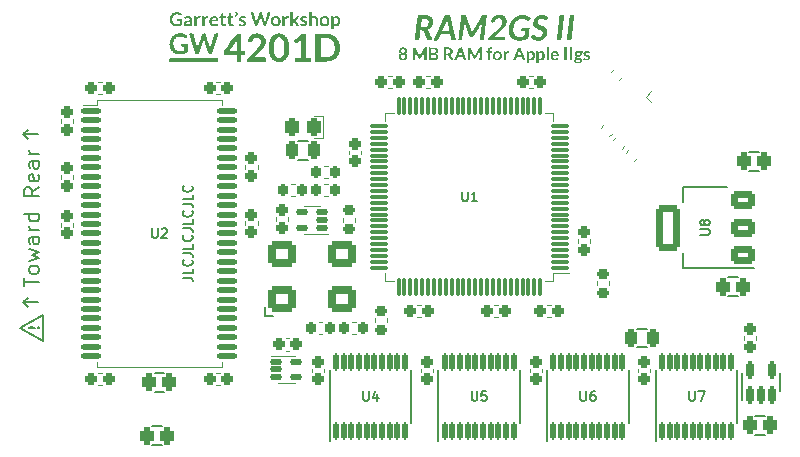
<source format=gto>
G04 #@! TF.GenerationSoftware,KiCad,Pcbnew,7.0.10*
G04 #@! TF.CreationDate,2024-04-24T04:09:33-04:00*
G04 #@! TF.ProjectId,RAM2GS,52414d32-4753-42e6-9b69-6361645f7063,2.2*
G04 #@! TF.SameCoordinates,Original*
G04 #@! TF.FileFunction,Legend,Top*
G04 #@! TF.FilePolarity,Positive*
%FSLAX46Y46*%
G04 Gerber Fmt 4.6, Leading zero omitted, Abs format (unit mm)*
G04 Created by KiCad (PCBNEW 7.0.10) date 2024-04-24 04:09:33*
%MOMM*%
%LPD*%
G01*
G04 APERTURE LIST*
G04 Aperture macros list*
%AMRoundRect*
0 Rectangle with rounded corners*
0 $1 Rounding radius*
0 $2 $3 $4 $5 $6 $7 $8 $9 X,Y pos of 4 corners*
0 Add a 4 corners polygon primitive as box body*
4,1,4,$2,$3,$4,$5,$6,$7,$8,$9,$2,$3,0*
0 Add four circle primitives for the rounded corners*
1,1,$1+$1,$2,$3*
1,1,$1+$1,$4,$5*
1,1,$1+$1,$6,$7*
1,1,$1+$1,$8,$9*
0 Add four rect primitives between the rounded corners*
20,1,$1+$1,$2,$3,$4,$5,0*
20,1,$1+$1,$4,$5,$6,$7,0*
20,1,$1+$1,$6,$7,$8,$9,0*
20,1,$1+$1,$8,$9,$2,$3,0*%
G04 Aperture macros list end*
%ADD10C,0.200000*%
%ADD11C,0.190500*%
%ADD12C,0.203200*%
%ADD13C,0.120000*%
%ADD14C,0.150000*%
%ADD15C,0.152400*%
%ADD16C,0.000000*%
%ADD17RoundRect,0.419100X-0.419100X-3.327100X0.419100X-3.327100X0.419100X3.327100X-0.419100X3.327100X0*%
%ADD18RoundRect,0.237500X0.287500X-0.237500X0.287500X0.237500X-0.287500X0.237500X-0.287500X-0.237500X0*%
%ADD19RoundRect,0.237500X-0.237500X-0.287500X0.237500X-0.287500X0.237500X0.287500X-0.237500X0.287500X0*%
%ADD20RoundRect,0.237500X-0.287500X0.237500X-0.287500X-0.237500X0.287500X-0.237500X0.287500X0.237500X0*%
%ADD21C,2.152400*%
%ADD22RoundRect,0.124500X0.124500X-0.624500X0.124500X0.624500X-0.124500X0.624500X-0.124500X-0.624500X0*%
%ADD23RoundRect,0.287500X0.287500X0.462500X-0.287500X0.462500X-0.287500X-0.462500X0.287500X-0.462500X0*%
%ADD24RoundRect,0.287500X-0.287500X-0.462500X0.287500X-0.462500X0.287500X0.462500X-0.287500X0.462500X0*%
%ADD25C,2.000000*%
%ADD26RoundRect,0.320000X0.730000X0.480000X-0.730000X0.480000X-0.730000X-0.480000X0.730000X-0.480000X0*%
%ADD27RoundRect,0.315000X0.735000X1.635000X-0.735000X1.635000X-0.735000X-1.635000X0.735000X-1.635000X0*%
%ADD28RoundRect,0.120000X-0.420000X-0.120000X0.420000X-0.120000X0.420000X0.120000X-0.420000X0.120000X0*%
%ADD29C,2.527300*%
%ADD30C,1.143000*%
%ADD31C,0.939800*%
%ADD32RoundRect,0.139500X-0.665500X-0.139500X0.665500X-0.139500X0.665500X0.139500X-0.665500X0.139500X0*%
%ADD33RoundRect,0.322860X-0.853340X-0.753340X0.853340X-0.753340X0.853340X0.753340X-0.853340X0.753340X0*%
%ADD34RoundRect,0.120000X0.420000X0.120000X-0.420000X0.120000X-0.420000X-0.120000X0.420000X-0.120000X0*%
%ADD35C,1.448000*%
%ADD36RoundRect,0.237500X0.237500X0.287500X-0.237500X0.287500X-0.237500X-0.287500X0.237500X-0.287500X0*%
%ADD37RoundRect,0.087000X0.674500X0.087000X-0.674500X0.087000X-0.674500X-0.087000X0.674500X-0.087000X0*%
%ADD38RoundRect,0.087000X0.087000X0.674500X-0.087000X0.674500X-0.087000X-0.674500X0.087000X-0.674500X0*%
%ADD39RoundRect,0.187500X0.187500X-0.537500X0.187500X0.537500X-0.187500X0.537500X-0.187500X-0.537500X0*%
%ADD40RoundRect,0.237500X0.237500X0.512500X-0.237500X0.512500X-0.237500X-0.512500X0.237500X-0.512500X0*%
%ADD41RoundRect,0.200000X0.325000X-0.200000X0.325000X0.200000X-0.325000X0.200000X-0.325000X-0.200000X0*%
%ADD42RoundRect,0.200000X0.200000X0.325000X-0.200000X0.325000X-0.200000X-0.325000X0.200000X-0.325000X0*%
%ADD43RoundRect,0.200000X-0.200000X-0.325000X0.200000X-0.325000X0.200000X0.325000X-0.200000X0.325000X0*%
%ADD44RoundRect,0.237500X-0.237500X-0.512500X0.237500X-0.512500X0.237500X0.512500X-0.237500X0.512500X0*%
%ADD45RoundRect,0.281850X0.281850X0.494350X-0.281850X0.494350X-0.281850X-0.494350X0.281850X-0.494350X0*%
%ADD46RoundRect,0.200000X-0.325000X0.200000X-0.325000X-0.200000X0.325000X-0.200000X0.325000X0.200000X0*%
%ADD47RoundRect,0.200000X-0.088388X0.371231X-0.371231X0.088388X0.088388X-0.371231X0.371231X-0.088388X0*%
%ADD48RoundRect,0.200000X0.088388X-0.371231X0.371231X-0.088388X-0.088388X0.371231X-0.371231X0.088388X0*%
%ADD49RoundRect,0.237500X0.035355X-0.371231X0.371231X-0.035355X-0.035355X0.371231X-0.371231X0.035355X0*%
G04 APERTURE END LIST*
D10*
X47625000Y-117475000D02*
X48006000Y-117094000D01*
X47625000Y-117475000D02*
X48006000Y-117856000D01*
X48895000Y-117475000D02*
X47625000Y-117475000D01*
X48895000Y-103251000D02*
X47625000Y-103251000D01*
X47625000Y-103251000D02*
X48006000Y-103632000D01*
X47625000Y-103251000D02*
X48006000Y-102870000D01*
X47371000Y-119634000D02*
X49276000Y-118554500D01*
X49276000Y-118554500D02*
X49276000Y-120713500D01*
X49276000Y-120713500D02*
X47371000Y-119634000D01*
X47694126Y-116138475D02*
X47694126Y-115412761D01*
X48964126Y-115775618D02*
X47694126Y-115775618D01*
X48964126Y-114807999D02*
X48903650Y-114928951D01*
X48903650Y-114928951D02*
X48843173Y-114989428D01*
X48843173Y-114989428D02*
X48722221Y-115049904D01*
X48722221Y-115049904D02*
X48359364Y-115049904D01*
X48359364Y-115049904D02*
X48238411Y-114989428D01*
X48238411Y-114989428D02*
X48177935Y-114928951D01*
X48177935Y-114928951D02*
X48117459Y-114807999D01*
X48117459Y-114807999D02*
X48117459Y-114626570D01*
X48117459Y-114626570D02*
X48177935Y-114505618D01*
X48177935Y-114505618D02*
X48238411Y-114445142D01*
X48238411Y-114445142D02*
X48359364Y-114384666D01*
X48359364Y-114384666D02*
X48722221Y-114384666D01*
X48722221Y-114384666D02*
X48843173Y-114445142D01*
X48843173Y-114445142D02*
X48903650Y-114505618D01*
X48903650Y-114505618D02*
X48964126Y-114626570D01*
X48964126Y-114626570D02*
X48964126Y-114807999D01*
X48117459Y-113961332D02*
X48964126Y-113719427D01*
X48964126Y-113719427D02*
X48359364Y-113477522D01*
X48359364Y-113477522D02*
X48964126Y-113235618D01*
X48964126Y-113235618D02*
X48117459Y-112993713D01*
X48964126Y-111965618D02*
X48298888Y-111965618D01*
X48298888Y-111965618D02*
X48177935Y-112026094D01*
X48177935Y-112026094D02*
X48117459Y-112147046D01*
X48117459Y-112147046D02*
X48117459Y-112388951D01*
X48117459Y-112388951D02*
X48177935Y-112509904D01*
X48903650Y-111965618D02*
X48964126Y-112086570D01*
X48964126Y-112086570D02*
X48964126Y-112388951D01*
X48964126Y-112388951D02*
X48903650Y-112509904D01*
X48903650Y-112509904D02*
X48782697Y-112570380D01*
X48782697Y-112570380D02*
X48661745Y-112570380D01*
X48661745Y-112570380D02*
X48540792Y-112509904D01*
X48540792Y-112509904D02*
X48480316Y-112388951D01*
X48480316Y-112388951D02*
X48480316Y-112086570D01*
X48480316Y-112086570D02*
X48419840Y-111965618D01*
X48964126Y-111360856D02*
X48117459Y-111360856D01*
X48359364Y-111360856D02*
X48238411Y-111300379D01*
X48238411Y-111300379D02*
X48177935Y-111239903D01*
X48177935Y-111239903D02*
X48117459Y-111118951D01*
X48117459Y-111118951D02*
X48117459Y-110997998D01*
X48964126Y-110030380D02*
X47694126Y-110030380D01*
X48903650Y-110030380D02*
X48964126Y-110151332D01*
X48964126Y-110151332D02*
X48964126Y-110393237D01*
X48964126Y-110393237D02*
X48903650Y-110514189D01*
X48903650Y-110514189D02*
X48843173Y-110574666D01*
X48843173Y-110574666D02*
X48722221Y-110635142D01*
X48722221Y-110635142D02*
X48359364Y-110635142D01*
X48359364Y-110635142D02*
X48238411Y-110574666D01*
X48238411Y-110574666D02*
X48177935Y-110514189D01*
X48177935Y-110514189D02*
X48117459Y-110393237D01*
X48117459Y-110393237D02*
X48117459Y-110151332D01*
X48117459Y-110151332D02*
X48177935Y-110030380D01*
X48964126Y-107732284D02*
X48359364Y-108155618D01*
X48964126Y-108457999D02*
X47694126Y-108457999D01*
X47694126Y-108457999D02*
X47694126Y-107974189D01*
X47694126Y-107974189D02*
X47754602Y-107853237D01*
X47754602Y-107853237D02*
X47815078Y-107792760D01*
X47815078Y-107792760D02*
X47936030Y-107732284D01*
X47936030Y-107732284D02*
X48117459Y-107732284D01*
X48117459Y-107732284D02*
X48238411Y-107792760D01*
X48238411Y-107792760D02*
X48298888Y-107853237D01*
X48298888Y-107853237D02*
X48359364Y-107974189D01*
X48359364Y-107974189D02*
X48359364Y-108457999D01*
X48903650Y-106704189D02*
X48964126Y-106825141D01*
X48964126Y-106825141D02*
X48964126Y-107067046D01*
X48964126Y-107067046D02*
X48903650Y-107187999D01*
X48903650Y-107187999D02*
X48782697Y-107248475D01*
X48782697Y-107248475D02*
X48298888Y-107248475D01*
X48298888Y-107248475D02*
X48177935Y-107187999D01*
X48177935Y-107187999D02*
X48117459Y-107067046D01*
X48117459Y-107067046D02*
X48117459Y-106825141D01*
X48117459Y-106825141D02*
X48177935Y-106704189D01*
X48177935Y-106704189D02*
X48298888Y-106643713D01*
X48298888Y-106643713D02*
X48419840Y-106643713D01*
X48419840Y-106643713D02*
X48540792Y-107248475D01*
X48964126Y-105555142D02*
X48298888Y-105555142D01*
X48298888Y-105555142D02*
X48177935Y-105615618D01*
X48177935Y-105615618D02*
X48117459Y-105736570D01*
X48117459Y-105736570D02*
X48117459Y-105978475D01*
X48117459Y-105978475D02*
X48177935Y-106099428D01*
X48903650Y-105555142D02*
X48964126Y-105676094D01*
X48964126Y-105676094D02*
X48964126Y-105978475D01*
X48964126Y-105978475D02*
X48903650Y-106099428D01*
X48903650Y-106099428D02*
X48782697Y-106159904D01*
X48782697Y-106159904D02*
X48661745Y-106159904D01*
X48661745Y-106159904D02*
X48540792Y-106099428D01*
X48540792Y-106099428D02*
X48480316Y-105978475D01*
X48480316Y-105978475D02*
X48480316Y-105676094D01*
X48480316Y-105676094D02*
X48419840Y-105555142D01*
X48964126Y-104950380D02*
X48117459Y-104950380D01*
X48359364Y-104950380D02*
X48238411Y-104889903D01*
X48238411Y-104889903D02*
X48177935Y-104829427D01*
X48177935Y-104829427D02*
X48117459Y-104708475D01*
X48117459Y-104708475D02*
X48117459Y-104587522D01*
D11*
X48866201Y-119634000D02*
X48904906Y-119595295D01*
X48904906Y-119595295D02*
X48943610Y-119634000D01*
X48943610Y-119634000D02*
X48904906Y-119672704D01*
X48904906Y-119672704D02*
X48866201Y-119634000D01*
X48866201Y-119634000D02*
X48943610Y-119634000D01*
X48633972Y-119634000D02*
X48169515Y-119672704D01*
X48169515Y-119672704D02*
X48130810Y-119634000D01*
X48130810Y-119634000D02*
X48169515Y-119595295D01*
X48169515Y-119595295D02*
X48633972Y-119634000D01*
X48633972Y-119634000D02*
X48130810Y-119634000D01*
D12*
X61152649Y-115404361D02*
X61733221Y-115404361D01*
X61733221Y-115404361D02*
X61849335Y-115443066D01*
X61849335Y-115443066D02*
X61926745Y-115520475D01*
X61926745Y-115520475D02*
X61965449Y-115636590D01*
X61965449Y-115636590D02*
X61965449Y-115713999D01*
X61965449Y-114630266D02*
X61965449Y-115017314D01*
X61965449Y-115017314D02*
X61152649Y-115017314D01*
X61888040Y-113894876D02*
X61926745Y-113933580D01*
X61926745Y-113933580D02*
X61965449Y-114049695D01*
X61965449Y-114049695D02*
X61965449Y-114127104D01*
X61965449Y-114127104D02*
X61926745Y-114243218D01*
X61926745Y-114243218D02*
X61849335Y-114320628D01*
X61849335Y-114320628D02*
X61771925Y-114359333D01*
X61771925Y-114359333D02*
X61617106Y-114398037D01*
X61617106Y-114398037D02*
X61500992Y-114398037D01*
X61500992Y-114398037D02*
X61346173Y-114359333D01*
X61346173Y-114359333D02*
X61268764Y-114320628D01*
X61268764Y-114320628D02*
X61191354Y-114243218D01*
X61191354Y-114243218D02*
X61152649Y-114127104D01*
X61152649Y-114127104D02*
X61152649Y-114049695D01*
X61152649Y-114049695D02*
X61191354Y-113933580D01*
X61191354Y-113933580D02*
X61230059Y-113894876D01*
X61152649Y-113314304D02*
X61733221Y-113314304D01*
X61733221Y-113314304D02*
X61849335Y-113353009D01*
X61849335Y-113353009D02*
X61926745Y-113430418D01*
X61926745Y-113430418D02*
X61965449Y-113546533D01*
X61965449Y-113546533D02*
X61965449Y-113623942D01*
X61965449Y-112540209D02*
X61965449Y-112927257D01*
X61965449Y-112927257D02*
X61152649Y-112927257D01*
X61888040Y-111804819D02*
X61926745Y-111843523D01*
X61926745Y-111843523D02*
X61965449Y-111959638D01*
X61965449Y-111959638D02*
X61965449Y-112037047D01*
X61965449Y-112037047D02*
X61926745Y-112153161D01*
X61926745Y-112153161D02*
X61849335Y-112230571D01*
X61849335Y-112230571D02*
X61771925Y-112269276D01*
X61771925Y-112269276D02*
X61617106Y-112307980D01*
X61617106Y-112307980D02*
X61500992Y-112307980D01*
X61500992Y-112307980D02*
X61346173Y-112269276D01*
X61346173Y-112269276D02*
X61268764Y-112230571D01*
X61268764Y-112230571D02*
X61191354Y-112153161D01*
X61191354Y-112153161D02*
X61152649Y-112037047D01*
X61152649Y-112037047D02*
X61152649Y-111959638D01*
X61152649Y-111959638D02*
X61191354Y-111843523D01*
X61191354Y-111843523D02*
X61230059Y-111804819D01*
X61152649Y-111224247D02*
X61733221Y-111224247D01*
X61733221Y-111224247D02*
X61849335Y-111262952D01*
X61849335Y-111262952D02*
X61926745Y-111340361D01*
X61926745Y-111340361D02*
X61965449Y-111456476D01*
X61965449Y-111456476D02*
X61965449Y-111533885D01*
X61965449Y-110450152D02*
X61965449Y-110837200D01*
X61965449Y-110837200D02*
X61152649Y-110837200D01*
X61888040Y-109714762D02*
X61926745Y-109753466D01*
X61926745Y-109753466D02*
X61965449Y-109869581D01*
X61965449Y-109869581D02*
X61965449Y-109946990D01*
X61965449Y-109946990D02*
X61926745Y-110063104D01*
X61926745Y-110063104D02*
X61849335Y-110140514D01*
X61849335Y-110140514D02*
X61771925Y-110179219D01*
X61771925Y-110179219D02*
X61617106Y-110217923D01*
X61617106Y-110217923D02*
X61500992Y-110217923D01*
X61500992Y-110217923D02*
X61346173Y-110179219D01*
X61346173Y-110179219D02*
X61268764Y-110140514D01*
X61268764Y-110140514D02*
X61191354Y-110063104D01*
X61191354Y-110063104D02*
X61152649Y-109946990D01*
X61152649Y-109946990D02*
X61152649Y-109869581D01*
X61152649Y-109869581D02*
X61191354Y-109753466D01*
X61191354Y-109753466D02*
X61230059Y-109714762D01*
X61152649Y-109134190D02*
X61733221Y-109134190D01*
X61733221Y-109134190D02*
X61849335Y-109172895D01*
X61849335Y-109172895D02*
X61926745Y-109250304D01*
X61926745Y-109250304D02*
X61965449Y-109366419D01*
X61965449Y-109366419D02*
X61965449Y-109443828D01*
X61965449Y-108360095D02*
X61965449Y-108747143D01*
X61965449Y-108747143D02*
X61152649Y-108747143D01*
X61888040Y-107624705D02*
X61926745Y-107663409D01*
X61926745Y-107663409D02*
X61965449Y-107779524D01*
X61965449Y-107779524D02*
X61965449Y-107856933D01*
X61965449Y-107856933D02*
X61926745Y-107973047D01*
X61926745Y-107973047D02*
X61849335Y-108050457D01*
X61849335Y-108050457D02*
X61771925Y-108089162D01*
X61771925Y-108089162D02*
X61617106Y-108127866D01*
X61617106Y-108127866D02*
X61500992Y-108127866D01*
X61500992Y-108127866D02*
X61346173Y-108089162D01*
X61346173Y-108089162D02*
X61268764Y-108050457D01*
X61268764Y-108050457D02*
X61191354Y-107973047D01*
X61191354Y-107973047D02*
X61152649Y-107856933D01*
X61152649Y-107856933D02*
X61152649Y-107779524D01*
X61152649Y-107779524D02*
X61191354Y-107663409D01*
X61191354Y-107663409D02*
X61230059Y-107624705D01*
X94805723Y-125002649D02*
X94805723Y-125660630D01*
X94805723Y-125660630D02*
X94844428Y-125738040D01*
X94844428Y-125738040D02*
X94883133Y-125776745D01*
X94883133Y-125776745D02*
X94960542Y-125815449D01*
X94960542Y-125815449D02*
X95115361Y-125815449D01*
X95115361Y-125815449D02*
X95192771Y-125776745D01*
X95192771Y-125776745D02*
X95231476Y-125738040D01*
X95231476Y-125738040D02*
X95270180Y-125660630D01*
X95270180Y-125660630D02*
X95270180Y-125002649D01*
X96005571Y-125002649D02*
X95850752Y-125002649D01*
X95850752Y-125002649D02*
X95773343Y-125041354D01*
X95773343Y-125041354D02*
X95734638Y-125080059D01*
X95734638Y-125080059D02*
X95657228Y-125196173D01*
X95657228Y-125196173D02*
X95618524Y-125350992D01*
X95618524Y-125350992D02*
X95618524Y-125660630D01*
X95618524Y-125660630D02*
X95657228Y-125738040D01*
X95657228Y-125738040D02*
X95695933Y-125776745D01*
X95695933Y-125776745D02*
X95773343Y-125815449D01*
X95773343Y-125815449D02*
X95928162Y-125815449D01*
X95928162Y-125815449D02*
X96005571Y-125776745D01*
X96005571Y-125776745D02*
X96044276Y-125738040D01*
X96044276Y-125738040D02*
X96082981Y-125660630D01*
X96082981Y-125660630D02*
X96082981Y-125467106D01*
X96082981Y-125467106D02*
X96044276Y-125389697D01*
X96044276Y-125389697D02*
X96005571Y-125350992D01*
X96005571Y-125350992D02*
X95928162Y-125312287D01*
X95928162Y-125312287D02*
X95773343Y-125312287D01*
X95773343Y-125312287D02*
X95695933Y-125350992D01*
X95695933Y-125350992D02*
X95657228Y-125389697D01*
X95657228Y-125389697D02*
X95618524Y-125467106D01*
X104005723Y-125002649D02*
X104005723Y-125660630D01*
X104005723Y-125660630D02*
X104044428Y-125738040D01*
X104044428Y-125738040D02*
X104083133Y-125776745D01*
X104083133Y-125776745D02*
X104160542Y-125815449D01*
X104160542Y-125815449D02*
X104315361Y-125815449D01*
X104315361Y-125815449D02*
X104392771Y-125776745D01*
X104392771Y-125776745D02*
X104431476Y-125738040D01*
X104431476Y-125738040D02*
X104470180Y-125660630D01*
X104470180Y-125660630D02*
X104470180Y-125002649D01*
X104779819Y-125002649D02*
X105321685Y-125002649D01*
X105321685Y-125002649D02*
X104973343Y-125815449D01*
X85605723Y-125002649D02*
X85605723Y-125660630D01*
X85605723Y-125660630D02*
X85644428Y-125738040D01*
X85644428Y-125738040D02*
X85683133Y-125776745D01*
X85683133Y-125776745D02*
X85760542Y-125815449D01*
X85760542Y-125815449D02*
X85915361Y-125815449D01*
X85915361Y-125815449D02*
X85992771Y-125776745D01*
X85992771Y-125776745D02*
X86031476Y-125738040D01*
X86031476Y-125738040D02*
X86070180Y-125660630D01*
X86070180Y-125660630D02*
X86070180Y-125002649D01*
X86844276Y-125002649D02*
X86457228Y-125002649D01*
X86457228Y-125002649D02*
X86418524Y-125389697D01*
X86418524Y-125389697D02*
X86457228Y-125350992D01*
X86457228Y-125350992D02*
X86534638Y-125312287D01*
X86534638Y-125312287D02*
X86728162Y-125312287D01*
X86728162Y-125312287D02*
X86805571Y-125350992D01*
X86805571Y-125350992D02*
X86844276Y-125389697D01*
X86844276Y-125389697D02*
X86882981Y-125467106D01*
X86882981Y-125467106D02*
X86882981Y-125660630D01*
X86882981Y-125660630D02*
X86844276Y-125738040D01*
X86844276Y-125738040D02*
X86805571Y-125776745D01*
X86805571Y-125776745D02*
X86728162Y-125815449D01*
X86728162Y-125815449D02*
X86534638Y-125815449D01*
X86534638Y-125815449D02*
X86457228Y-125776745D01*
X86457228Y-125776745D02*
X86418524Y-125738040D01*
X104939649Y-111769276D02*
X105597630Y-111769276D01*
X105597630Y-111769276D02*
X105675040Y-111730571D01*
X105675040Y-111730571D02*
X105713745Y-111691866D01*
X105713745Y-111691866D02*
X105752449Y-111614457D01*
X105752449Y-111614457D02*
X105752449Y-111459638D01*
X105752449Y-111459638D02*
X105713745Y-111382228D01*
X105713745Y-111382228D02*
X105675040Y-111343523D01*
X105675040Y-111343523D02*
X105597630Y-111304819D01*
X105597630Y-111304819D02*
X104939649Y-111304819D01*
X105287992Y-110801656D02*
X105249287Y-110879066D01*
X105249287Y-110879066D02*
X105210583Y-110917771D01*
X105210583Y-110917771D02*
X105133173Y-110956475D01*
X105133173Y-110956475D02*
X105094468Y-110956475D01*
X105094468Y-110956475D02*
X105017059Y-110917771D01*
X105017059Y-110917771D02*
X104978354Y-110879066D01*
X104978354Y-110879066D02*
X104939649Y-110801656D01*
X104939649Y-110801656D02*
X104939649Y-110646837D01*
X104939649Y-110646837D02*
X104978354Y-110569428D01*
X104978354Y-110569428D02*
X105017059Y-110530723D01*
X105017059Y-110530723D02*
X105094468Y-110492018D01*
X105094468Y-110492018D02*
X105133173Y-110492018D01*
X105133173Y-110492018D02*
X105210583Y-110530723D01*
X105210583Y-110530723D02*
X105249287Y-110569428D01*
X105249287Y-110569428D02*
X105287992Y-110646837D01*
X105287992Y-110646837D02*
X105287992Y-110801656D01*
X105287992Y-110801656D02*
X105326697Y-110879066D01*
X105326697Y-110879066D02*
X105365402Y-110917771D01*
X105365402Y-110917771D02*
X105442811Y-110956475D01*
X105442811Y-110956475D02*
X105597630Y-110956475D01*
X105597630Y-110956475D02*
X105675040Y-110917771D01*
X105675040Y-110917771D02*
X105713745Y-110879066D01*
X105713745Y-110879066D02*
X105752449Y-110801656D01*
X105752449Y-110801656D02*
X105752449Y-110646837D01*
X105752449Y-110646837D02*
X105713745Y-110569428D01*
X105713745Y-110569428D02*
X105675040Y-110530723D01*
X105675040Y-110530723D02*
X105597630Y-110492018D01*
X105597630Y-110492018D02*
X105442811Y-110492018D01*
X105442811Y-110492018D02*
X105365402Y-110530723D01*
X105365402Y-110530723D02*
X105326697Y-110569428D01*
X105326697Y-110569428D02*
X105287992Y-110646837D01*
X76405723Y-125002649D02*
X76405723Y-125660630D01*
X76405723Y-125660630D02*
X76444428Y-125738040D01*
X76444428Y-125738040D02*
X76483133Y-125776745D01*
X76483133Y-125776745D02*
X76560542Y-125815449D01*
X76560542Y-125815449D02*
X76715361Y-125815449D01*
X76715361Y-125815449D02*
X76792771Y-125776745D01*
X76792771Y-125776745D02*
X76831476Y-125738040D01*
X76831476Y-125738040D02*
X76870180Y-125660630D01*
X76870180Y-125660630D02*
X76870180Y-125002649D01*
X77605571Y-125273583D02*
X77605571Y-125815449D01*
X77412047Y-124963945D02*
X77218524Y-125544516D01*
X77218524Y-125544516D02*
X77721685Y-125544516D01*
X58530723Y-111202649D02*
X58530723Y-111860630D01*
X58530723Y-111860630D02*
X58569428Y-111938040D01*
X58569428Y-111938040D02*
X58608133Y-111976745D01*
X58608133Y-111976745D02*
X58685542Y-112015449D01*
X58685542Y-112015449D02*
X58840361Y-112015449D01*
X58840361Y-112015449D02*
X58917771Y-111976745D01*
X58917771Y-111976745D02*
X58956476Y-111938040D01*
X58956476Y-111938040D02*
X58995180Y-111860630D01*
X58995180Y-111860630D02*
X58995180Y-111202649D01*
X59343524Y-111280059D02*
X59382228Y-111241354D01*
X59382228Y-111241354D02*
X59459638Y-111202649D01*
X59459638Y-111202649D02*
X59653162Y-111202649D01*
X59653162Y-111202649D02*
X59730571Y-111241354D01*
X59730571Y-111241354D02*
X59769276Y-111280059D01*
X59769276Y-111280059D02*
X59807981Y-111357468D01*
X59807981Y-111357468D02*
X59807981Y-111434878D01*
X59807981Y-111434878D02*
X59769276Y-111550992D01*
X59769276Y-111550992D02*
X59304819Y-112015449D01*
X59304819Y-112015449D02*
X59807981Y-112015449D01*
X84780723Y-108102649D02*
X84780723Y-108760630D01*
X84780723Y-108760630D02*
X84819428Y-108838040D01*
X84819428Y-108838040D02*
X84858133Y-108876745D01*
X84858133Y-108876745D02*
X84935542Y-108915449D01*
X84935542Y-108915449D02*
X85090361Y-108915449D01*
X85090361Y-108915449D02*
X85167771Y-108876745D01*
X85167771Y-108876745D02*
X85206476Y-108838040D01*
X85206476Y-108838040D02*
X85245180Y-108760630D01*
X85245180Y-108760630D02*
X85245180Y-108102649D01*
X86057981Y-108915449D02*
X85593524Y-108915449D01*
X85825752Y-108915449D02*
X85825752Y-108102649D01*
X85825752Y-108102649D02*
X85748343Y-108218764D01*
X85748343Y-108218764D02*
X85670933Y-108296173D01*
X85670933Y-108296173D02*
X85593524Y-108334878D01*
D13*
X50840000Y-107062779D02*
X50840000Y-106737221D01*
X51860000Y-107062779D02*
X51860000Y-106737221D01*
X50840000Y-102262779D02*
X50840000Y-101937221D01*
X51860000Y-102262779D02*
X51860000Y-101937221D01*
X53987221Y-98840000D02*
X54312779Y-98840000D01*
X53987221Y-99860000D02*
X54312779Y-99860000D01*
X63987221Y-123440000D02*
X64312779Y-123440000D01*
X63987221Y-124460000D02*
X64312779Y-124460000D01*
X63987221Y-98840000D02*
X64312779Y-98840000D01*
X63987221Y-99860000D02*
X64312779Y-99860000D01*
X67460000Y-110637221D02*
X67460000Y-110962779D01*
X66440000Y-110637221D02*
X66440000Y-110962779D01*
X67460000Y-105837221D02*
X67460000Y-106162779D01*
X66440000Y-105837221D02*
X66440000Y-106162779D01*
X50840000Y-111062779D02*
X50840000Y-110737221D01*
X51860000Y-111062779D02*
X51860000Y-110737221D01*
X53987221Y-123440000D02*
X54312779Y-123440000D01*
X53987221Y-124460000D02*
X54312779Y-124460000D01*
X100710000Y-123087221D02*
X100710000Y-123412779D01*
X99690000Y-123087221D02*
X99690000Y-123412779D01*
D14*
X91975000Y-129200000D02*
X91975000Y-123225000D01*
X98875000Y-127675000D02*
X98875000Y-123225000D01*
D13*
X91510000Y-123087221D02*
X91510000Y-123412779D01*
X90490000Y-123087221D02*
X90490000Y-123412779D01*
X82310000Y-123087221D02*
X82310000Y-123412779D01*
X81290000Y-123087221D02*
X81290000Y-123412779D01*
D14*
X101175000Y-129200000D02*
X101175000Y-123225000D01*
X108075000Y-127675000D02*
X108075000Y-123225000D01*
D13*
X73110000Y-123087221D02*
X73110000Y-123412779D01*
X72090000Y-123087221D02*
X72090000Y-123412779D01*
D14*
X82775000Y-129200000D02*
X82775000Y-123225000D01*
X89675000Y-127675000D02*
X89675000Y-123225000D01*
D15*
X59334400Y-129578000D02*
X58521600Y-129578000D01*
X59334400Y-127978000D02*
X58521600Y-127978000D01*
X109575600Y-127089000D02*
X110388400Y-127089000D01*
X109575600Y-128689000D02*
X110388400Y-128689000D01*
X103477000Y-107740000D02*
X103477000Y-109000000D01*
X103477000Y-114560000D02*
X103477000Y-113300000D01*
X107237000Y-107740000D02*
X103477000Y-107740000D01*
X109487000Y-114560000D02*
X103477000Y-114560000D01*
X109093600Y-104750000D02*
X109906400Y-104750000D01*
X109093600Y-106350000D02*
X109906400Y-106350000D01*
X107293600Y-115350000D02*
X108106400Y-115350000D01*
X107293600Y-116950000D02*
X108106400Y-116950000D01*
D13*
X70630000Y-121990000D02*
X68600000Y-121990000D01*
X69220000Y-124310000D02*
X70630000Y-124310000D01*
X100330910Y-100067962D02*
X100779923Y-99618949D01*
X100779923Y-100516974D02*
X100330910Y-100067962D01*
D14*
X73575000Y-129200000D02*
X73575000Y-123225000D01*
X80475000Y-127675000D02*
X80475000Y-123225000D01*
D13*
X64450000Y-100350000D02*
X64450000Y-100750000D01*
X53850000Y-100350000D02*
X64450000Y-100350000D01*
X53850000Y-100750000D02*
X53850000Y-100350000D01*
X52650000Y-100750000D02*
X53850000Y-100750000D01*
X64450000Y-122550000D02*
X64450000Y-122950000D01*
X53850000Y-122550000D02*
X53850000Y-122950000D01*
X53850000Y-122950000D02*
X64450000Y-122950000D01*
D15*
X68100000Y-118600000D02*
X68100000Y-117900000D01*
X68100000Y-118600000D02*
X68800000Y-118600000D01*
D13*
X71370000Y-111660000D02*
X73400000Y-111660000D01*
X72780000Y-109340000D02*
X71370000Y-109340000D01*
X68990000Y-110562779D02*
X68990000Y-110237221D01*
X70010000Y-110562779D02*
X70010000Y-110237221D01*
D15*
X58743600Y-123450000D02*
X59556400Y-123450000D01*
X58743600Y-125050000D02*
X59556400Y-125050000D01*
D13*
X70162779Y-121560000D02*
X69837221Y-121560000D01*
X70162779Y-120540000D02*
X69837221Y-120540000D01*
X78290000Y-115660000D02*
X78290000Y-114960000D01*
X78990000Y-115660000D02*
X78290000Y-115660000D01*
X91810000Y-115660000D02*
X92510000Y-115660000D01*
X92510000Y-115660000D02*
X92510000Y-114960000D01*
X92510000Y-114960000D02*
X93800000Y-114960000D01*
X78290000Y-101440000D02*
X78290000Y-102140000D01*
X78990000Y-101440000D02*
X78290000Y-101440000D01*
X91810000Y-101440000D02*
X92510000Y-101440000D01*
X92510000Y-101440000D02*
X92510000Y-102140000D01*
X81312779Y-118760000D02*
X80987221Y-118760000D01*
X81312779Y-117740000D02*
X80987221Y-117740000D01*
X90812779Y-99360000D02*
X90487221Y-99360000D01*
X90812779Y-98340000D02*
X90487221Y-98340000D01*
X87812779Y-118760000D02*
X87487221Y-118760000D01*
X87812779Y-117740000D02*
X87487221Y-117740000D01*
X81737221Y-98340000D02*
X82062779Y-98340000D01*
X81737221Y-99360000D02*
X82062779Y-99360000D01*
X78812779Y-99360000D02*
X78487221Y-99360000D01*
X78812779Y-98340000D02*
X78487221Y-98340000D01*
X76210000Y-104637221D02*
X76210000Y-104962779D01*
X75190000Y-104637221D02*
X75190000Y-104962779D01*
X91987221Y-117740000D02*
X92312779Y-117740000D01*
X91987221Y-118760000D02*
X92312779Y-118760000D01*
X94590000Y-112462779D02*
X94590000Y-112137221D01*
X95610000Y-112462779D02*
X95610000Y-112137221D01*
D15*
X108520000Y-123490000D02*
X108520000Y-125750000D01*
X111680000Y-123490000D02*
X111680000Y-124950000D01*
D13*
X108640000Y-120662779D02*
X108640000Y-120337221D01*
X109660000Y-120662779D02*
X109660000Y-120337221D01*
D15*
X100406400Y-121300000D02*
X99593600Y-121300000D01*
X100406400Y-119700000D02*
X99593600Y-119700000D01*
D13*
X77440000Y-119162779D02*
X77440000Y-118837221D01*
X78460000Y-119162779D02*
X78460000Y-118837221D01*
X70612779Y-108460000D02*
X70287221Y-108460000D01*
X70612779Y-107440000D02*
X70287221Y-107440000D01*
X73087221Y-107440000D02*
X73412779Y-107440000D01*
X73087221Y-108460000D02*
X73412779Y-108460000D01*
D15*
X70893600Y-103800000D02*
X71706400Y-103800000D01*
X70893600Y-105400000D02*
X71706400Y-105400000D01*
D13*
X72985000Y-103600000D02*
X72985000Y-101700000D01*
X72985000Y-101700000D02*
X72250000Y-101700000D01*
X72250000Y-103600000D02*
X72985000Y-103600000D01*
X97260000Y-115687221D02*
X97260000Y-116012779D01*
X96240000Y-115687221D02*
X96240000Y-116012779D01*
X97475727Y-103195522D02*
X97245522Y-103425727D01*
X96754478Y-102474273D02*
X96524273Y-102704478D01*
X98624273Y-104804478D02*
X98854478Y-104574273D01*
X99345522Y-105525727D02*
X99575727Y-105295522D01*
X97574273Y-103754478D02*
X97804478Y-103524273D01*
X98295522Y-104475727D02*
X98525727Y-104245522D01*
X97374273Y-97954478D02*
X97604478Y-97724273D01*
X98095522Y-98675727D02*
X98325727Y-98445522D01*
X72962779Y-120160000D02*
X72637221Y-120160000D01*
X72962779Y-119140000D02*
X72637221Y-119140000D01*
X75437221Y-119140000D02*
X75762779Y-119140000D01*
X75437221Y-120160000D02*
X75762779Y-120160000D01*
X75710000Y-110337221D02*
X75710000Y-110662779D01*
X74690000Y-110337221D02*
X74690000Y-110662779D01*
G36*
X64063129Y-96797551D02*
G01*
X64087310Y-96813729D01*
X64101047Y-96829411D01*
X64113849Y-96848756D01*
X64113849Y-96964409D01*
X64113849Y-97080061D01*
X64099534Y-97100385D01*
X64086379Y-97115130D01*
X64070225Y-97128175D01*
X64064188Y-97131813D01*
X64043158Y-97142916D01*
X62057227Y-97142916D01*
X60071296Y-97142916D01*
X60050266Y-97131813D01*
X60034416Y-97120768D01*
X60019428Y-97106123D01*
X60014920Y-97100385D01*
X60000605Y-97080061D01*
X60000605Y-96964409D01*
X60000605Y-96848756D01*
X60013407Y-96829411D01*
X60031652Y-96809941D01*
X60051325Y-96797551D01*
X60076441Y-96785035D01*
X62057227Y-96785035D01*
X64038013Y-96785035D01*
X64063129Y-96797551D01*
G37*
G36*
X65725185Y-92846498D02*
G01*
X65729424Y-92851855D01*
X65736124Y-92863067D01*
X65741736Y-92873627D01*
X65763824Y-92927031D01*
X65776464Y-92981043D01*
X65779685Y-93035163D01*
X65773516Y-93088890D01*
X65757987Y-93141722D01*
X65733128Y-93193160D01*
X65721618Y-93211670D01*
X65711453Y-93225659D01*
X65697823Y-93242508D01*
X65682102Y-93260736D01*
X65665662Y-93278861D01*
X65649879Y-93295403D01*
X65636125Y-93308881D01*
X65625775Y-93317814D01*
X65620441Y-93320745D01*
X65614959Y-93318406D01*
X65603680Y-93312229D01*
X65588878Y-93303469D01*
X65586392Y-93301947D01*
X65570445Y-93291777D01*
X65557075Y-93282604D01*
X65548980Y-93276284D01*
X65548615Y-93275932D01*
X65542039Y-93264476D01*
X65542778Y-93249922D01*
X65551029Y-93231485D01*
X65564985Y-93210997D01*
X65591228Y-93170555D01*
X65608050Y-93130505D01*
X65615519Y-93090227D01*
X65613701Y-93049104D01*
X65602667Y-93006515D01*
X65590662Y-92977917D01*
X65579322Y-92952126D01*
X65573347Y-92932761D01*
X65572553Y-92918480D01*
X65576758Y-92907942D01*
X65580541Y-92903780D01*
X65588034Y-92899164D01*
X65601999Y-92892389D01*
X65620577Y-92884189D01*
X65641908Y-92875304D01*
X65664131Y-92866468D01*
X65685386Y-92858419D01*
X65703814Y-92851894D01*
X65717553Y-92847628D01*
X65724744Y-92846360D01*
X65725185Y-92846498D01*
G37*
G36*
X62586954Y-93244150D02*
G01*
X62618379Y-93253694D01*
X62643915Y-93268267D01*
X62644710Y-93268893D01*
X62646495Y-93273818D01*
X62646380Y-93284907D01*
X62644282Y-93303112D01*
X62640115Y-93329381D01*
X62638497Y-93338699D01*
X62633874Y-93364314D01*
X62629376Y-93388103D01*
X62625465Y-93407697D01*
X62622602Y-93420730D01*
X62622191Y-93422357D01*
X62617268Y-93435085D01*
X62609514Y-93443022D01*
X62597400Y-93446597D01*
X62579397Y-93446241D01*
X62553974Y-93442381D01*
X62552102Y-93442032D01*
X62506013Y-93437196D01*
X62464149Y-93440856D01*
X62426266Y-93453125D01*
X62392119Y-93474116D01*
X62361465Y-93503940D01*
X62334273Y-93542353D01*
X62317287Y-93570703D01*
X62317287Y-93832237D01*
X62317287Y-94093770D01*
X62214695Y-94093770D01*
X62112102Y-94093770D01*
X62112102Y-93676243D01*
X62112102Y-93258715D01*
X62188667Y-93258715D01*
X62217347Y-93258769D01*
X62238074Y-93259071D01*
X62252438Y-93259828D01*
X62262031Y-93261249D01*
X62268443Y-93263541D01*
X62273263Y-93266913D01*
X62276750Y-93270233D01*
X62282648Y-93276683D01*
X62287041Y-93283594D01*
X62290416Y-93292747D01*
X62293259Y-93305923D01*
X62296055Y-93324902D01*
X62299293Y-93351465D01*
X62299561Y-93353767D01*
X62305358Y-93403487D01*
X62322510Y-93377625D01*
X62355024Y-93334992D01*
X62391097Y-93299323D01*
X62429762Y-93271407D01*
X62470054Y-93252035D01*
X62480485Y-93248553D01*
X62515693Y-93241293D01*
X62551954Y-93239921D01*
X62586954Y-93244150D01*
G37*
G36*
X63250226Y-93244150D02*
G01*
X63281652Y-93253694D01*
X63307187Y-93268267D01*
X63307982Y-93268893D01*
X63309767Y-93273818D01*
X63309653Y-93284907D01*
X63307554Y-93303112D01*
X63303387Y-93329381D01*
X63301770Y-93338699D01*
X63297147Y-93364314D01*
X63292649Y-93388103D01*
X63288737Y-93407697D01*
X63285874Y-93420730D01*
X63285464Y-93422357D01*
X63280540Y-93435085D01*
X63272786Y-93443022D01*
X63260672Y-93446597D01*
X63242669Y-93446241D01*
X63217247Y-93442381D01*
X63215375Y-93442032D01*
X63169286Y-93437196D01*
X63127422Y-93440856D01*
X63089538Y-93453125D01*
X63055391Y-93474116D01*
X63024737Y-93503940D01*
X62997546Y-93542353D01*
X62980560Y-93570703D01*
X62980560Y-93832237D01*
X62980560Y-94093770D01*
X62877967Y-94093770D01*
X62775375Y-94093770D01*
X62775375Y-93676243D01*
X62775375Y-93258715D01*
X62851939Y-93258715D01*
X62880619Y-93258769D01*
X62901346Y-93259071D01*
X62915711Y-93259828D01*
X62925304Y-93261249D01*
X62931715Y-93263541D01*
X62936536Y-93266913D01*
X62940023Y-93270233D01*
X62945920Y-93276683D01*
X62950314Y-93283594D01*
X62953689Y-93292747D01*
X62956531Y-93305923D01*
X62959328Y-93324902D01*
X62962565Y-93351465D01*
X62962834Y-93353767D01*
X62968630Y-93403487D01*
X62985783Y-93377625D01*
X63018297Y-93334992D01*
X63054369Y-93299323D01*
X63093035Y-93271407D01*
X63133327Y-93252035D01*
X63143757Y-93248553D01*
X63178965Y-93241293D01*
X63215226Y-93239921D01*
X63250226Y-93244150D01*
G37*
G36*
X70045192Y-93244150D02*
G01*
X70076617Y-93253694D01*
X70102153Y-93268267D01*
X70102947Y-93268893D01*
X70104732Y-93273818D01*
X70104618Y-93284907D01*
X70102519Y-93303112D01*
X70098353Y-93329381D01*
X70096735Y-93338699D01*
X70092112Y-93364314D01*
X70087614Y-93388103D01*
X70083703Y-93407697D01*
X70080839Y-93420730D01*
X70080429Y-93422357D01*
X70075505Y-93435085D01*
X70067752Y-93443022D01*
X70055638Y-93446597D01*
X70037634Y-93446241D01*
X70012212Y-93442381D01*
X70010340Y-93442032D01*
X69964251Y-93437196D01*
X69922387Y-93440856D01*
X69884504Y-93453125D01*
X69850357Y-93474116D01*
X69819702Y-93503940D01*
X69792511Y-93542353D01*
X69775525Y-93570703D01*
X69775525Y-93832237D01*
X69775525Y-94093770D01*
X69672932Y-94093770D01*
X69570340Y-94093770D01*
X69570340Y-93676243D01*
X69570340Y-93258715D01*
X69646905Y-93258715D01*
X69675585Y-93258769D01*
X69696312Y-93259071D01*
X69710676Y-93259828D01*
X69720269Y-93261249D01*
X69726680Y-93263541D01*
X69731501Y-93266913D01*
X69734988Y-93270233D01*
X69740886Y-93276683D01*
X69745279Y-93283594D01*
X69748654Y-93292747D01*
X69751497Y-93305923D01*
X69754293Y-93324902D01*
X69757530Y-93351465D01*
X69757799Y-93353767D01*
X69763596Y-93403487D01*
X69780748Y-93377625D01*
X69813262Y-93334992D01*
X69849334Y-93299323D01*
X69888000Y-93271407D01*
X69928292Y-93252035D01*
X69938723Y-93248553D01*
X69973930Y-93241293D01*
X70010192Y-93239921D01*
X70045192Y-93244150D01*
G37*
G36*
X72051647Y-93110791D02*
G01*
X72051702Y-93156524D01*
X72051860Y-93199215D01*
X72052109Y-93237941D01*
X72052438Y-93271780D01*
X72052837Y-93299809D01*
X72053295Y-93321108D01*
X72053800Y-93334753D01*
X72054342Y-93339823D01*
X72054370Y-93339835D01*
X72059216Y-93337038D01*
X72069048Y-93329774D01*
X72079422Y-93321496D01*
X72122006Y-93290666D01*
X72165181Y-93268187D01*
X72210599Y-93253531D01*
X72259913Y-93246167D01*
X72314774Y-93245567D01*
X72316091Y-93245627D01*
X72368705Y-93251842D01*
X72415254Y-93265362D01*
X72456027Y-93286370D01*
X72491311Y-93315047D01*
X72521393Y-93351575D01*
X72543456Y-93389681D01*
X72550111Y-93403279D01*
X72555854Y-93415648D01*
X72560757Y-93427585D01*
X72564892Y-93439884D01*
X72568331Y-93453339D01*
X72571145Y-93468746D01*
X72573407Y-93486899D01*
X72575189Y-93508593D01*
X72576561Y-93534624D01*
X72577597Y-93565786D01*
X72578368Y-93602873D01*
X72578945Y-93646681D01*
X72579401Y-93698005D01*
X72579808Y-93757639D01*
X72580037Y-93794343D01*
X72581894Y-94093770D01*
X72479215Y-94093770D01*
X72376535Y-94093770D01*
X72375138Y-93799006D01*
X72373740Y-93504242D01*
X72357945Y-93472165D01*
X72341455Y-93444712D01*
X72322047Y-93424785D01*
X72298303Y-93411575D01*
X72268803Y-93404273D01*
X72234914Y-93402077D01*
X72191689Y-93406122D01*
X72150302Y-93418917D01*
X72110122Y-93440727D01*
X72071006Y-93471380D01*
X72051647Y-93488869D01*
X72051647Y-93791320D01*
X72051647Y-94093770D01*
X71949055Y-94093770D01*
X71846462Y-94093770D01*
X71846462Y-93487759D01*
X71846462Y-92881747D01*
X71949055Y-92881747D01*
X72051647Y-92881747D01*
X72051647Y-93110791D01*
G37*
G36*
X71382622Y-94734316D02*
G01*
X71548228Y-94735570D01*
X71549432Y-95765074D01*
X71550636Y-96794578D01*
X71760582Y-96794578D01*
X71970528Y-96794578D01*
X71970528Y-96944888D01*
X71970528Y-97095198D01*
X71319185Y-97095198D01*
X70667841Y-97095198D01*
X70667841Y-96944888D01*
X70667841Y-96794578D01*
X70906429Y-96794578D01*
X71145016Y-96794578D01*
X71145016Y-96036261D01*
X71145035Y-95951831D01*
X71145092Y-95869937D01*
X71145185Y-95791094D01*
X71145311Y-95715816D01*
X71145468Y-95644617D01*
X71145654Y-95578010D01*
X71145868Y-95516511D01*
X71146106Y-95460633D01*
X71146367Y-95410890D01*
X71146649Y-95367796D01*
X71146949Y-95331866D01*
X71147266Y-95303613D01*
X71147597Y-95283552D01*
X71147941Y-95272197D01*
X71148162Y-95269745D01*
X71148711Y-95263664D01*
X71146049Y-95263390D01*
X71141397Y-95266717D01*
X71130147Y-95275519D01*
X71113051Y-95289186D01*
X71090863Y-95307107D01*
X71064335Y-95328673D01*
X71034220Y-95353274D01*
X71001272Y-95380299D01*
X70970470Y-95405653D01*
X70935198Y-95434624D01*
X70901693Y-95461936D01*
X70870771Y-95486939D01*
X70843247Y-95508981D01*
X70819938Y-95527414D01*
X70801658Y-95541587D01*
X70789223Y-95550850D01*
X70783920Y-95554347D01*
X70755941Y-95563811D01*
X70724587Y-95566577D01*
X70692894Y-95562872D01*
X70663899Y-95552924D01*
X70649377Y-95544284D01*
X70640490Y-95536068D01*
X70627304Y-95521572D01*
X70611069Y-95502279D01*
X70593035Y-95479674D01*
X70574449Y-95455243D01*
X70574328Y-95455079D01*
X70556241Y-95430719D01*
X70539360Y-95408013D01*
X70524795Y-95388453D01*
X70513655Y-95373529D01*
X70507051Y-95364731D01*
X70506921Y-95364560D01*
X70495402Y-95349364D01*
X70625760Y-95237888D01*
X70654044Y-95213708D01*
X70688419Y-95184331D01*
X70727719Y-95150756D01*
X70770773Y-95113979D01*
X70816415Y-95074999D01*
X70863476Y-95034813D01*
X70910788Y-94994419D01*
X70957183Y-94954815D01*
X70986567Y-94929736D01*
X71217015Y-94733061D01*
X71382622Y-94734316D01*
G37*
G36*
X64569551Y-93134650D02*
G01*
X64569551Y-93268258D01*
X64679301Y-93268258D01*
X64789051Y-93268258D01*
X64789051Y-93339835D01*
X64789051Y-93411411D01*
X64679133Y-93411411D01*
X64569215Y-93411411D01*
X64570576Y-93651191D01*
X64570897Y-93705289D01*
X64571216Y-93750675D01*
X64571568Y-93788179D01*
X64571989Y-93818634D01*
X64572515Y-93842870D01*
X64573181Y-93861717D01*
X64574022Y-93876009D01*
X64575074Y-93886575D01*
X64576372Y-93894246D01*
X64577951Y-93899854D01*
X64579847Y-93904231D01*
X64581480Y-93907173D01*
X64598408Y-93927951D01*
X64619477Y-93940261D01*
X64644263Y-93944017D01*
X64672337Y-93939130D01*
X64694092Y-93930338D01*
X64709866Y-93922775D01*
X64722068Y-93918280D01*
X64732016Y-93917629D01*
X64741027Y-93921597D01*
X64750416Y-93930960D01*
X64761502Y-93946492D01*
X64775601Y-93968971D01*
X64784508Y-93983576D01*
X64814756Y-94033234D01*
X64799268Y-94046164D01*
X64780601Y-94059077D01*
X64755846Y-94072491D01*
X64728231Y-94084847D01*
X64700988Y-94094587D01*
X64695682Y-94096135D01*
X64670359Y-94101296D01*
X64639422Y-94104733D01*
X64605814Y-94106388D01*
X64572475Y-94106204D01*
X64542347Y-94104122D01*
X64518372Y-94100084D01*
X64516819Y-94099678D01*
X64477665Y-94084582D01*
X64442995Y-94062215D01*
X64414218Y-94033710D01*
X64392745Y-94000200D01*
X64392580Y-93999861D01*
X64387693Y-93989525D01*
X64383541Y-93979742D01*
X64380064Y-93969667D01*
X64377201Y-93958454D01*
X64374892Y-93945259D01*
X64373078Y-93929237D01*
X64371699Y-93909543D01*
X64370695Y-93885331D01*
X64370005Y-93855756D01*
X64369570Y-93819975D01*
X64369329Y-93777140D01*
X64369224Y-93726408D01*
X64369194Y-93670278D01*
X64369138Y-93411411D01*
X64317548Y-93411411D01*
X64294028Y-93411201D01*
X64278017Y-93410363D01*
X64267488Y-93408585D01*
X64260413Y-93405554D01*
X64255735Y-93401886D01*
X64248014Y-93391734D01*
X64243207Y-93377463D01*
X64240996Y-93357404D01*
X64241063Y-93329884D01*
X64241224Y-93325651D01*
X64242686Y-93289994D01*
X64278474Y-93284072D01*
X64301855Y-93280197D01*
X64326951Y-93276027D01*
X64345640Y-93272914D01*
X64377017Y-93267677D01*
X64397672Y-93154639D01*
X64403679Y-93122234D01*
X64409387Y-93092330D01*
X64414496Y-93066420D01*
X64418709Y-93045992D01*
X64421730Y-93032538D01*
X64422880Y-93028333D01*
X64428236Y-93017852D01*
X64436922Y-93010316D01*
X64450317Y-93005303D01*
X64469802Y-93002392D01*
X64496756Y-93001160D01*
X64512053Y-93001041D01*
X64569551Y-93001041D01*
X64569551Y-93134650D01*
G37*
G36*
X65199421Y-93134650D02*
G01*
X65199421Y-93268258D01*
X65309171Y-93268258D01*
X65418922Y-93268258D01*
X65418922Y-93339835D01*
X65418922Y-93411411D01*
X65309004Y-93411411D01*
X65199086Y-93411411D01*
X65200446Y-93651191D01*
X65200767Y-93705289D01*
X65201086Y-93750675D01*
X65201438Y-93788179D01*
X65201860Y-93818634D01*
X65202386Y-93842870D01*
X65203052Y-93861717D01*
X65203893Y-93876009D01*
X65204944Y-93886575D01*
X65206242Y-93894246D01*
X65207821Y-93899854D01*
X65209717Y-93904231D01*
X65211351Y-93907173D01*
X65228278Y-93927951D01*
X65249348Y-93940261D01*
X65274133Y-93944017D01*
X65302208Y-93939130D01*
X65323962Y-93930338D01*
X65339736Y-93922775D01*
X65351939Y-93918280D01*
X65361887Y-93917629D01*
X65370897Y-93921597D01*
X65380287Y-93930960D01*
X65391372Y-93946492D01*
X65405472Y-93968971D01*
X65414378Y-93983576D01*
X65444626Y-94033234D01*
X65429139Y-94046164D01*
X65410472Y-94059077D01*
X65385716Y-94072491D01*
X65358101Y-94084847D01*
X65330858Y-94094587D01*
X65325553Y-94096135D01*
X65300229Y-94101296D01*
X65269292Y-94104733D01*
X65235684Y-94106388D01*
X65202345Y-94106204D01*
X65172218Y-94104122D01*
X65148243Y-94100084D01*
X65146689Y-94099678D01*
X65107536Y-94084582D01*
X65072865Y-94062215D01*
X65044088Y-94033710D01*
X65022615Y-94000200D01*
X65022450Y-93999861D01*
X65017564Y-93989525D01*
X65013412Y-93979742D01*
X65009934Y-93969667D01*
X65007071Y-93958454D01*
X65004762Y-93945259D01*
X65002949Y-93929237D01*
X65001569Y-93909543D01*
X65000565Y-93885331D01*
X64999875Y-93855756D01*
X64999440Y-93819975D01*
X64999200Y-93777140D01*
X64999094Y-93726408D01*
X64999065Y-93670278D01*
X64999008Y-93411411D01*
X64947419Y-93411411D01*
X64923898Y-93411201D01*
X64907887Y-93410363D01*
X64897358Y-93408585D01*
X64890283Y-93405554D01*
X64885606Y-93401886D01*
X64877884Y-93391734D01*
X64873077Y-93377463D01*
X64870866Y-93357404D01*
X64870934Y-93329884D01*
X64871094Y-93325651D01*
X64872557Y-93289994D01*
X64908345Y-93284072D01*
X64931725Y-93280197D01*
X64956821Y-93276027D01*
X64975510Y-93272914D01*
X65006888Y-93267677D01*
X65027542Y-93154639D01*
X65033550Y-93122234D01*
X65039257Y-93092330D01*
X65044366Y-93066420D01*
X65048580Y-93045992D01*
X65051600Y-93032538D01*
X65052750Y-93028333D01*
X65058106Y-93017852D01*
X65066792Y-93010316D01*
X65080188Y-93005303D01*
X65099673Y-93002392D01*
X65126627Y-93001160D01*
X65141923Y-93001041D01*
X65199421Y-93001041D01*
X65199421Y-93134650D01*
G37*
G36*
X74195567Y-93241362D02*
G01*
X74238370Y-93247404D01*
X74276626Y-93259817D01*
X74312109Y-93279254D01*
X74346589Y-93306373D01*
X74361578Y-93320587D01*
X74392105Y-93354704D01*
X74416400Y-93390948D01*
X74436063Y-93431994D01*
X74447914Y-93464976D01*
X74462863Y-93523279D01*
X74472182Y-93586158D01*
X74475859Y-93651261D01*
X74473886Y-93716231D01*
X74466250Y-93778716D01*
X74452943Y-93836361D01*
X74449594Y-93847120D01*
X74426736Y-93903751D01*
X74397264Y-93954648D01*
X74361756Y-93999230D01*
X74320790Y-94036919D01*
X74274942Y-94067134D01*
X74224790Y-94089296D01*
X74201319Y-94096397D01*
X74177962Y-94100594D01*
X74148443Y-94103115D01*
X74115852Y-94103960D01*
X74083281Y-94103133D01*
X74053820Y-94100633D01*
X74030561Y-94096464D01*
X74029925Y-94096295D01*
X73996280Y-94084339D01*
X73962409Y-94067243D01*
X73932711Y-94047300D01*
X73927161Y-94042746D01*
X73907856Y-94026222D01*
X73907856Y-94195991D01*
X73907856Y-94365760D01*
X73805264Y-94365760D01*
X73702671Y-94365760D01*
X73702671Y-93875906D01*
X73907856Y-93875906D01*
X73929292Y-93896445D01*
X73944691Y-93909673D01*
X73961223Y-93921592D01*
X73970514Y-93927078D01*
X74007128Y-93940838D01*
X74047578Y-93947561D01*
X74089102Y-93947110D01*
X74128940Y-93939346D01*
X74140118Y-93935582D01*
X74172002Y-93918656D01*
X74200023Y-93893553D01*
X74223248Y-93861181D01*
X74229993Y-93848457D01*
X74241790Y-93822307D01*
X74250521Y-93797570D01*
X74256695Y-93771837D01*
X74260818Y-93742699D01*
X74263401Y-93707748D01*
X74264327Y-93685786D01*
X74264202Y-93623837D01*
X74259211Y-93569786D01*
X74249277Y-93523277D01*
X74234322Y-93483953D01*
X74214269Y-93451458D01*
X74213267Y-93450177D01*
X74188772Y-93426680D01*
X74158429Y-93410037D01*
X74123414Y-93400641D01*
X74084902Y-93398885D01*
X74065691Y-93400846D01*
X74030738Y-93408571D01*
X73999854Y-93421397D01*
X73970497Y-93440651D01*
X73943197Y-93464647D01*
X73907856Y-93498915D01*
X73907856Y-93687411D01*
X73907856Y-93875906D01*
X73702671Y-93875906D01*
X73702671Y-93809852D01*
X73702671Y-93253943D01*
X73774484Y-93253943D01*
X73807707Y-93254116D01*
X73832780Y-93255232D01*
X73851097Y-93258189D01*
X73864051Y-93263886D01*
X73873035Y-93273220D01*
X73879443Y-93287090D01*
X73884669Y-93306394D01*
X73889255Y-93327905D01*
X73892545Y-93343211D01*
X73895163Y-93354222D01*
X73896384Y-93358171D01*
X73900273Y-93355992D01*
X73909760Y-93348806D01*
X73923237Y-93337864D01*
X73933130Y-93329540D01*
X73972085Y-93298805D01*
X74008690Y-93275603D01*
X74045082Y-93259049D01*
X74083401Y-93248254D01*
X74125785Y-93242332D01*
X74146444Y-93241034D01*
X74195567Y-93241362D01*
G37*
G36*
X69043243Y-93248835D02*
G01*
X69050329Y-93249406D01*
X69114351Y-93259207D01*
X69173229Y-93276885D01*
X69226646Y-93302180D01*
X69274282Y-93334834D01*
X69315821Y-93374586D01*
X69350945Y-93421177D01*
X69379335Y-93474347D01*
X69400675Y-93533837D01*
X69401320Y-93536137D01*
X69408889Y-93571556D01*
X69414138Y-93613213D01*
X69416939Y-93658061D01*
X69417168Y-93703049D01*
X69414699Y-93745129D01*
X69411060Y-93772608D01*
X69395785Y-93836001D01*
X69373208Y-93893610D01*
X69343633Y-93945115D01*
X69307362Y-93990201D01*
X69264698Y-94028548D01*
X69215942Y-94059841D01*
X69161399Y-94083760D01*
X69101370Y-94099989D01*
X69098603Y-94100522D01*
X69062388Y-94105332D01*
X69020887Y-94107515D01*
X68977753Y-94107103D01*
X68936636Y-94104127D01*
X68902172Y-94098828D01*
X68842296Y-94081684D01*
X68787779Y-94056810D01*
X68738996Y-94024518D01*
X68696324Y-93985117D01*
X68660138Y-93938919D01*
X68630815Y-93886234D01*
X68622962Y-93868103D01*
X68609425Y-93830715D01*
X68599836Y-93794001D01*
X68593738Y-93755289D01*
X68590671Y-93711902D01*
X68590122Y-93678629D01*
X68800528Y-93678629D01*
X68803054Y-93738411D01*
X68810728Y-93790345D01*
X68823693Y-93834708D01*
X68842090Y-93871775D01*
X68866063Y-93901826D01*
X68895754Y-93925135D01*
X68931305Y-93941981D01*
X68937063Y-93943939D01*
X68956414Y-93947674D01*
X68985062Y-93949337D01*
X69012046Y-93949237D01*
X69037401Y-93948401D01*
X69055874Y-93946927D01*
X69070126Y-93944367D01*
X69082815Y-93940275D01*
X69093871Y-93935484D01*
X69124986Y-93916499D01*
X69151114Y-93890540D01*
X69172640Y-93857076D01*
X69189946Y-93815578D01*
X69196731Y-93793150D01*
X69200787Y-93771749D01*
X69203649Y-93743319D01*
X69205316Y-93710285D01*
X69205789Y-93675073D01*
X69205068Y-93640108D01*
X69203154Y-93607814D01*
X69200048Y-93580617D01*
X69196690Y-93564107D01*
X69181834Y-93519694D01*
X69163669Y-93483631D01*
X69141669Y-93455141D01*
X69115310Y-93433445D01*
X69103993Y-93426795D01*
X69067662Y-93412064D01*
X69028744Y-93404437D01*
X68989018Y-93403689D01*
X68950261Y-93409594D01*
X68914255Y-93421926D01*
X68882777Y-93440460D01*
X68864225Y-93457183D01*
X68841452Y-93487079D01*
X68823944Y-93522022D01*
X68811464Y-93562840D01*
X68803772Y-93610360D01*
X68800632Y-93665410D01*
X68800528Y-93678629D01*
X68590122Y-93678629D01*
X68590083Y-93676243D01*
X68591754Y-93622801D01*
X68597068Y-93575901D01*
X68606575Y-93533054D01*
X68620829Y-93491771D01*
X68640371Y-93449585D01*
X68670871Y-93400370D01*
X68708175Y-93357494D01*
X68751719Y-93321235D01*
X68800936Y-93291868D01*
X68855262Y-93269668D01*
X68914132Y-93254912D01*
X68976981Y-93247876D01*
X69043243Y-93248835D01*
G37*
G36*
X73175575Y-93248835D02*
G01*
X73182660Y-93249406D01*
X73246683Y-93259207D01*
X73305561Y-93276885D01*
X73358977Y-93302180D01*
X73406613Y-93334834D01*
X73448152Y-93374586D01*
X73483276Y-93421177D01*
X73511666Y-93474347D01*
X73533006Y-93533837D01*
X73533651Y-93536137D01*
X73541221Y-93571556D01*
X73546469Y-93613213D01*
X73549271Y-93658061D01*
X73549500Y-93703049D01*
X73547031Y-93745129D01*
X73543392Y-93772608D01*
X73528116Y-93836001D01*
X73505540Y-93893610D01*
X73475965Y-93945115D01*
X73439693Y-93990201D01*
X73397029Y-94028548D01*
X73348274Y-94059841D01*
X73293730Y-94083760D01*
X73233701Y-94099989D01*
X73230934Y-94100522D01*
X73194720Y-94105332D01*
X73153219Y-94107515D01*
X73110084Y-94107103D01*
X73068968Y-94104127D01*
X73034504Y-94098828D01*
X72974628Y-94081684D01*
X72920110Y-94056810D01*
X72871327Y-94024518D01*
X72828655Y-93985117D01*
X72792470Y-93938919D01*
X72763147Y-93886234D01*
X72755294Y-93868103D01*
X72741756Y-93830715D01*
X72732168Y-93794001D01*
X72726069Y-93755289D01*
X72723002Y-93711902D01*
X72722453Y-93678629D01*
X72932859Y-93678629D01*
X72935386Y-93738411D01*
X72943060Y-93790345D01*
X72956024Y-93834708D01*
X72974422Y-93871775D01*
X72998395Y-93901826D01*
X73028085Y-93925135D01*
X73063637Y-93941981D01*
X73069394Y-93943939D01*
X73088745Y-93947674D01*
X73117393Y-93949337D01*
X73144377Y-93949237D01*
X73169732Y-93948401D01*
X73188206Y-93946927D01*
X73202457Y-93944367D01*
X73215146Y-93940275D01*
X73226203Y-93935484D01*
X73257317Y-93916499D01*
X73283446Y-93890540D01*
X73304971Y-93857076D01*
X73322277Y-93815578D01*
X73329062Y-93793150D01*
X73333119Y-93771749D01*
X73335980Y-93743319D01*
X73337647Y-93710285D01*
X73338120Y-93675073D01*
X73337400Y-93640108D01*
X73335486Y-93607814D01*
X73332379Y-93580617D01*
X73329021Y-93564107D01*
X73314165Y-93519694D01*
X73296000Y-93483631D01*
X73274001Y-93455141D01*
X73247641Y-93433445D01*
X73236324Y-93426795D01*
X73199994Y-93412064D01*
X73161076Y-93404437D01*
X73121349Y-93403689D01*
X73082593Y-93409594D01*
X73046586Y-93421926D01*
X73015109Y-93440460D01*
X72996556Y-93457183D01*
X72973783Y-93487079D01*
X72956276Y-93522022D01*
X72943795Y-93562840D01*
X72936103Y-93610360D01*
X72932963Y-93665410D01*
X72932859Y-93678629D01*
X72722453Y-93678629D01*
X72722414Y-93676243D01*
X72724086Y-93622801D01*
X72729399Y-93575901D01*
X72738907Y-93533054D01*
X72753161Y-93491771D01*
X72772703Y-93449585D01*
X72803203Y-93400370D01*
X72840507Y-93357494D01*
X72884050Y-93321235D01*
X72933267Y-93291868D01*
X72987593Y-93269668D01*
X73046463Y-93254912D01*
X73109312Y-93247876D01*
X73175575Y-93248835D01*
G37*
G36*
X70448341Y-93230738D02*
G01*
X70448341Y-93579728D01*
X70479971Y-93577190D01*
X70489181Y-93576449D01*
X70497145Y-93575408D01*
X70504532Y-93573412D01*
X70512013Y-93569809D01*
X70520256Y-93563947D01*
X70529932Y-93555172D01*
X70541710Y-93542832D01*
X70556259Y-93526273D01*
X70574250Y-93504844D01*
X70596351Y-93477891D01*
X70623233Y-93444761D01*
X70650964Y-93410486D01*
X70676167Y-93379596D01*
X70700138Y-93350702D01*
X70722062Y-93324749D01*
X70741127Y-93302682D01*
X70756518Y-93285444D01*
X70767421Y-93273980D01*
X70772332Y-93269623D01*
X70777934Y-93266096D01*
X70783760Y-93263424D01*
X70791154Y-93261489D01*
X70801462Y-93260172D01*
X70816029Y-93259355D01*
X70836198Y-93258919D01*
X70863316Y-93258745D01*
X70895944Y-93258715D01*
X70930544Y-93258751D01*
X70956674Y-93258920D01*
X70975404Y-93259309D01*
X70987808Y-93260010D01*
X70994959Y-93261110D01*
X70997928Y-93262700D01*
X70997789Y-93264869D01*
X70996173Y-93267065D01*
X70991669Y-93272419D01*
X70981728Y-93284305D01*
X70967022Y-93301919D01*
X70948220Y-93324458D01*
X70925992Y-93351119D01*
X70901007Y-93381098D01*
X70873936Y-93413593D01*
X70857870Y-93432884D01*
X70829360Y-93466976D01*
X70802022Y-93499396D01*
X70776611Y-93529267D01*
X70753880Y-93555715D01*
X70734583Y-93577866D01*
X70719475Y-93594844D01*
X70709310Y-93605775D01*
X70706312Y-93608704D01*
X70685886Y-93627056D01*
X70702732Y-93644492D01*
X70708605Y-93651677D01*
X70719311Y-93665941D01*
X70734287Y-93686491D01*
X70752969Y-93712533D01*
X70774792Y-93743277D01*
X70799194Y-93777928D01*
X70825610Y-93815694D01*
X70853476Y-93855784D01*
X70867917Y-93876656D01*
X71016257Y-94091384D01*
X70912907Y-94092672D01*
X70878282Y-94093030D01*
X70851811Y-94093069D01*
X70832106Y-94092704D01*
X70817782Y-94091848D01*
X70807452Y-94090417D01*
X70799728Y-94088324D01*
X70793224Y-94085483D01*
X70792740Y-94085233D01*
X70787575Y-94081630D01*
X70780940Y-94075148D01*
X70772356Y-94065136D01*
X70761344Y-94050940D01*
X70747426Y-94031908D01*
X70730120Y-94007387D01*
X70708949Y-93976725D01*
X70683432Y-93939267D01*
X70658657Y-93902619D01*
X70629189Y-93858942D01*
X70604461Y-93822505D01*
X70583850Y-93792653D01*
X70566736Y-93768729D01*
X70552497Y-93750077D01*
X70540512Y-93736041D01*
X70530159Y-93725966D01*
X70520819Y-93719195D01*
X70511868Y-93715072D01*
X70502686Y-93712943D01*
X70492652Y-93712149D01*
X70481145Y-93712037D01*
X70478164Y-93712038D01*
X70448341Y-93712031D01*
X70448341Y-93902901D01*
X70448341Y-94093770D01*
X70345749Y-94093770D01*
X70243156Y-94093770D01*
X70243156Y-93487759D01*
X70243156Y-92881747D01*
X70345749Y-92881747D01*
X70448341Y-92881747D01*
X70448341Y-93230738D01*
G37*
G36*
X66091738Y-95468033D02*
G01*
X66091738Y-96202882D01*
X66239874Y-96202882D01*
X66388011Y-96202882D01*
X66386606Y-96336151D01*
X66386159Y-96375434D01*
X66385683Y-96406327D01*
X66385090Y-96429981D01*
X66384290Y-96447549D01*
X66383193Y-96460183D01*
X66381709Y-96469036D01*
X66379751Y-96475261D01*
X66377227Y-96480010D01*
X66375218Y-96482882D01*
X66364209Y-96494906D01*
X66350740Y-96506189D01*
X66349460Y-96507081D01*
X66344297Y-96510374D01*
X66338858Y-96512914D01*
X66331899Y-96514799D01*
X66322179Y-96516127D01*
X66308455Y-96516994D01*
X66289484Y-96517500D01*
X66264024Y-96517740D01*
X66230832Y-96517813D01*
X66212711Y-96517817D01*
X66091738Y-96517817D01*
X66091738Y-96806508D01*
X66091738Y-97095198D01*
X65915183Y-97095198D01*
X65738628Y-97095198D01*
X65738628Y-96806508D01*
X65738628Y-96517817D01*
X65227898Y-96517817D01*
X65144798Y-96517800D01*
X65070735Y-96517743D01*
X65005205Y-96517642D01*
X64947701Y-96517489D01*
X64897717Y-96517278D01*
X64854749Y-96517003D01*
X64818291Y-96516658D01*
X64787837Y-96516236D01*
X64762880Y-96515731D01*
X64742917Y-96515137D01*
X64727440Y-96514447D01*
X64715945Y-96513655D01*
X64707925Y-96512755D01*
X64702876Y-96511740D01*
X64701467Y-96511256D01*
X64680592Y-96499107D01*
X64660834Y-96481742D01*
X64645475Y-96462288D01*
X64640746Y-96453398D01*
X64637390Y-96443222D01*
X64632823Y-96425889D01*
X64627391Y-96403091D01*
X64621444Y-96376517D01*
X64615327Y-96347860D01*
X64609389Y-96318808D01*
X64603978Y-96291054D01*
X64599441Y-96266287D01*
X64596125Y-96246198D01*
X64594379Y-96232479D01*
X64594294Y-96227458D01*
X64597263Y-96222838D01*
X64605679Y-96210954D01*
X64611521Y-96202882D01*
X65023038Y-96202882D01*
X65380833Y-96202882D01*
X65738628Y-96202882D01*
X65738628Y-95773053D01*
X65738691Y-95690431D01*
X65738878Y-95614296D01*
X65739183Y-95545007D01*
X65739605Y-95482925D01*
X65740138Y-95428407D01*
X65740779Y-95381816D01*
X65741525Y-95343509D01*
X65742370Y-95313847D01*
X65743312Y-95293190D01*
X65743815Y-95286387D01*
X65745707Y-95263924D01*
X65747012Y-95244923D01*
X65747611Y-95231405D01*
X65747394Y-95225410D01*
X65744406Y-95228581D01*
X65736157Y-95238937D01*
X65723030Y-95255966D01*
X65705407Y-95279156D01*
X65683672Y-95307997D01*
X65658207Y-95341976D01*
X65629394Y-95380583D01*
X65597618Y-95423306D01*
X65563259Y-95469634D01*
X65526702Y-95519054D01*
X65488329Y-95571057D01*
X65466639Y-95600504D01*
X65425233Y-95656754D01*
X65383936Y-95712854D01*
X65343293Y-95768063D01*
X65303851Y-95821637D01*
X65266156Y-95872836D01*
X65230754Y-95920918D01*
X65198192Y-95965141D01*
X65169015Y-96004762D01*
X65143770Y-96039040D01*
X65123004Y-96067234D01*
X65107261Y-96088601D01*
X65105265Y-96091310D01*
X65023038Y-96202882D01*
X64611521Y-96202882D01*
X64619268Y-96192178D01*
X64637751Y-96166881D01*
X64660855Y-96135435D01*
X64688303Y-96098213D01*
X64719818Y-96055588D01*
X64755126Y-96007930D01*
X64793949Y-95955612D01*
X64836013Y-95899006D01*
X64881041Y-95838484D01*
X64928757Y-95774418D01*
X64978885Y-95707181D01*
X65031150Y-95637144D01*
X65085275Y-95564679D01*
X65140985Y-95490159D01*
X65151510Y-95476087D01*
X65707225Y-94733184D01*
X65899482Y-94733184D01*
X66091738Y-94733184D01*
X66091738Y-95468033D01*
G37*
G36*
X66274033Y-93248135D02*
G01*
X66332355Y-93259464D01*
X66386090Y-93278570D01*
X66427068Y-93300069D01*
X66446904Y-93312931D01*
X66464477Y-93325811D01*
X66478145Y-93337362D01*
X66486265Y-93346240D01*
X66487792Y-93349824D01*
X66485283Y-93355928D01*
X66478680Y-93367680D01*
X66469367Y-93382912D01*
X66458729Y-93399458D01*
X66448151Y-93415153D01*
X66439019Y-93427828D01*
X66433929Y-93434077D01*
X66422390Y-93442188D01*
X66406991Y-93444734D01*
X66386710Y-93441615D01*
X66360528Y-93432732D01*
X66343031Y-93425258D01*
X66298874Y-93407683D01*
X66259257Y-93397099D01*
X66222510Y-93393249D01*
X66186966Y-93395878D01*
X66171615Y-93398941D01*
X66140208Y-93409857D01*
X66116292Y-93425853D01*
X66100248Y-93446530D01*
X66092458Y-93471489D01*
X66091738Y-93482752D01*
X66093064Y-93499392D01*
X66097598Y-93513964D01*
X66106176Y-93527053D01*
X66119632Y-93539242D01*
X66138800Y-93551117D01*
X66164516Y-93563261D01*
X66197614Y-93576259D01*
X66238929Y-93590695D01*
X66252314Y-93595150D01*
X66299182Y-93611226D01*
X66337927Y-93625964D01*
X66369771Y-93639966D01*
X66395934Y-93653836D01*
X66417636Y-93668179D01*
X66436100Y-93683597D01*
X66441244Y-93688577D01*
X66463612Y-93713576D01*
X66479272Y-93738144D01*
X66489302Y-93764884D01*
X66494781Y-93796399D01*
X66496454Y-93821781D01*
X66495707Y-93866488D01*
X66489659Y-93905398D01*
X66477851Y-93940938D01*
X66471121Y-93955331D01*
X66445960Y-93994572D01*
X66413064Y-94028816D01*
X66373071Y-94057641D01*
X66326621Y-94080626D01*
X66274354Y-94097349D01*
X66247136Y-94103072D01*
X66227071Y-94105416D01*
X66200488Y-94106852D01*
X66170367Y-94107383D01*
X66139691Y-94107012D01*
X66111439Y-94105741D01*
X66088594Y-94103576D01*
X66084068Y-94102893D01*
X66059912Y-94097658D01*
X66031215Y-94089647D01*
X66001564Y-94080015D01*
X65974547Y-94069917D01*
X65955743Y-94061537D01*
X65940227Y-94053070D01*
X65922599Y-94042481D01*
X65905042Y-94031204D01*
X65889736Y-94020677D01*
X65878864Y-94012335D01*
X65874891Y-94008313D01*
X65875879Y-94002155D01*
X65881286Y-93990244D01*
X65889908Y-93974533D01*
X65900538Y-93956977D01*
X65911969Y-93939530D01*
X65922997Y-93924147D01*
X65932414Y-93912782D01*
X65935938Y-93909387D01*
X65952469Y-93900331D01*
X65972405Y-93898577D01*
X65996451Y-93904221D01*
X66025314Y-93917361D01*
X66035516Y-93923068D01*
X66068089Y-93940497D01*
X66096966Y-93952203D01*
X66125318Y-93959092D01*
X66156315Y-93962068D01*
X66173163Y-93962374D01*
X66195518Y-93962077D01*
X66211649Y-93960773D01*
X66224871Y-93957789D01*
X66238498Y-93952453D01*
X66250668Y-93946657D01*
X66269768Y-93936240D01*
X66282691Y-93926161D01*
X66292385Y-93913961D01*
X66295061Y-93909595D01*
X66302412Y-93895280D01*
X66305709Y-93882346D01*
X66305929Y-93866139D01*
X66305525Y-93859719D01*
X66302987Y-93842559D01*
X66297459Y-93827651D01*
X66288058Y-93814389D01*
X66273902Y-93802168D01*
X66254107Y-93790380D01*
X66227792Y-93778421D01*
X66194073Y-93765684D01*
X66152067Y-93751562D01*
X66144428Y-93749105D01*
X66097096Y-93733188D01*
X66057893Y-93718203D01*
X66025534Y-93703526D01*
X65998730Y-93688537D01*
X65976195Y-93672612D01*
X65963244Y-93661479D01*
X65934895Y-93629124D01*
X65914314Y-93592630D01*
X65901356Y-93553193D01*
X65895877Y-93512009D01*
X65897732Y-93470276D01*
X65906776Y-93429189D01*
X65922865Y-93389945D01*
X65945854Y-93353741D01*
X65975598Y-93321772D01*
X66007172Y-93298140D01*
X66048900Y-93275404D01*
X66091374Y-93259328D01*
X66136817Y-93249324D01*
X66187451Y-93244804D01*
X66210410Y-93244400D01*
X66274033Y-93248135D01*
G37*
G36*
X71465691Y-93248135D02*
G01*
X71524013Y-93259464D01*
X71577749Y-93278570D01*
X71618727Y-93300069D01*
X71638562Y-93312931D01*
X71656136Y-93325811D01*
X71669804Y-93337362D01*
X71677924Y-93346240D01*
X71679451Y-93349824D01*
X71676942Y-93355928D01*
X71670339Y-93367680D01*
X71661025Y-93382912D01*
X71650388Y-93399458D01*
X71639810Y-93415153D01*
X71630678Y-93427828D01*
X71625587Y-93434077D01*
X71614049Y-93442188D01*
X71598649Y-93444734D01*
X71578368Y-93441615D01*
X71552187Y-93432732D01*
X71534690Y-93425258D01*
X71490533Y-93407683D01*
X71450915Y-93397099D01*
X71414169Y-93393249D01*
X71378624Y-93395878D01*
X71363274Y-93398941D01*
X71331867Y-93409857D01*
X71307951Y-93425853D01*
X71291907Y-93446530D01*
X71284117Y-93471489D01*
X71283396Y-93482752D01*
X71284723Y-93499392D01*
X71289257Y-93513964D01*
X71297835Y-93527053D01*
X71311291Y-93539242D01*
X71330459Y-93551117D01*
X71356175Y-93563261D01*
X71389273Y-93576259D01*
X71430588Y-93590695D01*
X71443973Y-93595150D01*
X71490841Y-93611226D01*
X71529586Y-93625964D01*
X71561430Y-93639966D01*
X71587592Y-93653836D01*
X71609295Y-93668179D01*
X71627758Y-93683597D01*
X71632903Y-93688577D01*
X71655271Y-93713576D01*
X71670931Y-93738144D01*
X71680960Y-93764884D01*
X71686439Y-93796399D01*
X71688112Y-93821781D01*
X71687365Y-93866488D01*
X71681318Y-93905398D01*
X71669510Y-93940938D01*
X71662780Y-93955331D01*
X71637619Y-93994572D01*
X71604723Y-94028816D01*
X71564730Y-94057641D01*
X71518280Y-94080626D01*
X71466013Y-94097349D01*
X71438795Y-94103072D01*
X71418730Y-94105416D01*
X71392147Y-94106852D01*
X71362026Y-94107383D01*
X71331350Y-94107012D01*
X71303098Y-94105741D01*
X71280253Y-94103576D01*
X71275727Y-94102893D01*
X71251570Y-94097658D01*
X71222874Y-94089647D01*
X71193223Y-94080015D01*
X71166206Y-94069917D01*
X71147402Y-94061537D01*
X71131886Y-94053070D01*
X71114258Y-94042481D01*
X71096701Y-94031204D01*
X71081395Y-94020677D01*
X71070523Y-94012335D01*
X71066550Y-94008313D01*
X71067538Y-94002155D01*
X71072945Y-93990244D01*
X71081567Y-93974533D01*
X71092197Y-93956977D01*
X71103628Y-93939530D01*
X71114656Y-93924147D01*
X71124072Y-93912782D01*
X71127597Y-93909387D01*
X71144127Y-93900331D01*
X71164063Y-93898577D01*
X71188110Y-93904221D01*
X71216972Y-93917361D01*
X71227175Y-93923068D01*
X71259748Y-93940497D01*
X71288625Y-93952203D01*
X71316977Y-93959092D01*
X71347974Y-93962068D01*
X71364822Y-93962374D01*
X71387177Y-93962077D01*
X71403308Y-93960773D01*
X71416530Y-93957789D01*
X71430157Y-93952453D01*
X71442327Y-93946657D01*
X71461426Y-93936240D01*
X71474350Y-93926161D01*
X71484044Y-93913961D01*
X71486720Y-93909595D01*
X71494071Y-93895280D01*
X71497368Y-93882346D01*
X71497588Y-93866139D01*
X71497184Y-93859719D01*
X71494646Y-93842559D01*
X71489118Y-93827651D01*
X71479717Y-93814389D01*
X71465561Y-93802168D01*
X71445766Y-93790380D01*
X71419451Y-93778421D01*
X71385732Y-93765684D01*
X71343726Y-93751562D01*
X71336087Y-93749105D01*
X71288755Y-93733188D01*
X71249552Y-93718203D01*
X71217193Y-93703526D01*
X71190389Y-93688537D01*
X71167854Y-93672612D01*
X71154903Y-93661479D01*
X71126554Y-93629124D01*
X71105972Y-93592630D01*
X71093015Y-93553193D01*
X71087536Y-93512009D01*
X71089390Y-93470276D01*
X71098435Y-93429189D01*
X71114524Y-93389945D01*
X71137513Y-93353741D01*
X71167257Y-93321772D01*
X71198831Y-93298140D01*
X71240559Y-93275404D01*
X71283032Y-93259328D01*
X71328475Y-93249324D01*
X71379110Y-93244804D01*
X71402069Y-93244400D01*
X71465691Y-93248135D01*
G37*
G36*
X63814576Y-93250293D02*
G01*
X63843146Y-93251807D01*
X63865471Y-93254034D01*
X63884848Y-93257523D01*
X63904575Y-93262822D01*
X63920335Y-93267896D01*
X63963918Y-93284941D01*
X64000824Y-93305092D01*
X64033811Y-93330029D01*
X64054202Y-93349339D01*
X64090029Y-93392311D01*
X64117887Y-93440149D01*
X64137850Y-93493055D01*
X64149993Y-93551228D01*
X64154389Y-93614871D01*
X64154409Y-93619638D01*
X64153423Y-93650704D01*
X64150287Y-93673402D01*
X64144732Y-93688721D01*
X64136490Y-93697648D01*
X64132722Y-93699523D01*
X64126627Y-93700074D01*
X64111876Y-93700592D01*
X64089356Y-93701067D01*
X64059956Y-93701490D01*
X64024562Y-93701851D01*
X63984064Y-93702140D01*
X63939347Y-93702347D01*
X63891300Y-93702464D01*
X63858171Y-93702487D01*
X63808164Y-93702559D01*
X63761316Y-93702767D01*
X63718461Y-93703096D01*
X63680433Y-93703535D01*
X63648069Y-93704071D01*
X63622203Y-93704690D01*
X63603670Y-93705379D01*
X63593305Y-93706126D01*
X63591343Y-93706634D01*
X63592490Y-93718431D01*
X63595525Y-93736588D01*
X63599838Y-93758256D01*
X63604820Y-93780583D01*
X63609862Y-93800719D01*
X63614352Y-93815814D01*
X63615184Y-93818117D01*
X63634757Y-93857188D01*
X63661219Y-93890666D01*
X63693537Y-93917555D01*
X63730671Y-93936856D01*
X63743051Y-93941159D01*
X63765560Y-93946632D01*
X63791050Y-93949661D01*
X63822683Y-93950617D01*
X63823627Y-93950618D01*
X63855467Y-93949364D01*
X63884710Y-93945145D01*
X63913739Y-93937278D01*
X63944940Y-93925080D01*
X63980697Y-93907866D01*
X63990473Y-93902781D01*
X64017626Y-93889530D01*
X64038739Y-93881828D01*
X64055281Y-93879337D01*
X64068723Y-93881720D01*
X64073198Y-93883765D01*
X64079625Y-93889302D01*
X64090258Y-93900676D01*
X64103521Y-93916130D01*
X64115434Y-93930843D01*
X64148845Y-93973199D01*
X64124190Y-93997032D01*
X64086034Y-94029186D01*
X64043745Y-94055403D01*
X63995690Y-94076552D01*
X63944507Y-94092400D01*
X63916115Y-94098150D01*
X63881725Y-94102558D01*
X63843910Y-94105527D01*
X63805243Y-94106960D01*
X63768298Y-94106759D01*
X63735647Y-94104828D01*
X63710637Y-94101235D01*
X63654793Y-94086094D01*
X63605595Y-94065452D01*
X63561329Y-94038411D01*
X63520281Y-94004072D01*
X63514524Y-93998463D01*
X63476427Y-93955757D01*
X63445791Y-93910213D01*
X63422315Y-93860969D01*
X63405697Y-93807164D01*
X63395637Y-93747935D01*
X63391835Y-93682420D01*
X63392169Y-93647612D01*
X63393308Y-93616113D01*
X63394832Y-93591730D01*
X63396117Y-93580304D01*
X63596115Y-93580304D01*
X63600717Y-93580937D01*
X63613848Y-93581522D01*
X63634492Y-93582044D01*
X63661633Y-93582487D01*
X63694256Y-93582836D01*
X63731347Y-93583074D01*
X63771890Y-93583187D01*
X63785047Y-93583194D01*
X63973978Y-93583194D01*
X63970822Y-93558142D01*
X63961608Y-93513970D01*
X63945995Y-93476719D01*
X63926320Y-93449001D01*
X63897168Y-93423514D01*
X63862854Y-93405625D01*
X63824388Y-93395649D01*
X63782779Y-93393905D01*
X63759262Y-93396514D01*
X63717663Y-93407530D01*
X63681991Y-93426011D01*
X63652297Y-93451918D01*
X63628635Y-93485215D01*
X63624624Y-93492771D01*
X63617883Y-93507965D01*
X63610731Y-93526963D01*
X63604119Y-93546851D01*
X63598994Y-93564716D01*
X63596306Y-93577644D01*
X63596115Y-93580304D01*
X63396117Y-93580304D01*
X63397046Y-93572036D01*
X63400254Y-93554605D01*
X63404761Y-93537009D01*
X63407039Y-93529237D01*
X63428928Y-93470795D01*
X63457613Y-93418912D01*
X63493448Y-93373105D01*
X63536790Y-93332890D01*
X63568032Y-93310261D01*
X63615164Y-93284018D01*
X63665938Y-93265332D01*
X63721221Y-93253991D01*
X63781880Y-93249784D01*
X63814576Y-93250293D01*
G37*
G36*
X61629297Y-93246971D02*
G01*
X61651945Y-93247335D01*
X61669117Y-93248263D01*
X61682848Y-93249983D01*
X61695170Y-93252721D01*
X61708118Y-93256703D01*
X61718251Y-93260214D01*
X61767383Y-93282107D01*
X61809814Y-93310741D01*
X61845655Y-93346231D01*
X61875019Y-93388693D01*
X61898017Y-93438241D01*
X61902858Y-93451971D01*
X61905089Y-93458800D01*
X61907002Y-93465362D01*
X61908626Y-93472417D01*
X61909989Y-93480729D01*
X61911119Y-93491059D01*
X61912044Y-93504171D01*
X61912793Y-93520826D01*
X61913393Y-93541788D01*
X61913872Y-93567818D01*
X61914259Y-93599678D01*
X61914582Y-93638132D01*
X61914870Y-93683941D01*
X61915149Y-93737869D01*
X61915407Y-93791957D01*
X61916855Y-94098542D01*
X61872519Y-94098258D01*
X61836889Y-94097229D01*
X61809592Y-94094524D01*
X61789530Y-94089946D01*
X61775609Y-94083296D01*
X61771448Y-94079949D01*
X61763986Y-94069366D01*
X61756046Y-94052239D01*
X61749604Y-94033603D01*
X61744094Y-94015807D01*
X61740072Y-94005723D01*
X61736571Y-94001845D01*
X61732623Y-94002664D01*
X61730622Y-94004028D01*
X61722938Y-94009829D01*
X61710173Y-94019526D01*
X61694828Y-94031218D01*
X61691722Y-94033590D01*
X61655809Y-94057461D01*
X61615893Y-94077982D01*
X61575473Y-94093520D01*
X61548044Y-94100700D01*
X61511418Y-94105829D01*
X61471280Y-94107719D01*
X61431176Y-94106420D01*
X61394656Y-94101982D01*
X61377730Y-94098313D01*
X61333829Y-94082544D01*
X61296739Y-94060166D01*
X61266673Y-94031462D01*
X61243840Y-93996716D01*
X61228451Y-93956211D01*
X61220717Y-93910229D01*
X61219786Y-93886063D01*
X61220246Y-93875200D01*
X61414175Y-93875200D01*
X61418358Y-93905244D01*
X61430069Y-93929709D01*
X61448945Y-93948383D01*
X61474623Y-93961055D01*
X61506740Y-93967514D01*
X61544933Y-93967549D01*
X61568123Y-93964796D01*
X61603061Y-93955677D01*
X61639305Y-93939739D01*
X61673645Y-93918572D01*
X61693509Y-93902687D01*
X61721075Y-93878050D01*
X61719754Y-93810549D01*
X61718433Y-93743047D01*
X61665944Y-93744540D01*
X61617377Y-93747761D01*
X61571434Y-93754364D01*
X61529567Y-93763967D01*
X61493230Y-93776191D01*
X61463876Y-93790654D01*
X61448859Y-93801390D01*
X61429873Y-93820850D01*
X61418841Y-93841066D01*
X61414411Y-93864913D01*
X61414175Y-93875200D01*
X61220246Y-93875200D01*
X61220729Y-93863798D01*
X61223211Y-93841617D01*
X61226711Y-93824080D01*
X61226985Y-93823128D01*
X61242950Y-93785899D01*
X61267546Y-93751753D01*
X61300294Y-93720920D01*
X61340720Y-93693631D01*
X61388345Y-93670117D01*
X61442694Y-93650608D01*
X61503288Y-93635335D01*
X61569651Y-93624528D01*
X61641307Y-93618419D01*
X61651115Y-93617977D01*
X61722177Y-93615095D01*
X61719220Y-93566935D01*
X61714730Y-93523383D01*
X61706773Y-93488040D01*
X61694791Y-93460025D01*
X61678224Y-93438455D01*
X61656513Y-93422449D01*
X61629098Y-93411127D01*
X61618477Y-93408212D01*
X61600233Y-93404282D01*
X61584438Y-93402664D01*
X61567130Y-93403226D01*
X61544977Y-93405751D01*
X61527770Y-93408406D01*
X61512520Y-93411867D01*
X61497046Y-93416926D01*
X61479165Y-93424375D01*
X61456695Y-93435007D01*
X61435854Y-93445377D01*
X61409507Y-93458463D01*
X61389975Y-93467634D01*
X61375657Y-93473473D01*
X61364950Y-93476561D01*
X61356253Y-93477482D01*
X61348994Y-93476961D01*
X61330939Y-93472346D01*
X61315171Y-93462907D01*
X61300197Y-93447327D01*
X61284522Y-93424290D01*
X61279427Y-93415672D01*
X61257168Y-93377081D01*
X61268300Y-93365167D01*
X61281966Y-93353029D01*
X61302012Y-93338356D01*
X61326140Y-93322588D01*
X61352055Y-93307164D01*
X61377459Y-93293526D01*
X61397542Y-93284155D01*
X61431906Y-93270603D01*
X61463277Y-93260636D01*
X61494274Y-93253772D01*
X61527517Y-93249527D01*
X61565624Y-93247418D01*
X61599139Y-93246946D01*
X61629297Y-93246971D01*
G37*
G36*
X72852108Y-94738007D02*
G01*
X72937318Y-94738030D01*
X73013619Y-94738096D01*
X73081645Y-94738229D01*
X73142029Y-94738453D01*
X73195406Y-94738792D01*
X73242410Y-94739270D01*
X73283674Y-94739911D01*
X73319833Y-94740738D01*
X73351521Y-94741776D01*
X73379372Y-94743049D01*
X73404020Y-94744580D01*
X73426098Y-94746393D01*
X73446242Y-94748513D01*
X73465084Y-94750963D01*
X73483260Y-94753767D01*
X73501403Y-94756948D01*
X73520146Y-94760532D01*
X73536615Y-94763829D01*
X73641194Y-94789574D01*
X73740603Y-94823218D01*
X73834592Y-94864487D01*
X73922912Y-94913105D01*
X74005315Y-94968795D01*
X74081552Y-95031282D01*
X74151374Y-95100289D01*
X74214533Y-95175542D01*
X74270779Y-95256764D01*
X74319865Y-95343680D01*
X74361540Y-95436012D01*
X74395557Y-95533487D01*
X74421667Y-95635827D01*
X74439621Y-95742757D01*
X74442644Y-95768653D01*
X74444576Y-95791881D01*
X74446241Y-95821812D01*
X74447526Y-95855608D01*
X74448319Y-95890431D01*
X74448523Y-95916577D01*
X74448195Y-95950221D01*
X74447286Y-95985061D01*
X74445908Y-96018260D01*
X74444175Y-96046979D01*
X74442644Y-96064501D01*
X74426659Y-96172416D01*
X74402461Y-96275841D01*
X74370304Y-96374494D01*
X74330443Y-96468093D01*
X74283130Y-96556358D01*
X74228622Y-96639007D01*
X74167173Y-96715760D01*
X74099036Y-96786334D01*
X74024467Y-96850449D01*
X73943719Y-96907824D01*
X73857048Y-96958177D01*
X73764707Y-97001227D01*
X73666951Y-97036693D01*
X73564034Y-97064294D01*
X73531985Y-97071039D01*
X73512854Y-97074737D01*
X73494578Y-97078038D01*
X73476528Y-97080965D01*
X73458072Y-97083540D01*
X73438580Y-97085786D01*
X73417421Y-97087725D01*
X73393965Y-97089379D01*
X73367581Y-97090771D01*
X73337640Y-97091924D01*
X73303509Y-97092859D01*
X73264559Y-97093599D01*
X73220160Y-97094166D01*
X73169680Y-97094583D01*
X73112490Y-97094872D01*
X73047958Y-97095055D01*
X72975454Y-97095155D01*
X72894348Y-97095194D01*
X72851050Y-97095198D01*
X72357039Y-97095198D01*
X72357039Y-95916577D01*
X72357039Y-95085446D01*
X72800811Y-95085446D01*
X72800811Y-95916577D01*
X72800811Y-96747709D01*
X73078766Y-96745490D01*
X73137938Y-96745000D01*
X73188444Y-96744524D01*
X73231158Y-96744030D01*
X73266956Y-96743486D01*
X73296715Y-96742859D01*
X73321310Y-96742116D01*
X73341617Y-96741225D01*
X73358513Y-96740153D01*
X73372872Y-96738868D01*
X73385572Y-96737336D01*
X73397487Y-96735526D01*
X73409494Y-96733404D01*
X73411072Y-96733110D01*
X73487327Y-96714809D01*
X73560972Y-96689172D01*
X73630117Y-96656951D01*
X73684130Y-96624819D01*
X73711664Y-96604427D01*
X73742259Y-96578278D01*
X73773667Y-96548541D01*
X73803638Y-96517389D01*
X73829922Y-96486991D01*
X73839191Y-96475145D01*
X73857837Y-96447873D01*
X73877975Y-96414067D01*
X73898273Y-96376307D01*
X73917400Y-96337175D01*
X73934023Y-96299253D01*
X73945392Y-96269311D01*
X73967374Y-96193557D01*
X73983498Y-96112041D01*
X73993763Y-96026536D01*
X73998168Y-95938813D01*
X73996714Y-95850644D01*
X73989401Y-95763800D01*
X73976229Y-95680053D01*
X73957198Y-95601175D01*
X73945392Y-95563843D01*
X73932022Y-95529064D01*
X73914993Y-95490834D01*
X73895636Y-95451736D01*
X73875282Y-95414349D01*
X73855265Y-95381257D01*
X73839191Y-95358010D01*
X73815090Y-95328560D01*
X73786372Y-95297457D01*
X73755286Y-95266871D01*
X73724082Y-95238973D01*
X73695008Y-95215936D01*
X73684130Y-95208335D01*
X73620320Y-95171089D01*
X73550396Y-95139787D01*
X73476249Y-95115181D01*
X73411072Y-95100044D01*
X73398990Y-95097880D01*
X73387112Y-95096032D01*
X73374560Y-95094467D01*
X73360460Y-95093152D01*
X73343936Y-95092054D01*
X73324111Y-95091142D01*
X73300110Y-95090382D01*
X73271056Y-95089742D01*
X73236074Y-95089190D01*
X73194288Y-95088691D01*
X73144822Y-95088215D01*
X73086799Y-95087728D01*
X73078766Y-95087664D01*
X72800811Y-95085446D01*
X72357039Y-95085446D01*
X72357039Y-94737956D01*
X72852108Y-94738007D01*
G37*
G36*
X69371034Y-94713700D02*
G01*
X69457228Y-94726681D01*
X69539379Y-94748196D01*
X69617244Y-94778085D01*
X69690583Y-94816187D01*
X69759155Y-94862344D01*
X69822719Y-94916394D01*
X69881034Y-94978178D01*
X69933858Y-95047536D01*
X69980951Y-95124307D01*
X70017710Y-95198429D01*
X70050929Y-95279479D01*
X70078926Y-95362548D01*
X70101883Y-95448640D01*
X70119981Y-95538757D01*
X70133402Y-95633902D01*
X70142330Y-95735079D01*
X70146945Y-95843289D01*
X70147721Y-95914191D01*
X70145394Y-96032341D01*
X70138311Y-96142933D01*
X70126317Y-96246772D01*
X70109260Y-96344659D01*
X70086983Y-96437399D01*
X70059335Y-96525795D01*
X70026160Y-96610649D01*
X70005455Y-96656198D01*
X69962219Y-96736723D01*
X69912921Y-96810155D01*
X69857816Y-96876301D01*
X69797163Y-96934966D01*
X69731219Y-96985956D01*
X69660239Y-97029076D01*
X69584480Y-97064132D01*
X69504201Y-97090930D01*
X69419656Y-97109275D01*
X69403185Y-97111782D01*
X69370104Y-97115237D01*
X69330623Y-97117392D01*
X69287690Y-97118247D01*
X69244250Y-97117807D01*
X69203251Y-97116074D01*
X69167638Y-97113050D01*
X69156098Y-97111558D01*
X69071580Y-97094713D01*
X68991608Y-97069549D01*
X68916308Y-97036205D01*
X68845805Y-96994819D01*
X68780226Y-96945531D01*
X68719697Y-96888481D01*
X68664342Y-96823806D01*
X68614289Y-96751646D01*
X68569663Y-96672140D01*
X68530589Y-96585427D01*
X68497195Y-96491646D01*
X68469605Y-96390936D01*
X68458681Y-96341262D01*
X68441257Y-96239460D01*
X68428928Y-96131601D01*
X68421696Y-96019700D01*
X68419776Y-95917218D01*
X68837689Y-95917218D01*
X68839137Y-96006064D01*
X68843298Y-96093005D01*
X68850172Y-96176199D01*
X68859758Y-96253803D01*
X68871136Y-96319485D01*
X68890963Y-96403661D01*
X68914589Y-96479150D01*
X68942076Y-96546043D01*
X68973484Y-96604435D01*
X69008875Y-96654416D01*
X69048309Y-96696082D01*
X69091847Y-96729523D01*
X69139550Y-96754833D01*
X69162356Y-96763582D01*
X69216683Y-96777316D01*
X69273742Y-96782737D01*
X69331412Y-96779749D01*
X69369927Y-96772859D01*
X69388308Y-96767401D01*
X69411293Y-96758924D01*
X69435058Y-96748883D01*
X69445130Y-96744175D01*
X69491730Y-96716270D01*
X69534277Y-96679731D01*
X69572765Y-96634567D01*
X69607188Y-96580789D01*
X69637540Y-96518405D01*
X69663815Y-96447425D01*
X69684351Y-96374665D01*
X69695814Y-96325221D01*
X69705309Y-96277357D01*
X69712983Y-96229559D01*
X69718984Y-96180314D01*
X69723460Y-96128109D01*
X69726558Y-96071428D01*
X69728425Y-96008760D01*
X69729210Y-95938589D01*
X69729257Y-95914191D01*
X69728789Y-95841288D01*
X69727285Y-95776373D01*
X69724599Y-95717933D01*
X69720582Y-95664454D01*
X69715088Y-95614422D01*
X69707967Y-95566325D01*
X69699074Y-95518647D01*
X69688259Y-95469876D01*
X69684351Y-95453718D01*
X69661823Y-95374841D01*
X69635212Y-95304555D01*
X69604523Y-95242867D01*
X69569761Y-95189787D01*
X69530932Y-95145323D01*
X69488042Y-95109484D01*
X69445130Y-95084199D01*
X69405174Y-95066784D01*
X69367936Y-95055276D01*
X69329641Y-95048801D01*
X69286519Y-95046491D01*
X69281649Y-95046454D01*
X69241225Y-95047853D01*
X69205377Y-95052924D01*
X69170641Y-95062471D01*
X69133551Y-95077298D01*
X69118573Y-95084265D01*
X69074257Y-95110765D01*
X69033451Y-95146057D01*
X68996218Y-95190035D01*
X68962620Y-95242592D01*
X68932718Y-95303621D01*
X68906576Y-95373015D01*
X68884255Y-95450669D01*
X68871136Y-95508898D01*
X68859022Y-95579632D01*
X68849620Y-95657674D01*
X68842930Y-95741180D01*
X68838953Y-95828309D01*
X68837689Y-95917218D01*
X68419776Y-95917218D01*
X68419561Y-95905769D01*
X68422523Y-95791822D01*
X68430583Y-95679872D01*
X68443741Y-95571933D01*
X68458520Y-95486903D01*
X68482949Y-95383380D01*
X68513339Y-95286664D01*
X68549540Y-95196900D01*
X68591398Y-95114231D01*
X68638761Y-95038801D01*
X68691477Y-94970754D01*
X68749394Y-94910233D01*
X68812360Y-94857384D01*
X68880222Y-94812348D01*
X68952828Y-94775272D01*
X69030027Y-94746297D01*
X69111665Y-94725569D01*
X69197590Y-94713231D01*
X69281037Y-94709413D01*
X69371034Y-94713700D01*
G37*
G36*
X60733840Y-92910158D02*
G01*
X60788810Y-92918181D01*
X60840484Y-92930983D01*
X60890688Y-92948903D01*
X60931095Y-92967188D01*
X60953645Y-92979001D01*
X60977496Y-92992710D01*
X61001195Y-93007335D01*
X61023288Y-93021898D01*
X61042324Y-93035418D01*
X61056849Y-93046917D01*
X61065411Y-93055416D01*
X61067090Y-93058852D01*
X61064526Y-93064825D01*
X61057622Y-93076801D01*
X61047557Y-93092997D01*
X61035511Y-93111634D01*
X61022665Y-93130929D01*
X61010197Y-93149100D01*
X60999289Y-93164365D01*
X60991119Y-93174944D01*
X60987928Y-93178384D01*
X60976920Y-93184744D01*
X60962672Y-93189318D01*
X60961845Y-93189478D01*
X60951804Y-93190335D01*
X60941371Y-93188406D01*
X60927992Y-93182898D01*
X60909356Y-93173148D01*
X60873472Y-93153886D01*
X60843576Y-93138889D01*
X60817626Y-93127266D01*
X60793576Y-93118128D01*
X60769382Y-93110587D01*
X60759272Y-93107835D01*
X60738856Y-93102783D01*
X60720859Y-93099276D01*
X60702644Y-93097042D01*
X60681575Y-93095806D01*
X60655014Y-93095296D01*
X60637633Y-93095226D01*
X60595105Y-93096070D01*
X60559324Y-93099073D01*
X60527627Y-93104800D01*
X60497351Y-93113817D01*
X60465833Y-93126688D01*
X60446763Y-93135733D01*
X60425017Y-93147365D01*
X60406090Y-93159953D01*
X60387068Y-93175671D01*
X60365039Y-93196690D01*
X60364985Y-93196744D01*
X60345537Y-93216729D01*
X60331083Y-93233563D01*
X60319400Y-93250335D01*
X60308261Y-93270134D01*
X60299514Y-93287616D01*
X60280433Y-93331345D01*
X60266867Y-93373854D01*
X60258032Y-93418348D01*
X60253143Y-93468028D01*
X60252547Y-93479363D01*
X60253221Y-93552237D01*
X60262156Y-93620353D01*
X60279350Y-93683700D01*
X60304801Y-93742269D01*
X60309089Y-93750205D01*
X60326529Y-93776724D01*
X60349796Y-93805107D01*
X60376449Y-93832843D01*
X60404051Y-93857422D01*
X60430163Y-93876332D01*
X60433587Y-93878399D01*
X60483039Y-93902084D01*
X60537589Y-93918577D01*
X60595995Y-93927817D01*
X60657012Y-93929745D01*
X60719400Y-93924301D01*
X60781914Y-93911425D01*
X60826779Y-93897348D01*
X60866677Y-93882911D01*
X60866677Y-93775998D01*
X60866677Y-93669085D01*
X60782954Y-93669085D01*
X60752817Y-93669044D01*
X60730719Y-93668800D01*
X60715158Y-93668166D01*
X60704629Y-93666960D01*
X60697629Y-93664995D01*
X60692656Y-93662088D01*
X60688203Y-93658055D01*
X60687519Y-93657373D01*
X60682952Y-93652410D01*
X60679758Y-93647061D01*
X60677693Y-93639627D01*
X60676511Y-93628408D01*
X60675966Y-93611703D01*
X60675813Y-93587814D01*
X60675807Y-93576253D01*
X60675807Y-93506846D01*
X60873834Y-93506846D01*
X61071862Y-93506846D01*
X61071862Y-93743001D01*
X61071862Y-93979156D01*
X61049196Y-93995870D01*
X61028228Y-94009549D01*
X61000935Y-94024788D01*
X60970084Y-94040243D01*
X60938439Y-94054570D01*
X60908767Y-94066424D01*
X60892921Y-94071834D01*
X60835199Y-94087445D01*
X60776162Y-94098391D01*
X60713538Y-94104970D01*
X60645052Y-94107484D01*
X60623318Y-94107493D01*
X60597266Y-94107228D01*
X60574276Y-94106836D01*
X60556188Y-94106361D01*
X60544839Y-94105847D01*
X60542198Y-94105576D01*
X60534202Y-94104168D01*
X60519723Y-94101751D01*
X60501702Y-94098813D01*
X60499252Y-94098418D01*
X60434589Y-94083466D01*
X60370584Y-94059922D01*
X60308963Y-94028677D01*
X60251455Y-93990622D01*
X60199787Y-93946649D01*
X60193990Y-93940945D01*
X60147660Y-93887994D01*
X60107845Y-93828665D01*
X60075089Y-93764022D01*
X60049935Y-93695132D01*
X60033435Y-93625953D01*
X60028840Y-93590823D01*
X60026131Y-93549423D01*
X60025307Y-93504833D01*
X60026362Y-93460138D01*
X60029296Y-93418419D01*
X60033676Y-93385166D01*
X60050623Y-93312828D01*
X60075439Y-93244573D01*
X60107698Y-93181070D01*
X60146976Y-93122987D01*
X60192850Y-93070995D01*
X60244895Y-93025762D01*
X60274980Y-93004664D01*
X60301597Y-92987783D01*
X60323551Y-92974965D01*
X60343914Y-92964678D01*
X60365755Y-92955391D01*
X60392144Y-92945573D01*
X60396660Y-92943969D01*
X60436840Y-92930886D01*
X60474893Y-92921167D01*
X60513689Y-92914309D01*
X60556100Y-92909808D01*
X60604997Y-92907158D01*
X60606715Y-92907098D01*
X60673750Y-92906577D01*
X60733840Y-92910158D01*
G37*
G36*
X60986561Y-94701784D02*
G01*
X61060558Y-94707989D01*
X61129215Y-94718783D01*
X61194218Y-94734516D01*
X61257255Y-94755536D01*
X61320013Y-94782191D01*
X61331922Y-94787862D01*
X61362212Y-94803343D01*
X61393022Y-94820565D01*
X61423273Y-94838773D01*
X61451886Y-94857213D01*
X61477782Y-94875129D01*
X61499880Y-94891767D01*
X61517103Y-94906373D01*
X61528369Y-94918191D01*
X61532601Y-94926467D01*
X61532385Y-94928031D01*
X61527339Y-94938072D01*
X61517993Y-94953897D01*
X61505412Y-94973931D01*
X61490656Y-94996601D01*
X61474789Y-95020335D01*
X61458872Y-95043558D01*
X61443969Y-95064698D01*
X61431142Y-95082181D01*
X61421453Y-95094434D01*
X61416611Y-95099463D01*
X61395989Y-95109849D01*
X61371439Y-95114120D01*
X61346792Y-95111720D01*
X61341988Y-95110325D01*
X61331238Y-95105726D01*
X61314553Y-95097355D01*
X61294162Y-95086376D01*
X61272296Y-95073957D01*
X61271039Y-95073223D01*
X61222208Y-95046214D01*
X61176996Y-95024890D01*
X61132350Y-95008112D01*
X61085215Y-94994742D01*
X61032538Y-94983642D01*
X61028916Y-94982984D01*
X60997884Y-94978807D01*
X60960775Y-94976046D01*
X60920240Y-94974703D01*
X60878929Y-94974781D01*
X60839491Y-94976279D01*
X60804576Y-94979202D01*
X60780336Y-94982825D01*
X60712669Y-94999725D01*
X60651642Y-95022736D01*
X60596136Y-95052412D01*
X60545030Y-95089310D01*
X60518757Y-95112538D01*
X60471408Y-95163463D01*
X60431415Y-95219993D01*
X60398649Y-95282383D01*
X60372981Y-95350888D01*
X60354282Y-95425763D01*
X60350770Y-95444990D01*
X60347312Y-95466535D01*
X60344828Y-95485885D01*
X60343220Y-95505127D01*
X60342391Y-95526352D01*
X60342242Y-95551647D01*
X60342674Y-95583103D01*
X60343187Y-95606414D01*
X60344419Y-95647384D01*
X60346042Y-95680524D01*
X60348196Y-95707542D01*
X60351021Y-95730147D01*
X60354655Y-95750048D01*
X60355068Y-95751952D01*
X60375440Y-95826551D01*
X60402553Y-95896339D01*
X60435885Y-95960034D01*
X60447574Y-95978610D01*
X60465098Y-96002166D01*
X60488137Y-96028726D01*
X60514327Y-96055904D01*
X60541305Y-96081315D01*
X60566709Y-96102573D01*
X60579787Y-96112059D01*
X60638571Y-96145938D01*
X60702803Y-96172634D01*
X60771327Y-96191852D01*
X60842988Y-96203298D01*
X60916631Y-96206679D01*
X60947796Y-96205628D01*
X61007548Y-96200609D01*
X61062133Y-96192345D01*
X61115023Y-96180082D01*
X61169690Y-96163069D01*
X61206663Y-96149551D01*
X61243644Y-96135384D01*
X61243644Y-95978263D01*
X61243644Y-95821142D01*
X61123894Y-95821142D01*
X61080353Y-95821176D01*
X61045406Y-95820725D01*
X61018110Y-95818956D01*
X60997523Y-95815038D01*
X60982702Y-95808139D01*
X60972703Y-95797428D01*
X60966585Y-95782073D01*
X60963403Y-95761243D01*
X60962216Y-95734105D01*
X60962080Y-95699828D01*
X60962111Y-95678446D01*
X60962111Y-95577783D01*
X61248416Y-95577783D01*
X61534721Y-95577783D01*
X61534721Y-95930433D01*
X61534721Y-96283082D01*
X61495477Y-96308256D01*
X61416339Y-96353901D01*
X61333684Y-96391415D01*
X61246731Y-96421079D01*
X61154698Y-96443175D01*
X61090949Y-96453726D01*
X61061582Y-96456942D01*
X61025588Y-96459550D01*
X60984899Y-96461526D01*
X60941450Y-96462848D01*
X60897172Y-96463493D01*
X60854000Y-96463438D01*
X60813867Y-96462660D01*
X60778706Y-96461136D01*
X60750451Y-96458843D01*
X60742611Y-96457863D01*
X60652920Y-96440607D01*
X60566982Y-96414797D01*
X60485213Y-96380638D01*
X60408034Y-96338337D01*
X60335860Y-96288098D01*
X60269111Y-96230128D01*
X60258279Y-96219464D01*
X60210896Y-96168238D01*
X60170111Y-96115624D01*
X60133704Y-96058570D01*
X60110884Y-96016784D01*
X60073354Y-95933699D01*
X60044295Y-95846622D01*
X60023831Y-95756181D01*
X60012083Y-95663007D01*
X60009175Y-95567729D01*
X60011871Y-95507785D01*
X60023066Y-95411912D01*
X60042077Y-95320968D01*
X60068762Y-95235176D01*
X60102982Y-95154761D01*
X60144596Y-95079946D01*
X60193463Y-95010954D01*
X60249442Y-94948009D01*
X60312393Y-94891334D01*
X60382176Y-94841153D01*
X60458648Y-94797689D01*
X60458692Y-94797667D01*
X60533172Y-94764266D01*
X60609475Y-94738122D01*
X60688849Y-94718962D01*
X60772541Y-94706512D01*
X60861796Y-94700500D01*
X60905538Y-94699821D01*
X60986561Y-94701784D01*
G37*
G36*
X67518643Y-94718219D02*
G01*
X67603997Y-94729903D01*
X67684566Y-94748990D01*
X67760019Y-94775229D01*
X67830031Y-94808368D01*
X67894271Y-94848157D01*
X67952413Y-94894344D01*
X68004127Y-94946678D01*
X68049086Y-95004906D01*
X68086962Y-95068778D01*
X68117425Y-95138043D01*
X68140149Y-95212448D01*
X68151292Y-95267563D01*
X68154797Y-95296838D01*
X68157167Y-95332556D01*
X68158378Y-95371818D01*
X68158404Y-95411722D01*
X68157223Y-95449369D01*
X68154809Y-95481859D01*
X68153194Y-95494847D01*
X68137195Y-95573371D01*
X68112312Y-95651920D01*
X68078393Y-95730859D01*
X68035288Y-95810557D01*
X67999915Y-95866474D01*
X67985209Y-95888102D01*
X67970377Y-95909113D01*
X67954941Y-95930038D01*
X67938425Y-95951407D01*
X67920352Y-95973752D01*
X67900245Y-95997603D01*
X67877626Y-96023491D01*
X67852020Y-96051948D01*
X67822948Y-96083503D01*
X67789935Y-96118689D01*
X67752502Y-96158035D01*
X67710174Y-96202073D01*
X67662473Y-96251333D01*
X67608922Y-96306347D01*
X67556663Y-96359854D01*
X67517421Y-96399989D01*
X67477041Y-96441290D01*
X67436589Y-96482667D01*
X67397132Y-96523028D01*
X67359737Y-96561283D01*
X67325471Y-96596339D01*
X67295401Y-96627105D01*
X67270593Y-96652491D01*
X67263903Y-96659337D01*
X67239028Y-96684880D01*
X67216598Y-96708077D01*
X67197403Y-96728096D01*
X67182237Y-96744103D01*
X67171894Y-96755266D01*
X67167165Y-96760751D01*
X67166986Y-96761176D01*
X67172352Y-96760106D01*
X67185129Y-96757184D01*
X67203464Y-96752843D01*
X67225503Y-96747518D01*
X67227848Y-96746946D01*
X67249228Y-96741787D01*
X67268829Y-96737285D01*
X67287447Y-96733396D01*
X67305881Y-96730076D01*
X67324927Y-96727278D01*
X67345384Y-96724960D01*
X67368048Y-96723076D01*
X67393718Y-96721580D01*
X67423190Y-96720430D01*
X67457263Y-96719579D01*
X67496733Y-96718983D01*
X67542398Y-96718598D01*
X67595056Y-96718378D01*
X67655504Y-96718279D01*
X67724540Y-96718256D01*
X67739347Y-96718257D01*
X67812329Y-96718331D01*
X67877928Y-96718539D01*
X67935865Y-96718878D01*
X67985859Y-96719343D01*
X68027633Y-96719932D01*
X68060907Y-96720639D01*
X68085402Y-96721462D01*
X68100839Y-96722397D01*
X68106260Y-96723157D01*
X68136444Y-96736301D01*
X68162472Y-96757065D01*
X68182288Y-96783762D01*
X68184041Y-96787066D01*
X68198463Y-96815341D01*
X68199979Y-96955270D01*
X68201495Y-97095198D01*
X67389976Y-97095198D01*
X66578456Y-97095198D01*
X66578492Y-97027201D01*
X66579068Y-96986332D01*
X66580960Y-96953004D01*
X66584485Y-96925266D01*
X66589958Y-96901167D01*
X66597698Y-96878759D01*
X66605423Y-96861383D01*
X66608216Y-96855777D01*
X66611337Y-96850140D01*
X66615162Y-96844077D01*
X66620064Y-96837197D01*
X66626419Y-96829108D01*
X66634600Y-96819417D01*
X66644982Y-96807730D01*
X66657939Y-96793657D01*
X66673846Y-96776803D01*
X66693077Y-96756778D01*
X66716006Y-96733188D01*
X66743008Y-96705640D01*
X66774456Y-96673743D01*
X66810727Y-96637103D01*
X66852193Y-96595329D01*
X66899230Y-96548028D01*
X66952211Y-96494806D01*
X67011511Y-96435273D01*
X67019600Y-96427154D01*
X67089675Y-96356781D01*
X67153355Y-96292739D01*
X67211013Y-96234628D01*
X67263019Y-96182049D01*
X67309747Y-96134602D01*
X67351567Y-96091889D01*
X67388851Y-96053510D01*
X67421972Y-96019065D01*
X67451301Y-95988155D01*
X67477211Y-95960381D01*
X67500072Y-95935344D01*
X67520257Y-95912644D01*
X67538137Y-95891881D01*
X67554085Y-95872657D01*
X67568472Y-95854573D01*
X67581670Y-95837228D01*
X67594052Y-95820223D01*
X67605988Y-95803159D01*
X67617851Y-95785638D01*
X67620155Y-95782182D01*
X67639680Y-95750691D01*
X67660026Y-95714168D01*
X67679615Y-95675724D01*
X67696867Y-95638468D01*
X67710205Y-95605510D01*
X67711197Y-95602757D01*
X67726628Y-95550452D01*
X67737439Y-95494591D01*
X67743455Y-95437572D01*
X67744499Y-95381794D01*
X67740394Y-95329656D01*
X67733864Y-95294519D01*
X67717063Y-95242999D01*
X67693140Y-95196352D01*
X67662748Y-95155520D01*
X67626539Y-95121441D01*
X67601680Y-95104253D01*
X67556327Y-95081904D01*
X67505637Y-95066084D01*
X67451312Y-95056878D01*
X67395057Y-95054371D01*
X67338574Y-95058649D01*
X67283565Y-95069797D01*
X67236300Y-95085953D01*
X67189755Y-95110493D01*
X67147108Y-95143157D01*
X67109128Y-95183054D01*
X67076582Y-95229290D01*
X67050239Y-95280976D01*
X67036598Y-95317723D01*
X67020583Y-95358111D01*
X67000880Y-95389900D01*
X66977008Y-95413478D01*
X66948488Y-95429235D01*
X66914838Y-95437559D01*
X66886560Y-95439165D01*
X66873676Y-95438273D01*
X66853116Y-95435896D01*
X66826590Y-95432276D01*
X66795808Y-95427654D01*
X66762478Y-95422273D01*
X66740695Y-95418558D01*
X66623787Y-95398188D01*
X66625342Y-95374657D01*
X66627686Y-95356953D01*
X66632523Y-95332547D01*
X66639247Y-95303766D01*
X66647251Y-95272934D01*
X66655930Y-95242377D01*
X66664678Y-95214420D01*
X66672890Y-95191389D01*
X66673446Y-95189979D01*
X66708668Y-95113262D01*
X66750970Y-95042066D01*
X66799884Y-94976909D01*
X66854941Y-94918309D01*
X66915672Y-94866784D01*
X66981607Y-94822849D01*
X67028756Y-94797777D01*
X67102362Y-94766655D01*
X67178761Y-94742958D01*
X67259004Y-94726465D01*
X67344145Y-94716957D01*
X67428831Y-94714190D01*
X67518643Y-94718219D01*
G37*
G36*
X68503844Y-92914913D02*
G01*
X68526803Y-92915691D01*
X68545303Y-92916927D01*
X68557721Y-92918629D01*
X68562437Y-92920803D01*
X68562402Y-92921114D01*
X68560751Y-92926330D01*
X68556443Y-92940115D01*
X68549649Y-92961922D01*
X68540538Y-92991204D01*
X68529280Y-93027414D01*
X68516045Y-93070006D01*
X68501003Y-93118432D01*
X68484323Y-93172147D01*
X68466176Y-93230603D01*
X68446731Y-93293254D01*
X68426158Y-93359552D01*
X68404627Y-93428952D01*
X68382307Y-93500906D01*
X68379372Y-93510369D01*
X68198463Y-94093659D01*
X68097303Y-94093715D01*
X67996142Y-94093770D01*
X67978864Y-94040088D01*
X67974624Y-94026957D01*
X67967703Y-94005577D01*
X67958370Y-93976776D01*
X67946894Y-93941383D01*
X67933543Y-93900224D01*
X67918585Y-93854129D01*
X67902290Y-93803924D01*
X67884926Y-93750438D01*
X67866761Y-93694499D01*
X67848064Y-93636933D01*
X67845333Y-93628525D01*
X67826965Y-93571934D01*
X67809386Y-93517685D01*
X67792831Y-93466504D01*
X67777532Y-93419118D01*
X67763724Y-93376253D01*
X67751640Y-93338637D01*
X67741514Y-93306996D01*
X67733579Y-93282056D01*
X67728070Y-93264544D01*
X67725219Y-93255187D01*
X67724938Y-93254164D01*
X67722990Y-93247311D01*
X67721087Y-93244823D01*
X67718594Y-93247747D01*
X67714874Y-93257130D01*
X67709292Y-93274020D01*
X67705338Y-93286446D01*
X67701449Y-93298551D01*
X67694835Y-93318938D01*
X67685755Y-93346820D01*
X67674464Y-93381414D01*
X67661219Y-93421934D01*
X67646278Y-93467596D01*
X67629896Y-93517614D01*
X67612332Y-93571203D01*
X67593840Y-93627578D01*
X67574680Y-93685955D01*
X67566011Y-93712353D01*
X67547082Y-93770012D01*
X67529034Y-93825035D01*
X67512086Y-93876751D01*
X67496458Y-93924491D01*
X67482368Y-93967583D01*
X67470036Y-94005358D01*
X67459679Y-94037145D01*
X67451518Y-94062273D01*
X67445770Y-94080073D01*
X67442656Y-94089874D01*
X67442142Y-94091634D01*
X67437601Y-94092265D01*
X67424902Y-94092822D01*
X67405432Y-94093276D01*
X67380575Y-94093598D01*
X67351718Y-94093758D01*
X67340724Y-94093770D01*
X67239307Y-94093770D01*
X67057998Y-93511019D01*
X67035536Y-93438808D01*
X67013850Y-93369072D01*
X66993112Y-93302359D01*
X66973491Y-93239215D01*
X66955157Y-93180188D01*
X66938279Y-93125825D01*
X66923028Y-93076675D01*
X66909573Y-93033284D01*
X66898085Y-92996199D01*
X66888733Y-92965969D01*
X66881687Y-92943141D01*
X66877117Y-92928262D01*
X66875193Y-92921880D01*
X66875147Y-92921708D01*
X66876085Y-92919535D01*
X66880744Y-92917883D01*
X66890160Y-92916688D01*
X66905371Y-92915885D01*
X66927413Y-92915409D01*
X66957321Y-92915196D01*
X66980125Y-92915167D01*
X67015111Y-92915235D01*
X67041896Y-92915494D01*
X67061823Y-92916047D01*
X67076234Y-92916997D01*
X67086472Y-92918446D01*
X67093878Y-92920497D01*
X67099795Y-92923252D01*
X67101895Y-92924483D01*
X67114293Y-92933848D01*
X67123806Y-92944038D01*
X67124284Y-92944745D01*
X67126755Y-92951106D01*
X67131535Y-92965836D01*
X67138389Y-92988104D01*
X67147081Y-93017080D01*
X67157376Y-93051935D01*
X67169038Y-93091840D01*
X67181832Y-93135963D01*
X67195522Y-93183476D01*
X67209873Y-93233548D01*
X67224649Y-93285350D01*
X67239615Y-93338052D01*
X67254535Y-93390824D01*
X67269174Y-93442836D01*
X67283297Y-93493259D01*
X67296667Y-93541262D01*
X67309050Y-93586017D01*
X67320209Y-93626692D01*
X67329910Y-93662459D01*
X67337917Y-93692487D01*
X67343994Y-93715947D01*
X67347906Y-93732009D01*
X67348605Y-93735180D01*
X67359049Y-93784574D01*
X67367713Y-93747110D01*
X67370678Y-93736156D01*
X67376277Y-93717318D01*
X67384241Y-93691416D01*
X67394304Y-93659274D01*
X67406195Y-93621713D01*
X67419646Y-93579554D01*
X67434390Y-93533621D01*
X67450157Y-93484735D01*
X67466680Y-93433718D01*
X67483689Y-93381392D01*
X67500917Y-93328579D01*
X67518094Y-93276102D01*
X67534953Y-93224782D01*
X67551225Y-93175441D01*
X67566641Y-93128901D01*
X67580934Y-93085984D01*
X67593834Y-93047513D01*
X67605073Y-93014309D01*
X67614383Y-92987194D01*
X67621495Y-92966991D01*
X67626141Y-92954521D01*
X67627711Y-92950954D01*
X67637396Y-92938530D01*
X67650242Y-92927042D01*
X67651869Y-92925902D01*
X67659653Y-92921263D01*
X67668027Y-92918179D01*
X67679095Y-92916341D01*
X67694962Y-92915437D01*
X67717731Y-92915158D01*
X67724852Y-92915149D01*
X67756382Y-92915826D01*
X67780044Y-92918186D01*
X67797438Y-92922722D01*
X67810164Y-92929928D01*
X67819824Y-92940298D01*
X67823211Y-92945481D01*
X67825938Y-92952083D01*
X67831306Y-92966962D01*
X67839049Y-92989304D01*
X67848902Y-93018296D01*
X67860601Y-93053124D01*
X67873879Y-93092974D01*
X67888473Y-93137033D01*
X67904117Y-93184487D01*
X67920546Y-93234523D01*
X67937495Y-93286326D01*
X67954699Y-93339083D01*
X67971893Y-93391981D01*
X67988812Y-93444205D01*
X68005191Y-93494943D01*
X68020765Y-93543380D01*
X68035268Y-93588703D01*
X68048437Y-93630099D01*
X68060006Y-93666753D01*
X68069709Y-93697852D01*
X68077283Y-93722583D01*
X68082461Y-93740131D01*
X68084524Y-93747728D01*
X68092813Y-93781039D01*
X68103371Y-93730667D01*
X68106352Y-93718065D01*
X68111730Y-93697108D01*
X68119277Y-93668618D01*
X68128769Y-93633418D01*
X68139980Y-93592329D01*
X68152685Y-93546173D01*
X68166659Y-93495772D01*
X68181674Y-93441948D01*
X68197508Y-93385523D01*
X68213932Y-93327319D01*
X68217212Y-93315736D01*
X68236391Y-93248060D01*
X68253178Y-93188957D01*
X68267785Y-93137820D01*
X68280424Y-93094039D01*
X68291308Y-93057008D01*
X68300647Y-93026118D01*
X68308655Y-93000761D01*
X68315543Y-92980329D01*
X68321523Y-92964213D01*
X68326806Y-92951807D01*
X68331605Y-92942501D01*
X68336132Y-92935687D01*
X68340599Y-92930758D01*
X68345218Y-92927106D01*
X68350200Y-92924122D01*
X68354501Y-92921854D01*
X68363265Y-92919576D01*
X68378922Y-92917717D01*
X68399851Y-92916284D01*
X68424429Y-92915281D01*
X68451035Y-92914714D01*
X68478048Y-92914590D01*
X68503844Y-92914913D01*
G37*
G36*
X64137878Y-94731991D02*
G01*
X64136176Y-94737840D01*
X64131786Y-94752346D01*
X64124848Y-94775055D01*
X64115502Y-94805509D01*
X64103890Y-94843253D01*
X64090153Y-94887831D01*
X64074431Y-94938785D01*
X64056866Y-94995662D01*
X64037598Y-95058003D01*
X64016769Y-95125353D01*
X63994519Y-95197256D01*
X63970989Y-95273255D01*
X63946320Y-95352895D01*
X63920654Y-95435720D01*
X63894130Y-95521272D01*
X63871423Y-95594484D01*
X63607943Y-96443855D01*
X63460672Y-96443855D01*
X63313400Y-96443855D01*
X63118693Y-95843428D01*
X63094863Y-95769905D01*
X63071780Y-95698615D01*
X63049622Y-95630114D01*
X63028570Y-95564958D01*
X63008801Y-95503703D01*
X62990495Y-95446905D01*
X62973830Y-95395120D01*
X62958986Y-95348905D01*
X62946142Y-95308816D01*
X62935475Y-95275408D01*
X62927166Y-95249239D01*
X62921393Y-95230863D01*
X62918334Y-95220837D01*
X62917968Y-95219522D01*
X62914072Y-95206184D01*
X62910670Y-95197686D01*
X62909274Y-95196061D01*
X62906911Y-95200344D01*
X62902662Y-95211883D01*
X62897201Y-95228745D01*
X62893046Y-95242586D01*
X62889869Y-95252925D01*
X62883907Y-95271734D01*
X62875354Y-95298415D01*
X62864406Y-95332372D01*
X62851255Y-95373007D01*
X62836096Y-95419724D01*
X62819124Y-95471925D01*
X62800531Y-95529013D01*
X62780514Y-95590391D01*
X62759264Y-95655463D01*
X62736978Y-95723630D01*
X62713848Y-95794297D01*
X62690198Y-95866474D01*
X62500900Y-96443855D01*
X62354095Y-96445117D01*
X62310893Y-96445407D01*
X62276399Y-96445437D01*
X62249780Y-96445180D01*
X62230205Y-96444609D01*
X62216840Y-96443698D01*
X62208853Y-96442420D01*
X62205412Y-96440749D01*
X62205189Y-96440345D01*
X62203281Y-96434369D01*
X62198748Y-96419901D01*
X62191758Y-96397484D01*
X62182479Y-96367662D01*
X62171080Y-96330978D01*
X62157728Y-96287974D01*
X62142592Y-96239193D01*
X62125839Y-96185180D01*
X62107638Y-96126476D01*
X62088157Y-96063624D01*
X62067563Y-95997168D01*
X62046026Y-95927651D01*
X62023712Y-95855615D01*
X62000791Y-95781605D01*
X61977430Y-95706161D01*
X61953797Y-95629829D01*
X61930061Y-95553151D01*
X61906389Y-95476669D01*
X61882950Y-95400927D01*
X61859912Y-95326468D01*
X61837442Y-95253834D01*
X61815709Y-95183570D01*
X61794881Y-95116217D01*
X61775126Y-95052320D01*
X61756612Y-94992420D01*
X61739508Y-94937061D01*
X61723981Y-94886787D01*
X61710199Y-94842139D01*
X61698331Y-94803661D01*
X61688544Y-94771897D01*
X61681007Y-94747388D01*
X61675888Y-94730678D01*
X61673354Y-94722311D01*
X61673102Y-94721414D01*
X61677684Y-94720797D01*
X61690677Y-94720240D01*
X61710945Y-94719762D01*
X61737355Y-94719381D01*
X61768774Y-94719115D01*
X61804068Y-94718983D01*
X61824604Y-94718974D01*
X61870130Y-94719062D01*
X61907190Y-94719377D01*
X61936859Y-94720104D01*
X61960215Y-94721426D01*
X61978335Y-94723524D01*
X61992295Y-94726582D01*
X62003172Y-94730784D01*
X62012042Y-94736311D01*
X62019983Y-94743348D01*
X62028071Y-94752076D01*
X62029599Y-94753811D01*
X62031995Y-94756339D01*
X62034055Y-94758298D01*
X62035926Y-94760178D01*
X62037757Y-94762471D01*
X62039697Y-94765668D01*
X62041895Y-94770260D01*
X62044498Y-94776738D01*
X62047655Y-94785594D01*
X62051514Y-94797318D01*
X62056224Y-94812401D01*
X62061933Y-94831336D01*
X62068790Y-94854613D01*
X62076943Y-94882722D01*
X62086541Y-94916157D01*
X62097731Y-94955406D01*
X62110663Y-95000962D01*
X62125485Y-95053316D01*
X62142344Y-95112959D01*
X62161391Y-95180383D01*
X62182772Y-95256077D01*
X62202887Y-95327266D01*
X62226399Y-95410477D01*
X62247457Y-95485061D01*
X62266213Y-95551571D01*
X62282817Y-95610562D01*
X62297417Y-95662587D01*
X62310165Y-95708203D01*
X62321211Y-95747961D01*
X62330704Y-95782417D01*
X62338794Y-95812125D01*
X62345632Y-95837639D01*
X62351367Y-95859513D01*
X62356151Y-95878301D01*
X62360131Y-95894557D01*
X62363460Y-95908837D01*
X62366287Y-95921693D01*
X62368761Y-95933680D01*
X62371034Y-95945352D01*
X62372792Y-95954751D01*
X62376454Y-95972828D01*
X62379674Y-95985519D01*
X62382027Y-95991326D01*
X62382924Y-95990539D01*
X62385776Y-95976554D01*
X62389741Y-95959691D01*
X62394958Y-95939491D01*
X62401573Y-95915493D01*
X62409725Y-95887238D01*
X62419559Y-95854267D01*
X62431215Y-95816118D01*
X62444838Y-95772334D01*
X62460568Y-95722453D01*
X62478549Y-95666017D01*
X62498923Y-95602565D01*
X62521832Y-95531638D01*
X62547418Y-95452776D01*
X62575825Y-95365519D01*
X62588922Y-95325363D01*
X62616417Y-95241269D01*
X62642137Y-95162926D01*
X62665974Y-95090654D01*
X62687824Y-95024766D01*
X62707577Y-94965581D01*
X62725129Y-94913414D01*
X62740371Y-94868581D01*
X62753198Y-94831400D01*
X62763503Y-94802186D01*
X62771179Y-94781256D01*
X62776119Y-94768927D01*
X62777637Y-94765917D01*
X62789525Y-94751636D01*
X62804633Y-94738024D01*
X62809641Y-94734418D01*
X62817222Y-94729609D01*
X62824342Y-94726108D01*
X62832677Y-94723674D01*
X62843902Y-94722061D01*
X62859692Y-94721026D01*
X62881723Y-94720326D01*
X62910654Y-94719737D01*
X62946713Y-94719395D01*
X62974808Y-94720143D01*
X62996492Y-94722365D01*
X63013319Y-94726446D01*
X63026841Y-94732770D01*
X63038613Y-94741721D01*
X63050187Y-94753686D01*
X63050855Y-94754447D01*
X63053651Y-94757875D01*
X63056510Y-94762044D01*
X63059602Y-94767445D01*
X63063093Y-94774566D01*
X63067151Y-94783898D01*
X63071945Y-94795929D01*
X63077642Y-94811150D01*
X63084410Y-94830049D01*
X63092417Y-94853118D01*
X63101831Y-94880844D01*
X63112819Y-94913719D01*
X63125550Y-94952230D01*
X63140191Y-94996869D01*
X63156910Y-95048124D01*
X63175875Y-95106486D01*
X63197254Y-95172443D01*
X63221214Y-95246485D01*
X63247924Y-95329103D01*
X63249073Y-95332660D01*
X63272119Y-95404052D01*
X63294503Y-95473562D01*
X63316031Y-95540578D01*
X63336509Y-95604488D01*
X63355742Y-95664680D01*
X63373536Y-95720542D01*
X63389698Y-95771463D01*
X63404031Y-95816829D01*
X63416343Y-95856030D01*
X63426438Y-95888453D01*
X63434123Y-95913486D01*
X63439203Y-95930517D01*
X63441198Y-95937715D01*
X63447640Y-95962607D01*
X63452310Y-95978670D01*
X63455416Y-95986407D01*
X63457164Y-95986326D01*
X63457761Y-95978930D01*
X63457765Y-95978212D01*
X63458447Y-95969776D01*
X63460525Y-95956981D01*
X63464093Y-95939466D01*
X63469249Y-95916867D01*
X63476088Y-95888823D01*
X63484708Y-95854972D01*
X63495204Y-95814951D01*
X63507673Y-95768399D01*
X63522211Y-95714952D01*
X63538915Y-95654250D01*
X63557880Y-95585929D01*
X63579204Y-95509627D01*
X63602982Y-95424982D01*
X63629311Y-95331633D01*
X63636614Y-95305794D01*
X63656007Y-95237293D01*
X63674779Y-95171169D01*
X63692754Y-95108025D01*
X63709760Y-95048463D01*
X63725622Y-94993087D01*
X63740167Y-94942499D01*
X63753220Y-94897302D01*
X63764608Y-94858100D01*
X63774156Y-94825496D01*
X63781692Y-94800092D01*
X63787041Y-94782491D01*
X63790030Y-94773297D01*
X63790434Y-94772282D01*
X63799519Y-94758491D01*
X63811723Y-94745972D01*
X63812965Y-94744992D01*
X63822749Y-94737792D01*
X63831962Y-94732052D01*
X63841798Y-94727607D01*
X63853450Y-94724291D01*
X63868114Y-94721940D01*
X63886983Y-94720388D01*
X63911252Y-94719471D01*
X63942115Y-94719023D01*
X63980767Y-94718879D01*
X64001939Y-94718869D01*
X64140852Y-94718869D01*
X64137878Y-94731991D01*
G37*
X73087221Y-105940000D02*
X73412779Y-105940000D01*
X73087221Y-106960000D02*
X73412779Y-106960000D01*
G36*
X92120392Y-96426680D02*
G01*
X92120392Y-96978949D01*
X92026913Y-96978949D01*
X91933435Y-96978949D01*
X91933435Y-96426680D01*
X91933435Y-95874412D01*
X92026913Y-95874412D01*
X92120392Y-95874412D01*
X92120392Y-96426680D01*
G37*
G36*
X93642131Y-96441900D02*
G01*
X93642131Y-96978949D01*
X93539957Y-96978949D01*
X93437783Y-96978949D01*
X93437783Y-96441900D01*
X93437783Y-95904852D01*
X93539957Y-95904852D01*
X93642131Y-95904852D01*
X93642131Y-96441900D01*
G37*
G36*
X94107348Y-96441900D02*
G01*
X94107348Y-96978949D01*
X94005174Y-96978949D01*
X93903000Y-96978949D01*
X93903000Y-96441900D01*
X93903000Y-95904852D01*
X94005174Y-95904852D01*
X94107348Y-95904852D01*
X94107348Y-96441900D01*
G37*
G36*
X88722623Y-96204675D02*
G01*
X88751256Y-96213373D01*
X88774524Y-96226653D01*
X88775248Y-96227224D01*
X88776874Y-96231712D01*
X88776770Y-96241818D01*
X88774858Y-96258408D01*
X88771061Y-96282347D01*
X88769587Y-96290839D01*
X88765375Y-96314183D01*
X88761277Y-96335862D01*
X88757713Y-96353719D01*
X88755104Y-96365596D01*
X88754730Y-96367078D01*
X88750244Y-96378678D01*
X88743179Y-96385911D01*
X88732141Y-96389169D01*
X88715737Y-96388844D01*
X88692573Y-96385326D01*
X88690868Y-96385009D01*
X88648873Y-96380602D01*
X88610728Y-96383937D01*
X88576210Y-96395118D01*
X88545097Y-96414247D01*
X88517166Y-96441427D01*
X88492390Y-96476433D01*
X88476913Y-96502268D01*
X88476913Y-96740608D01*
X88476913Y-96978949D01*
X88383435Y-96978949D01*
X88289957Y-96978949D01*
X88289957Y-96598449D01*
X88289957Y-96217949D01*
X88359720Y-96217949D01*
X88385852Y-96217998D01*
X88404737Y-96218273D01*
X88417826Y-96218963D01*
X88426566Y-96220258D01*
X88432408Y-96222347D01*
X88436800Y-96225419D01*
X88439978Y-96228446D01*
X88445351Y-96234323D01*
X88449354Y-96240621D01*
X88452429Y-96248963D01*
X88455019Y-96260971D01*
X88457568Y-96278266D01*
X88460517Y-96302473D01*
X88460762Y-96304571D01*
X88466044Y-96349882D01*
X88481673Y-96326314D01*
X88511298Y-96287461D01*
X88544166Y-96254955D01*
X88579396Y-96229515D01*
X88616108Y-96211861D01*
X88625613Y-96208688D01*
X88657693Y-96202072D01*
X88690732Y-96200821D01*
X88722623Y-96204675D01*
G37*
G36*
X87281111Y-95884779D02*
G01*
X87306811Y-95887343D01*
X87316044Y-95888964D01*
X87339957Y-95893980D01*
X87341180Y-95942260D01*
X87341334Y-95969521D01*
X87340004Y-95989411D01*
X87336889Y-96003175D01*
X87331685Y-96012057D01*
X87324092Y-96017302D01*
X87322836Y-96017812D01*
X87314143Y-96019866D01*
X87299107Y-96022203D01*
X87280059Y-96024495D01*
X87264736Y-96025970D01*
X87237194Y-96029016D01*
X87216216Y-96033238D01*
X87199681Y-96039391D01*
X87185466Y-96048230D01*
X87173642Y-96058402D01*
X87160471Y-96074597D01*
X87150673Y-96095493D01*
X87143910Y-96122182D01*
X87139848Y-96155754D01*
X87138911Y-96171202D01*
X87136503Y-96222297D01*
X87237143Y-96222297D01*
X87337783Y-96222297D01*
X87337783Y-96287526D01*
X87337783Y-96352754D01*
X87242159Y-96352754D01*
X87146536Y-96352754D01*
X87145420Y-96664764D01*
X87144305Y-96976774D01*
X87051913Y-96977948D01*
X86959522Y-96979122D01*
X86959522Y-96671039D01*
X86959522Y-96362956D01*
X86923671Y-96357467D01*
X86896017Y-96352681D01*
X86875864Y-96347184D01*
X86862037Y-96339668D01*
X86853361Y-96328820D01*
X86848663Y-96313332D01*
X86846767Y-96291891D01*
X86846479Y-96271338D01*
X86846479Y-96222297D01*
X86903000Y-96222297D01*
X86959522Y-96222297D01*
X86959522Y-96174846D01*
X86962634Y-96119772D01*
X86972032Y-96070542D01*
X86987807Y-96026896D01*
X87010050Y-95988573D01*
X87035246Y-95958846D01*
X87063788Y-95935175D01*
X87098096Y-95914608D01*
X87135398Y-95898595D01*
X87167415Y-95889645D01*
X87191356Y-95886189D01*
X87220324Y-95884216D01*
X87251262Y-95883742D01*
X87281111Y-95884779D01*
G37*
G36*
X93170320Y-93157312D02*
G01*
X93208513Y-93157443D01*
X93238431Y-93157597D01*
X93431741Y-93158729D01*
X93300276Y-94232826D01*
X93288563Y-94328515D01*
X93277128Y-94421926D01*
X93266015Y-94512694D01*
X93255270Y-94600451D01*
X93244937Y-94684831D01*
X93235061Y-94765466D01*
X93225687Y-94841991D01*
X93216861Y-94914037D01*
X93208626Y-94981239D01*
X93201029Y-95043230D01*
X93194114Y-95099642D01*
X93187925Y-95150109D01*
X93182509Y-95194264D01*
X93177909Y-95231740D01*
X93174171Y-95262171D01*
X93171340Y-95285189D01*
X93169461Y-95300428D01*
X93168579Y-95307520D01*
X93168514Y-95308010D01*
X93164249Y-95308236D01*
X93152162Y-95308445D01*
X93133129Y-95308634D01*
X93108023Y-95308797D01*
X93077719Y-95308930D01*
X93043091Y-95309027D01*
X93005014Y-95309084D01*
X92974739Y-95309097D01*
X92781261Y-95309097D01*
X92781341Y-95299313D01*
X92781870Y-95293908D01*
X92783401Y-95280372D01*
X92785880Y-95259153D01*
X92789251Y-95230698D01*
X92793460Y-95195457D01*
X92798451Y-95153878D01*
X92804170Y-95106408D01*
X92810563Y-95053497D01*
X92817573Y-94995591D01*
X92825147Y-94933141D01*
X92833229Y-94866593D01*
X92841765Y-94796396D01*
X92850700Y-94722999D01*
X92859979Y-94646849D01*
X92869546Y-94568395D01*
X92879348Y-94488085D01*
X92889330Y-94406367D01*
X92899435Y-94323690D01*
X92909611Y-94240502D01*
X92919801Y-94157251D01*
X92929951Y-94074385D01*
X92940006Y-93992353D01*
X92949911Y-93911603D01*
X92959612Y-93832582D01*
X92969053Y-93755740D01*
X92978180Y-93681525D01*
X92986938Y-93610384D01*
X92995271Y-93542767D01*
X93003126Y-93479120D01*
X93010447Y-93419894D01*
X93017179Y-93365535D01*
X93023268Y-93316492D01*
X93028658Y-93273214D01*
X93033296Y-93236148D01*
X93037125Y-93205743D01*
X93040091Y-93182447D01*
X93042140Y-93166708D01*
X93043215Y-93158975D01*
X93043361Y-93158223D01*
X93047937Y-93157883D01*
X93060324Y-93157615D01*
X93079639Y-93157420D01*
X93104999Y-93157303D01*
X93135521Y-93157266D01*
X93170320Y-93157312D01*
G37*
G36*
X94031189Y-93157312D02*
G01*
X94069382Y-93157443D01*
X94099300Y-93157597D01*
X94292611Y-93158729D01*
X94161145Y-94232826D01*
X94149433Y-94328515D01*
X94137998Y-94421926D01*
X94126885Y-94512694D01*
X94116140Y-94600451D01*
X94105806Y-94684831D01*
X94095931Y-94765466D01*
X94086557Y-94841991D01*
X94077730Y-94914037D01*
X94069496Y-94981239D01*
X94061899Y-95043230D01*
X94054983Y-95099642D01*
X94048795Y-95150109D01*
X94043378Y-95194264D01*
X94038779Y-95231740D01*
X94035041Y-95262171D01*
X94032210Y-95285189D01*
X94030331Y-95300428D01*
X94029448Y-95307520D01*
X94029383Y-95308010D01*
X94025118Y-95308236D01*
X94013032Y-95308445D01*
X93993998Y-95308634D01*
X93968893Y-95308797D01*
X93938589Y-95308930D01*
X93903961Y-95309027D01*
X93865884Y-95309084D01*
X93835609Y-95309097D01*
X93642131Y-95309097D01*
X93642210Y-95299313D01*
X93642740Y-95293908D01*
X93644271Y-95280372D01*
X93646749Y-95259153D01*
X93650120Y-95230698D01*
X93654329Y-95195457D01*
X93659320Y-95153878D01*
X93665040Y-95106408D01*
X93671432Y-95053497D01*
X93678443Y-94995591D01*
X93686017Y-94933141D01*
X93694099Y-94866593D01*
X93702635Y-94796396D01*
X93711570Y-94722999D01*
X93720848Y-94646849D01*
X93730416Y-94568395D01*
X93740218Y-94488085D01*
X93750199Y-94406367D01*
X93760305Y-94323690D01*
X93770480Y-94240502D01*
X93780670Y-94157251D01*
X93790821Y-94074385D01*
X93800876Y-93992353D01*
X93810781Y-93911603D01*
X93820482Y-93832582D01*
X93829923Y-93755740D01*
X93839050Y-93681525D01*
X93847807Y-93610384D01*
X93856141Y-93542767D01*
X93863996Y-93479120D01*
X93871317Y-93419894D01*
X93878049Y-93365535D01*
X93884138Y-93316492D01*
X93889528Y-93273214D01*
X93894165Y-93236148D01*
X93897994Y-93205743D01*
X93900961Y-93182447D01*
X93903009Y-93166708D01*
X93904085Y-93158975D01*
X93904231Y-93158223D01*
X93908806Y-93157883D01*
X93921193Y-93157615D01*
X93940509Y-93157420D01*
X93965869Y-93157303D01*
X93996390Y-93157266D01*
X94031189Y-93157312D01*
G37*
G36*
X90686890Y-96202134D02*
G01*
X90725890Y-96207641D01*
X90760748Y-96218953D01*
X90793078Y-96236667D01*
X90824496Y-96261380D01*
X90838152Y-96274334D01*
X90865968Y-96305425D01*
X90888105Y-96338455D01*
X90906020Y-96375861D01*
X90916819Y-96405918D01*
X90930440Y-96459050D01*
X90938930Y-96516353D01*
X90942281Y-96575682D01*
X90940483Y-96634891D01*
X90933526Y-96691835D01*
X90921401Y-96744367D01*
X90918350Y-96754172D01*
X90897522Y-96805781D01*
X90870669Y-96852164D01*
X90838315Y-96892793D01*
X90800988Y-96927139D01*
X90759213Y-96954675D01*
X90713517Y-96974871D01*
X90692131Y-96981342D01*
X90670849Y-96985167D01*
X90643952Y-96987464D01*
X90614257Y-96988235D01*
X90584579Y-96987481D01*
X90557736Y-96985203D01*
X90536543Y-96981404D01*
X90535963Y-96981250D01*
X90505307Y-96970353D01*
X90474445Y-96954773D01*
X90447386Y-96936599D01*
X90442329Y-96932450D01*
X90424739Y-96917391D01*
X90424739Y-97072104D01*
X90424739Y-97226817D01*
X90331261Y-97226817D01*
X90237783Y-97226817D01*
X90237783Y-96780405D01*
X90424739Y-96780405D01*
X90444271Y-96799123D01*
X90458302Y-96811177D01*
X90473365Y-96822040D01*
X90481830Y-96827039D01*
X90515192Y-96839579D01*
X90552048Y-96845706D01*
X90589883Y-96845294D01*
X90626182Y-96838219D01*
X90636367Y-96834789D01*
X90665418Y-96819364D01*
X90690950Y-96796487D01*
X90712111Y-96766986D01*
X90718257Y-96755391D01*
X90729007Y-96731560D01*
X90736962Y-96709016D01*
X90742587Y-96685565D01*
X90746344Y-96659012D01*
X90748697Y-96627160D01*
X90749542Y-96607146D01*
X90749428Y-96550690D01*
X90744880Y-96501433D01*
X90735828Y-96459049D01*
X90722202Y-96423212D01*
X90703931Y-96393599D01*
X90703017Y-96392432D01*
X90680699Y-96371018D01*
X90653051Y-96355851D01*
X90621147Y-96347288D01*
X90586056Y-96345688D01*
X90568552Y-96347475D01*
X90536704Y-96354515D01*
X90508564Y-96366204D01*
X90481815Y-96383750D01*
X90456940Y-96405618D01*
X90424739Y-96436847D01*
X90424739Y-96608626D01*
X90424739Y-96780405D01*
X90237783Y-96780405D01*
X90237783Y-96720209D01*
X90237783Y-96213600D01*
X90303216Y-96213600D01*
X90333488Y-96213757D01*
X90356333Y-96214774D01*
X90373023Y-96217469D01*
X90384825Y-96222661D01*
X90393011Y-96231168D01*
X90398850Y-96243808D01*
X90403612Y-96261399D01*
X90407790Y-96281003D01*
X90410789Y-96294951D01*
X90413174Y-96304986D01*
X90414286Y-96308585D01*
X90417830Y-96306599D01*
X90426474Y-96300050D01*
X90438753Y-96290079D01*
X90447768Y-96282493D01*
X90483262Y-96254483D01*
X90516615Y-96233339D01*
X90549774Y-96218253D01*
X90584689Y-96208416D01*
X90623307Y-96203019D01*
X90642131Y-96201835D01*
X90686890Y-96202134D01*
G37*
G36*
X91526020Y-96202134D02*
G01*
X91565021Y-96207641D01*
X91599879Y-96218953D01*
X91632209Y-96236667D01*
X91663626Y-96261380D01*
X91677283Y-96274334D01*
X91705098Y-96305425D01*
X91727235Y-96338455D01*
X91745151Y-96375861D01*
X91755949Y-96405918D01*
X91769570Y-96459050D01*
X91778061Y-96516353D01*
X91781412Y-96575682D01*
X91779613Y-96634891D01*
X91772656Y-96691835D01*
X91760531Y-96744367D01*
X91757480Y-96754172D01*
X91736653Y-96805781D01*
X91709799Y-96852164D01*
X91677446Y-96892793D01*
X91640118Y-96927139D01*
X91598344Y-96954675D01*
X91552647Y-96974871D01*
X91531261Y-96981342D01*
X91509980Y-96985167D01*
X91483083Y-96987464D01*
X91453387Y-96988235D01*
X91423710Y-96987481D01*
X91396866Y-96985203D01*
X91375674Y-96981404D01*
X91375094Y-96981250D01*
X91344438Y-96970353D01*
X91313576Y-96954773D01*
X91286516Y-96936599D01*
X91281460Y-96932450D01*
X91263870Y-96917391D01*
X91263870Y-97072104D01*
X91263870Y-97226817D01*
X91170392Y-97226817D01*
X91076913Y-97226817D01*
X91076913Y-96780405D01*
X91263870Y-96780405D01*
X91283401Y-96799123D01*
X91297432Y-96811177D01*
X91312495Y-96822040D01*
X91320961Y-96827039D01*
X91354323Y-96839579D01*
X91391179Y-96845706D01*
X91429014Y-96845294D01*
X91465313Y-96838219D01*
X91475497Y-96834789D01*
X91504549Y-96819364D01*
X91530081Y-96796487D01*
X91551242Y-96766986D01*
X91557388Y-96755391D01*
X91568137Y-96731560D01*
X91576093Y-96709016D01*
X91581717Y-96685565D01*
X91585475Y-96659012D01*
X91587828Y-96627160D01*
X91588672Y-96607146D01*
X91588558Y-96550690D01*
X91584010Y-96501433D01*
X91574959Y-96459049D01*
X91561332Y-96423212D01*
X91543061Y-96393599D01*
X91542148Y-96392432D01*
X91519829Y-96371018D01*
X91492182Y-96355851D01*
X91460277Y-96347288D01*
X91425187Y-96345688D01*
X91407683Y-96347475D01*
X91375834Y-96354515D01*
X91347695Y-96366204D01*
X91320945Y-96383750D01*
X91296071Y-96405618D01*
X91263870Y-96436847D01*
X91263870Y-96608626D01*
X91263870Y-96780405D01*
X91076913Y-96780405D01*
X91076913Y-96720209D01*
X91076913Y-96213600D01*
X91142347Y-96213600D01*
X91172618Y-96213757D01*
X91195464Y-96214774D01*
X91212153Y-96217469D01*
X91223956Y-96222661D01*
X91232142Y-96231168D01*
X91237981Y-96243808D01*
X91242742Y-96261399D01*
X91246921Y-96281003D01*
X91249919Y-96294951D01*
X91252305Y-96304986D01*
X91253416Y-96308585D01*
X91256960Y-96306599D01*
X91265604Y-96300050D01*
X91277884Y-96290079D01*
X91286898Y-96282493D01*
X91322393Y-96254483D01*
X91355745Y-96233339D01*
X91388905Y-96218253D01*
X91423819Y-96208416D01*
X91462437Y-96203019D01*
X91481261Y-96201835D01*
X91526020Y-96202134D01*
G37*
G36*
X87809687Y-96208945D02*
G01*
X87816143Y-96209466D01*
X87874478Y-96218397D01*
X87928125Y-96234507D01*
X87976796Y-96257559D01*
X88020201Y-96287317D01*
X88058049Y-96323544D01*
X88090052Y-96366003D01*
X88115921Y-96414458D01*
X88135365Y-96468672D01*
X88135952Y-96470768D01*
X88142849Y-96503046D01*
X88147631Y-96541009D01*
X88150184Y-96581879D01*
X88150393Y-96622878D01*
X88148143Y-96661226D01*
X88144828Y-96686268D01*
X88130909Y-96744039D01*
X88110338Y-96796539D01*
X88083390Y-96843477D01*
X88050342Y-96884564D01*
X88011467Y-96919511D01*
X87967044Y-96948028D01*
X87917346Y-96969826D01*
X87862649Y-96984616D01*
X87860129Y-96985102D01*
X87827131Y-96989485D01*
X87789317Y-96991475D01*
X87750014Y-96991099D01*
X87712551Y-96988387D01*
X87681149Y-96983558D01*
X87626592Y-96967934D01*
X87576918Y-96945266D01*
X87532469Y-96915838D01*
X87493588Y-96879931D01*
X87460617Y-96837830D01*
X87433899Y-96789817D01*
X87426743Y-96773295D01*
X87414409Y-96739222D01*
X87405672Y-96705764D01*
X87400115Y-96670485D01*
X87397321Y-96630946D01*
X87396821Y-96600623D01*
X87588534Y-96600623D01*
X87590836Y-96655104D01*
X87597829Y-96702432D01*
X87609641Y-96742860D01*
X87626404Y-96776641D01*
X87648248Y-96804026D01*
X87675301Y-96825268D01*
X87707694Y-96840620D01*
X87712940Y-96842404D01*
X87730571Y-96845808D01*
X87756674Y-96847324D01*
X87781261Y-96847233D01*
X87804364Y-96846471D01*
X87821196Y-96845128D01*
X87834181Y-96842795D01*
X87845743Y-96839066D01*
X87855817Y-96834700D01*
X87884168Y-96817398D01*
X87907975Y-96793741D01*
X87927588Y-96763245D01*
X87943357Y-96725427D01*
X87949539Y-96704989D01*
X87953235Y-96685485D01*
X87955842Y-96659576D01*
X87957361Y-96629472D01*
X87957792Y-96597383D01*
X87957136Y-96565518D01*
X87955392Y-96536088D01*
X87952561Y-96511303D01*
X87949501Y-96496257D01*
X87935966Y-96455783D01*
X87919414Y-96422919D01*
X87899369Y-96396955D01*
X87875351Y-96377184D01*
X87865039Y-96371123D01*
X87831937Y-96357698D01*
X87796476Y-96350748D01*
X87760279Y-96350066D01*
X87724966Y-96355447D01*
X87692158Y-96366686D01*
X87663477Y-96383576D01*
X87646573Y-96398816D01*
X87625823Y-96426060D01*
X87609870Y-96457905D01*
X87598499Y-96495103D01*
X87591490Y-96538409D01*
X87588629Y-96588577D01*
X87588534Y-96600623D01*
X87396821Y-96600623D01*
X87396785Y-96598449D01*
X87398308Y-96549747D01*
X87403149Y-96507006D01*
X87411812Y-96467958D01*
X87424800Y-96430337D01*
X87442606Y-96391892D01*
X87470396Y-96347041D01*
X87504386Y-96307968D01*
X87544061Y-96274924D01*
X87588906Y-96248161D01*
X87638406Y-96227931D01*
X87692046Y-96214483D01*
X87749311Y-96208071D01*
X87809687Y-96208945D01*
G37*
G36*
X82228000Y-95906000D02*
G01*
X82280564Y-95906393D01*
X82325221Y-95906780D01*
X82362760Y-95907191D01*
X82393972Y-95907655D01*
X82419644Y-95908202D01*
X82440565Y-95908863D01*
X82457526Y-95909667D01*
X82471314Y-95910643D01*
X82482720Y-95911822D01*
X82492532Y-95913234D01*
X82501538Y-95914908D01*
X82509522Y-95916644D01*
X82565102Y-95932312D01*
X82613212Y-95952364D01*
X82653957Y-95976922D01*
X82687446Y-96006105D01*
X82713786Y-96040034D01*
X82733084Y-96078828D01*
X82745447Y-96122608D01*
X82750983Y-96171494D01*
X82751329Y-96187509D01*
X82750682Y-96215017D01*
X82748378Y-96236956D01*
X82744057Y-96256357D01*
X82742535Y-96261434D01*
X82726425Y-96298567D01*
X82702614Y-96333122D01*
X82671922Y-96364265D01*
X82635168Y-96391164D01*
X82593921Y-96412663D01*
X82568251Y-96423741D01*
X82604104Y-96435350D01*
X82651572Y-96454085D01*
X82691592Y-96477191D01*
X82724305Y-96504795D01*
X82749851Y-96537024D01*
X82768372Y-96574004D01*
X82772858Y-96586925D01*
X82778530Y-96612730D01*
X82781616Y-96643806D01*
X82782067Y-96677106D01*
X82779834Y-96709580D01*
X82775290Y-96736429D01*
X82759841Y-96783831D01*
X82737099Y-96826778D01*
X82707396Y-96864996D01*
X82671064Y-96898211D01*
X82628435Y-96926149D01*
X82579839Y-96948535D01*
X82525610Y-96965097D01*
X82489594Y-96972273D01*
X82478530Y-96973815D01*
X82465423Y-96975111D01*
X82449502Y-96976182D01*
X82429995Y-96977045D01*
X82406130Y-96977720D01*
X82377135Y-96978225D01*
X82342239Y-96978580D01*
X82300671Y-96978802D01*
X82251658Y-96978912D01*
X82217131Y-96978931D01*
X81985609Y-96978949D01*
X81985609Y-96508453D01*
X82185609Y-96508453D01*
X82185609Y-96665856D01*
X82185609Y-96823260D01*
X82314957Y-96821382D01*
X82352625Y-96820789D01*
X82382742Y-96820171D01*
X82406451Y-96819448D01*
X82424895Y-96818537D01*
X82439218Y-96817359D01*
X82450563Y-96815832D01*
X82460075Y-96813876D01*
X82468897Y-96811410D01*
X82472565Y-96810237D01*
X82508565Y-96795081D01*
X82537136Y-96775494D01*
X82558520Y-96751144D01*
X82572955Y-96721700D01*
X82580681Y-96686833D01*
X82582227Y-96659131D01*
X82578998Y-96622885D01*
X82569145Y-96591990D01*
X82552424Y-96566136D01*
X82528589Y-96545010D01*
X82497395Y-96528304D01*
X82471453Y-96519192D01*
X82462240Y-96517089D01*
X82449648Y-96515349D01*
X82432745Y-96513921D01*
X82410598Y-96512751D01*
X82382276Y-96511788D01*
X82346847Y-96510978D01*
X82317131Y-96510471D01*
X82185609Y-96508453D01*
X81985609Y-96508453D01*
X81985609Y-96441607D01*
X81985609Y-96060476D01*
X82185609Y-96060476D01*
X82185609Y-96213138D01*
X82185609Y-96365800D01*
X82293609Y-96365800D01*
X82328577Y-96365720D01*
X82356232Y-96365422D01*
X82377957Y-96364822D01*
X82395134Y-96363836D01*
X82409146Y-96362378D01*
X82421375Y-96360364D01*
X82433202Y-96357710D01*
X82435626Y-96357099D01*
X82472092Y-96344882D01*
X82501071Y-96328561D01*
X82522974Y-96307663D01*
X82538213Y-96281718D01*
X82547201Y-96250254D01*
X82549894Y-96226502D01*
X82549160Y-96186841D01*
X82541927Y-96152912D01*
X82528207Y-96124740D01*
X82508011Y-96102349D01*
X82490589Y-96090442D01*
X82477087Y-96083350D01*
X82463902Y-96077660D01*
X82449837Y-96073194D01*
X82433695Y-96069775D01*
X82414279Y-96067229D01*
X82390393Y-96065377D01*
X82360840Y-96064043D01*
X82324423Y-96063051D01*
X82301913Y-96062603D01*
X82185609Y-96060476D01*
X81985609Y-96060476D01*
X81985609Y-95904265D01*
X82228000Y-95906000D01*
G37*
G36*
X84949838Y-96438564D02*
G01*
X84975410Y-96503657D01*
X85000087Y-96566523D01*
X85023684Y-96626687D01*
X85046016Y-96683673D01*
X85066896Y-96737006D01*
X85086140Y-96786210D01*
X85103560Y-96830810D01*
X85118972Y-96870331D01*
X85132190Y-96904296D01*
X85143028Y-96932230D01*
X85151301Y-96953659D01*
X85156823Y-96968105D01*
X85159408Y-96975095D01*
X85159585Y-96975687D01*
X85155469Y-96977001D01*
X85144204Y-96977981D01*
X85127333Y-96978639D01*
X85106394Y-96978989D01*
X85082929Y-96979046D01*
X85058479Y-96978822D01*
X85034583Y-96978331D01*
X85012783Y-96977586D01*
X84994620Y-96976602D01*
X84981633Y-96975391D01*
X84975540Y-96974069D01*
X84967433Y-96969459D01*
X84960346Y-96964026D01*
X84953785Y-96956826D01*
X84947255Y-96946915D01*
X84940258Y-96933349D01*
X84932301Y-96915183D01*
X84922886Y-96891473D01*
X84911519Y-96861275D01*
X84900279Y-96830698D01*
X84857482Y-96713608D01*
X84635945Y-96714734D01*
X84414408Y-96715860D01*
X84376383Y-96820226D01*
X84362654Y-96857656D01*
X84351347Y-96887779D01*
X84342041Y-96911503D01*
X84334316Y-96929742D01*
X84327753Y-96943406D01*
X84321933Y-96953406D01*
X84316434Y-96960654D01*
X84310837Y-96966060D01*
X84308253Y-96968077D01*
X84303682Y-96970988D01*
X84298077Y-96973204D01*
X84290208Y-96974843D01*
X84278845Y-96976024D01*
X84262757Y-96976863D01*
X84240715Y-96977479D01*
X84211486Y-96977990D01*
X84203717Y-96978104D01*
X84173082Y-96978506D01*
X84150093Y-96978664D01*
X84133701Y-96978502D01*
X84122858Y-96977945D01*
X84116515Y-96976915D01*
X84113625Y-96975338D01*
X84113139Y-96973138D01*
X84113534Y-96971581D01*
X84115416Y-96966638D01*
X84120293Y-96954085D01*
X84127975Y-96934407D01*
X84138272Y-96908086D01*
X84150995Y-96875606D01*
X84165955Y-96837452D01*
X84182960Y-96794105D01*
X84201823Y-96746051D01*
X84222352Y-96693772D01*
X84244359Y-96637752D01*
X84267653Y-96578474D01*
X84273144Y-96564506D01*
X84469951Y-96564506D01*
X84471119Y-96566082D01*
X84474587Y-96567337D01*
X84481143Y-96568307D01*
X84491574Y-96569029D01*
X84506667Y-96569538D01*
X84527210Y-96569872D01*
X84553989Y-96570067D01*
X84587791Y-96570158D01*
X84629405Y-96570183D01*
X84635144Y-96570183D01*
X84672385Y-96570116D01*
X84706757Y-96569923D01*
X84737324Y-96569621D01*
X84763147Y-96569225D01*
X84783291Y-96568748D01*
X84796818Y-96568208D01*
X84802793Y-96567617D01*
X84803000Y-96567483D01*
X84801532Y-96562983D01*
X84797326Y-96551143D01*
X84790677Y-96532773D01*
X84781883Y-96508683D01*
X84771240Y-96479683D01*
X84759045Y-96446582D01*
X84745594Y-96410192D01*
X84731764Y-96372884D01*
X84716832Y-96332553D01*
X84702430Y-96293450D01*
X84688927Y-96256593D01*
X84676694Y-96223001D01*
X84666100Y-96193690D01*
X84657514Y-96169679D01*
X84651306Y-96151985D01*
X84648307Y-96143082D01*
X84636086Y-96105178D01*
X84615778Y-96166999D01*
X84610879Y-96181358D01*
X84603356Y-96202678D01*
X84593645Y-96229778D01*
X84582181Y-96261479D01*
X84569396Y-96296598D01*
X84555727Y-96333957D01*
X84541605Y-96372372D01*
X84527467Y-96410665D01*
X84513746Y-96447655D01*
X84500876Y-96482159D01*
X84489292Y-96512999D01*
X84479428Y-96538993D01*
X84471719Y-96558960D01*
X84470297Y-96562573D01*
X84469951Y-96564506D01*
X84273144Y-96564506D01*
X84292045Y-96516422D01*
X84317345Y-96452080D01*
X84323914Y-96435377D01*
X84531714Y-95907026D01*
X84635871Y-95905864D01*
X84740028Y-95904702D01*
X84949838Y-96438564D01*
G37*
G36*
X89932447Y-96438564D02*
G01*
X89958018Y-96503657D01*
X89982696Y-96566523D01*
X90006293Y-96626687D01*
X90028625Y-96683673D01*
X90049505Y-96737006D01*
X90068748Y-96786210D01*
X90086169Y-96830810D01*
X90101581Y-96870331D01*
X90114799Y-96904296D01*
X90125637Y-96932230D01*
X90133910Y-96953659D01*
X90139432Y-96968105D01*
X90142016Y-96975095D01*
X90142193Y-96975687D01*
X90138077Y-96977001D01*
X90126813Y-96977981D01*
X90109941Y-96978639D01*
X90089003Y-96978989D01*
X90065538Y-96979046D01*
X90041088Y-96978822D01*
X90017192Y-96978331D01*
X89995392Y-96977586D01*
X89977228Y-96976602D01*
X89964241Y-96975391D01*
X89958149Y-96974069D01*
X89950041Y-96969459D01*
X89942955Y-96964026D01*
X89936394Y-96956826D01*
X89929863Y-96946915D01*
X89922867Y-96933349D01*
X89914909Y-96915183D01*
X89905495Y-96891473D01*
X89894128Y-96861275D01*
X89882888Y-96830698D01*
X89840091Y-96713608D01*
X89618554Y-96714734D01*
X89397016Y-96715860D01*
X89358992Y-96820226D01*
X89345263Y-96857656D01*
X89333955Y-96887779D01*
X89324649Y-96911503D01*
X89316925Y-96929742D01*
X89310362Y-96943406D01*
X89304541Y-96953406D01*
X89299042Y-96960654D01*
X89293446Y-96966060D01*
X89290862Y-96968077D01*
X89286290Y-96970988D01*
X89280686Y-96973204D01*
X89272817Y-96974843D01*
X89261454Y-96976024D01*
X89245366Y-96976863D01*
X89223323Y-96977479D01*
X89194095Y-96977990D01*
X89186326Y-96978104D01*
X89155691Y-96978506D01*
X89132702Y-96978664D01*
X89116310Y-96978502D01*
X89105467Y-96977945D01*
X89099124Y-96976915D01*
X89096234Y-96975338D01*
X89095748Y-96973138D01*
X89096143Y-96971581D01*
X89098025Y-96966638D01*
X89102901Y-96954085D01*
X89110583Y-96934407D01*
X89120881Y-96908086D01*
X89133604Y-96875606D01*
X89148563Y-96837452D01*
X89165569Y-96794105D01*
X89184431Y-96746051D01*
X89204961Y-96693772D01*
X89226967Y-96637752D01*
X89250261Y-96578474D01*
X89255752Y-96564506D01*
X89452560Y-96564506D01*
X89453727Y-96566082D01*
X89457196Y-96567337D01*
X89463752Y-96568307D01*
X89474183Y-96569029D01*
X89489276Y-96569538D01*
X89509818Y-96569872D01*
X89536597Y-96570067D01*
X89570400Y-96570158D01*
X89612013Y-96570183D01*
X89617752Y-96570183D01*
X89654994Y-96570116D01*
X89689366Y-96569923D01*
X89719932Y-96569621D01*
X89745756Y-96569225D01*
X89765900Y-96568748D01*
X89779427Y-96568208D01*
X89785401Y-96567617D01*
X89785609Y-96567483D01*
X89784141Y-96562983D01*
X89779934Y-96551143D01*
X89773286Y-96532773D01*
X89764492Y-96508683D01*
X89753849Y-96479683D01*
X89741654Y-96446582D01*
X89728203Y-96410192D01*
X89714373Y-96372884D01*
X89699441Y-96332553D01*
X89685038Y-96293450D01*
X89671536Y-96256593D01*
X89659303Y-96223001D01*
X89648708Y-96193690D01*
X89640122Y-96169679D01*
X89633915Y-96151985D01*
X89630915Y-96143082D01*
X89618694Y-96105178D01*
X89598387Y-96166999D01*
X89593487Y-96181358D01*
X89585965Y-96202678D01*
X89576254Y-96229778D01*
X89564790Y-96261479D01*
X89552005Y-96296598D01*
X89538335Y-96333957D01*
X89524214Y-96372372D01*
X89510076Y-96410665D01*
X89496355Y-96447655D01*
X89483485Y-96482159D01*
X89471901Y-96512999D01*
X89462037Y-96538993D01*
X89454327Y-96558960D01*
X89452906Y-96562573D01*
X89452560Y-96564506D01*
X89255752Y-96564506D01*
X89274653Y-96516422D01*
X89299953Y-96452080D01*
X89306522Y-96435377D01*
X89514323Y-95907026D01*
X89618480Y-95905864D01*
X89722637Y-95904702D01*
X89932447Y-96438564D01*
G37*
G36*
X95403883Y-96208307D02*
G01*
X95457023Y-96218632D01*
X95505985Y-96236043D01*
X95543322Y-96255636D01*
X95561396Y-96267357D01*
X95577408Y-96279094D01*
X95589862Y-96289622D01*
X95597260Y-96297712D01*
X95598652Y-96300978D01*
X95596366Y-96306541D01*
X95590349Y-96317250D01*
X95581863Y-96331131D01*
X95572171Y-96346210D01*
X95562533Y-96360513D01*
X95554212Y-96372064D01*
X95549574Y-96377759D01*
X95539061Y-96385151D01*
X95525029Y-96387471D01*
X95506550Y-96384628D01*
X95482694Y-96376533D01*
X95466752Y-96369722D01*
X95426517Y-96353706D01*
X95390419Y-96344060D01*
X95356938Y-96340552D01*
X95324551Y-96342948D01*
X95310564Y-96345739D01*
X95281947Y-96355687D01*
X95260156Y-96370265D01*
X95245537Y-96389108D01*
X95238439Y-96411853D01*
X95237783Y-96422118D01*
X95238991Y-96437282D01*
X95243123Y-96450562D01*
X95250939Y-96462490D01*
X95263199Y-96473598D01*
X95280665Y-96484420D01*
X95304096Y-96495487D01*
X95334253Y-96507332D01*
X95371898Y-96520487D01*
X95384094Y-96524548D01*
X95426798Y-96539198D01*
X95462101Y-96552628D01*
X95491116Y-96565389D01*
X95514954Y-96578029D01*
X95534729Y-96591100D01*
X95551552Y-96605151D01*
X95556239Y-96609689D01*
X95576620Y-96632471D01*
X95590889Y-96654861D01*
X95600027Y-96679229D01*
X95605020Y-96707950D01*
X95606544Y-96731080D01*
X95605863Y-96771822D01*
X95600354Y-96807281D01*
X95589595Y-96839670D01*
X95583462Y-96852787D01*
X95560537Y-96888547D01*
X95530563Y-96919754D01*
X95494123Y-96946023D01*
X95451800Y-96966970D01*
X95404176Y-96982209D01*
X95379376Y-96987425D01*
X95361093Y-96989562D01*
X95336872Y-96990870D01*
X95309427Y-96991354D01*
X95281476Y-96991016D01*
X95255734Y-96989858D01*
X95234919Y-96987884D01*
X95230794Y-96987262D01*
X95208784Y-96982492D01*
X95182637Y-96975191D01*
X95155621Y-96966413D01*
X95131004Y-96957211D01*
X95113870Y-96949574D01*
X95099732Y-96941858D01*
X95083671Y-96932207D01*
X95067673Y-96921931D01*
X95053727Y-96912337D01*
X95043821Y-96904736D01*
X95040201Y-96901070D01*
X95041101Y-96895458D01*
X95046028Y-96884603D01*
X95053884Y-96870286D01*
X95063569Y-96854286D01*
X95073985Y-96838387D01*
X95084033Y-96824368D01*
X95092613Y-96814011D01*
X95095825Y-96810917D01*
X95110886Y-96802664D01*
X95129051Y-96801066D01*
X95150962Y-96806209D01*
X95177260Y-96818183D01*
X95186556Y-96823384D01*
X95216235Y-96839268D01*
X95242547Y-96849936D01*
X95268380Y-96856214D01*
X95296623Y-96858926D01*
X95311975Y-96859205D01*
X95332343Y-96858934D01*
X95347041Y-96857746D01*
X95359089Y-96855026D01*
X95371505Y-96850164D01*
X95382594Y-96844882D01*
X95399997Y-96835388D01*
X95411772Y-96826204D01*
X95420605Y-96815086D01*
X95423043Y-96811106D01*
X95429741Y-96798061D01*
X95432745Y-96786274D01*
X95432946Y-96771504D01*
X95432578Y-96765654D01*
X95430265Y-96750015D01*
X95425228Y-96736429D01*
X95416662Y-96724344D01*
X95403764Y-96713206D01*
X95385728Y-96702464D01*
X95361750Y-96691566D01*
X95331027Y-96679958D01*
X95292753Y-96667089D01*
X95285792Y-96664849D01*
X95242665Y-96650344D01*
X95206945Y-96636688D01*
X95177460Y-96623313D01*
X95153038Y-96609653D01*
X95132505Y-96595140D01*
X95120704Y-96584995D01*
X95094874Y-96555509D01*
X95076121Y-96522251D01*
X95064314Y-96486311D01*
X95059322Y-96448780D01*
X95061012Y-96410748D01*
X95069253Y-96373305D01*
X95083913Y-96337541D01*
X95104859Y-96304547D01*
X95131961Y-96275414D01*
X95160730Y-96253877D01*
X95198751Y-96233158D01*
X95237451Y-96218507D01*
X95278857Y-96209390D01*
X95324993Y-96205271D01*
X95345913Y-96204903D01*
X95403883Y-96208307D01*
G37*
G36*
X92658575Y-96210274D02*
G01*
X92684607Y-96211653D01*
X92704949Y-96213683D01*
X92722605Y-96216862D01*
X92740579Y-96221692D01*
X92754938Y-96226315D01*
X92794650Y-96241849D01*
X92828277Y-96260213D01*
X92858333Y-96282938D01*
X92876913Y-96300536D01*
X92909557Y-96339697D01*
X92934940Y-96383293D01*
X92953130Y-96431507D01*
X92964194Y-96484521D01*
X92968200Y-96542519D01*
X92968218Y-96546864D01*
X92967319Y-96575175D01*
X92964462Y-96595860D01*
X92959400Y-96609820D01*
X92951891Y-96617956D01*
X92948458Y-96619665D01*
X92942904Y-96620167D01*
X92929463Y-96620639D01*
X92908944Y-96621072D01*
X92882156Y-96621457D01*
X92849907Y-96621786D01*
X92813006Y-96622049D01*
X92772262Y-96622238D01*
X92728483Y-96622345D01*
X92698297Y-96622366D01*
X92652733Y-96622431D01*
X92610047Y-96622620D01*
X92570999Y-96622921D01*
X92536350Y-96623321D01*
X92506861Y-96623809D01*
X92483293Y-96624373D01*
X92466406Y-96625001D01*
X92456962Y-96625682D01*
X92455174Y-96626145D01*
X92456219Y-96636895D01*
X92458985Y-96653442D01*
X92462915Y-96673188D01*
X92467454Y-96693535D01*
X92472048Y-96711886D01*
X92476139Y-96725642D01*
X92476897Y-96727741D01*
X92494731Y-96763347D01*
X92518843Y-96793857D01*
X92548289Y-96818360D01*
X92582125Y-96835950D01*
X92593404Y-96839872D01*
X92613914Y-96844859D01*
X92637139Y-96847619D01*
X92665962Y-96848491D01*
X92666822Y-96848491D01*
X92695833Y-96847348D01*
X92722478Y-96843504D01*
X92748929Y-96836335D01*
X92777358Y-96825218D01*
X92809938Y-96809531D01*
X92818845Y-96804897D01*
X92843586Y-96792821D01*
X92862823Y-96785802D01*
X92877896Y-96783532D01*
X92890144Y-96785703D01*
X92894221Y-96787567D01*
X92900078Y-96792613D01*
X92909766Y-96802978D01*
X92921851Y-96817062D01*
X92932705Y-96830470D01*
X92963148Y-96869070D01*
X92940683Y-96890789D01*
X92905917Y-96920092D01*
X92867385Y-96943984D01*
X92823599Y-96963257D01*
X92776963Y-96977700D01*
X92751093Y-96982940D01*
X92719758Y-96986957D01*
X92685303Y-96989663D01*
X92650072Y-96990969D01*
X92616409Y-96990786D01*
X92586658Y-96989025D01*
X92563870Y-96985751D01*
X92512987Y-96971953D01*
X92468160Y-96953142D01*
X92427827Y-96928499D01*
X92390425Y-96897205D01*
X92385179Y-96892094D01*
X92350468Y-96853174D01*
X92322553Y-96811669D01*
X92301162Y-96766793D01*
X92286020Y-96717759D01*
X92276854Y-96663783D01*
X92273390Y-96604078D01*
X92273695Y-96572357D01*
X92274733Y-96543651D01*
X92276121Y-96521431D01*
X92277291Y-96511018D01*
X92459522Y-96511018D01*
X92463716Y-96511595D01*
X92475680Y-96512129D01*
X92494489Y-96512604D01*
X92519219Y-96513008D01*
X92548945Y-96513325D01*
X92582740Y-96513542D01*
X92619681Y-96513645D01*
X92631669Y-96513652D01*
X92803816Y-96513652D01*
X92800940Y-96490822D01*
X92792545Y-96450567D01*
X92778319Y-96416620D01*
X92760392Y-96391359D01*
X92733830Y-96368133D01*
X92702564Y-96351830D01*
X92667516Y-96342739D01*
X92629603Y-96341150D01*
X92608175Y-96343527D01*
X92570272Y-96353566D01*
X92537769Y-96370408D01*
X92510713Y-96394018D01*
X92489153Y-96424362D01*
X92485498Y-96431248D01*
X92479356Y-96445095D01*
X92472840Y-96462408D01*
X92466815Y-96480532D01*
X92462145Y-96496813D01*
X92459696Y-96508594D01*
X92459522Y-96511018D01*
X92277291Y-96511018D01*
X92278138Y-96503483D01*
X92281061Y-96487598D01*
X92285168Y-96471563D01*
X92287244Y-96464480D01*
X92307188Y-96411221D01*
X92333324Y-96363939D01*
X92365976Y-96322194D01*
X92405468Y-96285546D01*
X92433934Y-96264923D01*
X92476879Y-96241008D01*
X92523142Y-96223979D01*
X92573513Y-96213643D01*
X92628784Y-96209810D01*
X92658575Y-96210274D01*
G37*
G36*
X80705798Y-95905708D02*
G01*
X80804248Y-95907026D01*
X80814741Y-95920072D01*
X80818914Y-95926548D01*
X80826760Y-95940015D01*
X80837902Y-95959766D01*
X80851963Y-95985095D01*
X80868564Y-96015298D01*
X80887327Y-96049668D01*
X80907876Y-96087500D01*
X80929830Y-96128088D01*
X80952814Y-96170728D01*
X80976448Y-96214713D01*
X81000356Y-96259338D01*
X81024159Y-96303897D01*
X81047479Y-96347685D01*
X81069938Y-96389996D01*
X81091159Y-96430125D01*
X81110763Y-96467366D01*
X81128374Y-96501014D01*
X81143612Y-96530363D01*
X81156100Y-96554707D01*
X81165460Y-96573342D01*
X81171314Y-96585561D01*
X81171991Y-96587082D01*
X81180544Y-96606383D01*
X81186463Y-96618650D01*
X81190438Y-96624887D01*
X81193161Y-96626096D01*
X81195321Y-96623281D01*
X81195935Y-96621870D01*
X81200658Y-96610675D01*
X81206306Y-96598026D01*
X81213151Y-96583393D01*
X81221468Y-96566241D01*
X81231531Y-96546038D01*
X81243613Y-96522251D01*
X81257989Y-96494349D01*
X81274932Y-96461797D01*
X81294716Y-96424063D01*
X81317615Y-96380615D01*
X81343904Y-96330919D01*
X81373855Y-96274443D01*
X81395551Y-96233593D01*
X81426636Y-96175162D01*
X81453945Y-96123992D01*
X81477727Y-96079635D01*
X81498232Y-96041644D01*
X81515712Y-96009571D01*
X81530415Y-95982969D01*
X81542592Y-95961389D01*
X81552494Y-95944384D01*
X81560369Y-95931507D01*
X81566469Y-95922310D01*
X81571044Y-95916344D01*
X81574343Y-95913164D01*
X81574739Y-95912902D01*
X81579942Y-95910204D01*
X81586402Y-95908181D01*
X81595363Y-95906738D01*
X81608072Y-95905780D01*
X81625773Y-95905212D01*
X81649712Y-95904940D01*
X81680174Y-95904868D01*
X81772565Y-95904852D01*
X81772565Y-96441900D01*
X81772565Y-96978949D01*
X81683217Y-96978949D01*
X81593869Y-96978949D01*
X81595174Y-96594460D01*
X81595350Y-96537505D01*
X81595484Y-96483132D01*
X81595578Y-96431957D01*
X81595631Y-96384596D01*
X81595643Y-96341664D01*
X81595616Y-96303778D01*
X81595550Y-96271552D01*
X81595444Y-96245604D01*
X81595300Y-96226548D01*
X81595118Y-96215000D01*
X81594914Y-96211539D01*
X81592671Y-96215531D01*
X81586653Y-96226615D01*
X81577173Y-96244207D01*
X81564542Y-96267725D01*
X81549074Y-96296582D01*
X81531082Y-96330196D01*
X81510877Y-96367983D01*
X81488774Y-96409359D01*
X81465083Y-96453740D01*
X81440119Y-96500543D01*
X81432682Y-96514491D01*
X81407216Y-96562167D01*
X81382754Y-96607777D01*
X81359628Y-96650714D01*
X81338170Y-96690371D01*
X81318712Y-96726140D01*
X81301585Y-96757414D01*
X81287120Y-96783586D01*
X81275651Y-96804049D01*
X81267507Y-96818196D01*
X81263022Y-96825419D01*
X81262508Y-96826075D01*
X81250921Y-96836531D01*
X81238080Y-96843275D01*
X81221776Y-96847002D01*
X81199802Y-96848404D01*
X81191260Y-96848475D01*
X81166358Y-96847436D01*
X81147796Y-96843752D01*
X81133396Y-96836534D01*
X81120983Y-96824893D01*
X81114987Y-96817335D01*
X81111252Y-96811253D01*
X81103756Y-96798122D01*
X81092840Y-96778563D01*
X81078843Y-96753197D01*
X81062104Y-96722644D01*
X81042962Y-96687526D01*
X81021757Y-96648464D01*
X80998827Y-96606078D01*
X80974511Y-96560991D01*
X80949149Y-96513822D01*
X80944390Y-96504954D01*
X80919140Y-96457904D01*
X80895105Y-96413122D01*
X80872596Y-96371193D01*
X80851928Y-96332700D01*
X80833415Y-96298228D01*
X80817369Y-96268360D01*
X80804104Y-96243679D01*
X80793934Y-96224770D01*
X80787173Y-96212216D01*
X80784134Y-96206601D01*
X80783993Y-96206350D01*
X80783925Y-96210487D01*
X80783887Y-96222705D01*
X80783878Y-96242388D01*
X80783898Y-96268920D01*
X80783944Y-96301686D01*
X80784017Y-96340070D01*
X80784114Y-96383456D01*
X80784235Y-96431229D01*
X80784378Y-96482771D01*
X80784542Y-96537468D01*
X80784719Y-96592286D01*
X80786002Y-96978949D01*
X80696675Y-96978949D01*
X80607348Y-96978949D01*
X80607348Y-96441669D01*
X80607348Y-95904389D01*
X80705798Y-95905708D01*
G37*
G36*
X85366668Y-95905708D02*
G01*
X85465118Y-95907026D01*
X85475611Y-95920072D01*
X85479783Y-95926548D01*
X85487629Y-95940015D01*
X85498772Y-95959766D01*
X85512833Y-95985095D01*
X85529434Y-96015298D01*
X85548197Y-96049668D01*
X85568745Y-96087500D01*
X85590700Y-96128088D01*
X85613683Y-96170728D01*
X85637318Y-96214713D01*
X85661225Y-96259338D01*
X85685028Y-96303897D01*
X85708348Y-96347685D01*
X85730808Y-96389996D01*
X85752028Y-96430125D01*
X85771633Y-96467366D01*
X85789243Y-96501014D01*
X85804481Y-96530363D01*
X85816969Y-96554707D01*
X85826329Y-96573342D01*
X85832184Y-96585561D01*
X85832861Y-96587082D01*
X85841413Y-96606383D01*
X85847332Y-96618650D01*
X85851308Y-96624887D01*
X85854030Y-96626096D01*
X85856191Y-96623281D01*
X85856805Y-96621870D01*
X85861528Y-96610675D01*
X85867175Y-96598026D01*
X85874021Y-96583393D01*
X85882338Y-96566241D01*
X85892401Y-96546038D01*
X85904483Y-96522251D01*
X85918859Y-96494349D01*
X85935802Y-96461797D01*
X85955586Y-96424063D01*
X85978485Y-96380615D01*
X86004773Y-96330919D01*
X86034724Y-96274443D01*
X86056421Y-96233593D01*
X86087506Y-96175162D01*
X86114814Y-96123992D01*
X86138596Y-96079635D01*
X86159102Y-96041644D01*
X86176581Y-96009571D01*
X86191285Y-95982969D01*
X86203462Y-95961389D01*
X86213363Y-95944384D01*
X86221239Y-95931507D01*
X86227339Y-95922310D01*
X86231913Y-95916344D01*
X86235212Y-95913164D01*
X86235609Y-95912902D01*
X86240812Y-95910204D01*
X86247271Y-95908181D01*
X86256233Y-95906738D01*
X86268941Y-95905780D01*
X86286642Y-95905212D01*
X86310582Y-95904940D01*
X86341044Y-95904868D01*
X86433435Y-95904852D01*
X86433435Y-96441900D01*
X86433435Y-96978949D01*
X86344087Y-96978949D01*
X86254739Y-96978949D01*
X86256043Y-96594460D01*
X86256219Y-96537505D01*
X86256354Y-96483132D01*
X86256448Y-96431957D01*
X86256500Y-96384596D01*
X86256513Y-96341664D01*
X86256486Y-96303778D01*
X86256419Y-96271552D01*
X86256314Y-96245604D01*
X86256170Y-96226548D01*
X86255987Y-96215000D01*
X86255784Y-96211539D01*
X86253541Y-96215531D01*
X86247523Y-96226615D01*
X86238042Y-96244207D01*
X86225412Y-96267725D01*
X86209944Y-96296582D01*
X86191951Y-96330196D01*
X86171747Y-96367983D01*
X86149643Y-96409359D01*
X86125953Y-96453740D01*
X86100989Y-96500543D01*
X86093552Y-96514491D01*
X86068085Y-96562167D01*
X86043623Y-96607777D01*
X86020497Y-96650714D01*
X85999040Y-96690371D01*
X85979581Y-96726140D01*
X85962454Y-96757414D01*
X85947990Y-96783586D01*
X85936520Y-96804049D01*
X85928377Y-96818196D01*
X85923891Y-96825419D01*
X85923377Y-96826075D01*
X85911791Y-96836531D01*
X85898949Y-96843275D01*
X85882646Y-96847002D01*
X85860672Y-96848404D01*
X85852129Y-96848475D01*
X85827227Y-96847436D01*
X85808665Y-96843752D01*
X85794266Y-96836534D01*
X85781852Y-96824893D01*
X85775857Y-96817335D01*
X85772121Y-96811253D01*
X85764626Y-96798122D01*
X85753710Y-96778563D01*
X85739713Y-96753197D01*
X85722974Y-96722644D01*
X85703832Y-96687526D01*
X85682626Y-96648464D01*
X85659696Y-96606078D01*
X85635381Y-96560991D01*
X85610019Y-96513822D01*
X85605259Y-96504954D01*
X85580010Y-96457904D01*
X85555974Y-96413122D01*
X85533466Y-96371193D01*
X85512798Y-96332700D01*
X85494284Y-96298228D01*
X85478238Y-96268360D01*
X85464974Y-96243679D01*
X85454804Y-96224770D01*
X85448043Y-96212216D01*
X85445003Y-96206601D01*
X85444862Y-96206350D01*
X85444794Y-96210487D01*
X85444756Y-96222705D01*
X85444748Y-96242388D01*
X85444767Y-96268920D01*
X85444814Y-96301686D01*
X85444886Y-96340070D01*
X85444984Y-96383456D01*
X85445104Y-96431229D01*
X85445248Y-96482771D01*
X85445412Y-96537468D01*
X85445588Y-96592286D01*
X85446872Y-96978949D01*
X85357545Y-96978949D01*
X85268218Y-96978949D01*
X85268218Y-96441669D01*
X85268218Y-95904389D01*
X85366668Y-95905708D01*
G37*
G36*
X83467131Y-95901747D02*
G01*
X83519527Y-95902218D01*
X83564110Y-95902715D01*
X83601760Y-95903310D01*
X83633358Y-95904075D01*
X83659788Y-95905079D01*
X83681929Y-95906395D01*
X83700664Y-95908093D01*
X83716873Y-95910245D01*
X83731439Y-95912922D01*
X83745243Y-95916195D01*
X83759166Y-95920135D01*
X83774090Y-95924814D01*
X83781137Y-95927104D01*
X83830191Y-95946940D01*
X83873496Y-95972308D01*
X83910605Y-96002753D01*
X83941071Y-96037817D01*
X83964444Y-96077046D01*
X83980279Y-96119984D01*
X83983416Y-96133152D01*
X83987792Y-96162981D01*
X83989753Y-96197051D01*
X83989336Y-96232197D01*
X83986579Y-96265251D01*
X83981566Y-96292856D01*
X83965965Y-96338017D01*
X83943316Y-96380861D01*
X83914790Y-96419557D01*
X83881553Y-96452275D01*
X83877965Y-96455187D01*
X83863490Y-96465433D01*
X83843943Y-96477534D01*
X83822185Y-96489784D01*
X83806146Y-96498038D01*
X83759292Y-96521006D01*
X83776660Y-96533045D01*
X83789983Y-96543782D01*
X83802100Y-96555936D01*
X83804963Y-96559421D01*
X83811147Y-96567932D01*
X83821249Y-96582324D01*
X83834740Y-96601816D01*
X83851096Y-96625627D01*
X83869786Y-96652977D01*
X83890286Y-96683083D01*
X83912067Y-96715164D01*
X83934601Y-96748441D01*
X83957363Y-96782131D01*
X83979824Y-96815454D01*
X84001457Y-96847628D01*
X84021736Y-96877873D01*
X84040132Y-96905407D01*
X84056119Y-96929449D01*
X84069168Y-96949219D01*
X84078754Y-96963935D01*
X84084348Y-96972815D01*
X84085609Y-96975163D01*
X84081311Y-96976637D01*
X84068595Y-96977681D01*
X84047730Y-96978288D01*
X84018983Y-96978450D01*
X83982623Y-96978159D01*
X83981623Y-96978146D01*
X83877638Y-96976774D01*
X83859165Y-96963729D01*
X83853848Y-96959235D01*
X83847205Y-96952138D01*
X83838828Y-96941860D01*
X83828310Y-96927827D01*
X83815243Y-96909464D01*
X83799219Y-96886195D01*
X83779831Y-96857445D01*
X83756672Y-96822638D01*
X83729332Y-96781199D01*
X83722784Y-96771238D01*
X83699079Y-96735301D01*
X83676429Y-96701227D01*
X83655355Y-96669782D01*
X83636377Y-96641731D01*
X83620017Y-96617840D01*
X83606795Y-96598874D01*
X83597233Y-96585597D01*
X83591851Y-96578777D01*
X83591598Y-96578515D01*
X83581416Y-96570149D01*
X83569203Y-96564198D01*
X83553389Y-96560306D01*
X83532407Y-96558118D01*
X83504688Y-96557279D01*
X83497607Y-96557241D01*
X83450910Y-96557137D01*
X83449781Y-96766956D01*
X83448652Y-96976774D01*
X83350544Y-96977941D01*
X83322169Y-96978150D01*
X83296750Y-96978094D01*
X83275560Y-96977794D01*
X83259874Y-96977274D01*
X83250969Y-96976556D01*
X83249457Y-96976129D01*
X83249082Y-96971488D01*
X83248720Y-96958677D01*
X83248375Y-96938225D01*
X83248050Y-96910660D01*
X83247747Y-96876509D01*
X83247469Y-96836301D01*
X83247220Y-96790564D01*
X83247001Y-96739826D01*
X83246817Y-96684614D01*
X83246670Y-96625456D01*
X83246562Y-96562881D01*
X83246498Y-96497417D01*
X83246479Y-96436510D01*
X83246479Y-96055916D01*
X83450826Y-96055916D01*
X83450826Y-96234775D01*
X83450826Y-96413634D01*
X83521479Y-96413548D01*
X83548144Y-96413246D01*
X83574307Y-96412472D01*
X83597601Y-96411328D01*
X83615659Y-96409917D01*
X83621576Y-96409204D01*
X83666149Y-96399381D01*
X83704262Y-96383737D01*
X83735922Y-96362269D01*
X83761131Y-96334974D01*
X83779897Y-96301847D01*
X83782134Y-96296431D01*
X83786915Y-96282258D01*
X83789884Y-96267346D01*
X83791421Y-96248981D01*
X83791897Y-96226646D01*
X83791759Y-96204946D01*
X83790814Y-96189329D01*
X83788644Y-96177193D01*
X83784832Y-96165930D01*
X83780670Y-96156547D01*
X83763885Y-96127757D01*
X83742754Y-96104771D01*
X83716146Y-96086710D01*
X83682928Y-96072696D01*
X83666044Y-96067618D01*
X83652191Y-96064747D01*
X83633316Y-96062427D01*
X83608455Y-96060584D01*
X83576642Y-96059141D01*
X83545392Y-96058221D01*
X83450826Y-96055916D01*
X83246479Y-96055916D01*
X83246479Y-95899870D01*
X83467131Y-95901747D01*
G37*
G36*
X79814906Y-95891364D02*
G01*
X79822647Y-95892030D01*
X79859757Y-95896646D01*
X79891699Y-95903398D01*
X79921920Y-95913240D01*
X79953867Y-95927125D01*
X79959522Y-95929860D01*
X79996489Y-95951748D01*
X80030840Y-95979375D01*
X80060770Y-96010993D01*
X80084477Y-96044854D01*
X80091316Y-96057613D01*
X80108607Y-96102386D01*
X80118164Y-96149475D01*
X80119970Y-96197457D01*
X80114007Y-96244907D01*
X80100257Y-96290401D01*
X80094381Y-96303946D01*
X80081122Y-96326173D01*
X80062229Y-96349861D01*
X80039923Y-96372735D01*
X80016423Y-96392520D01*
X79993950Y-96406941D01*
X79993809Y-96407014D01*
X79969399Y-96419600D01*
X80012795Y-96440892D01*
X80054219Y-96465020D01*
X80088243Y-96493266D01*
X80115034Y-96525930D01*
X80134759Y-96563313D01*
X80147584Y-96605712D01*
X80153678Y-96653428D01*
X80153881Y-96694117D01*
X80149370Y-96741411D01*
X80139521Y-96782946D01*
X80123656Y-96820306D01*
X80101099Y-96855074D01*
X80071173Y-96888835D01*
X80070200Y-96889803D01*
X80039287Y-96917167D01*
X80006164Y-96939555D01*
X79968994Y-96957960D01*
X79925937Y-96973376D01*
X79904053Y-96979629D01*
X79881940Y-96984004D01*
X79853478Y-96987362D01*
X79820963Y-96989639D01*
X79786690Y-96990772D01*
X79752953Y-96990696D01*
X79722047Y-96989347D01*
X79696268Y-96986661D01*
X79689957Y-96985600D01*
X79632784Y-96971304D01*
X79581371Y-96951134D01*
X79535992Y-96925317D01*
X79496922Y-96894080D01*
X79464436Y-96857647D01*
X79438807Y-96816247D01*
X79420310Y-96770104D01*
X79417720Y-96761172D01*
X79413664Y-96740068D01*
X79411012Y-96713305D01*
X79409803Y-96683694D01*
X79409913Y-96671919D01*
X79599213Y-96671919D01*
X79601873Y-96708201D01*
X79610720Y-96742865D01*
X79611510Y-96745003D01*
X79627402Y-96775334D01*
X79649880Y-96800947D01*
X79677957Y-96821403D01*
X79710648Y-96836262D01*
X79746967Y-96845085D01*
X79785929Y-96847433D01*
X79826547Y-96842867D01*
X79829657Y-96842228D01*
X79867792Y-96830327D01*
X79900020Y-96812047D01*
X79926334Y-96787394D01*
X79946726Y-96756373D01*
X79949519Y-96750649D01*
X79954768Y-96738728D01*
X79958244Y-96728227D01*
X79960305Y-96716843D01*
X79961304Y-96702273D01*
X79961598Y-96682212D01*
X79961598Y-96672374D01*
X79960410Y-96638933D01*
X79956577Y-96611949D01*
X79949483Y-96589422D01*
X79938513Y-96569352D01*
X79924294Y-96551141D01*
X79900420Y-96530278D01*
X79871044Y-96514542D01*
X79837709Y-96503960D01*
X79801954Y-96498558D01*
X79765323Y-96498362D01*
X79729356Y-96503398D01*
X79695595Y-96513694D01*
X79665581Y-96529275D01*
X79644509Y-96546352D01*
X79625388Y-96571237D01*
X79611267Y-96601651D01*
X79602444Y-96635807D01*
X79599213Y-96671919D01*
X79409913Y-96671919D01*
X79410080Y-96654047D01*
X79411881Y-96627175D01*
X79415249Y-96605890D01*
X79415472Y-96604971D01*
X79426982Y-96570520D01*
X79443677Y-96536285D01*
X79463521Y-96506427D01*
X79464003Y-96505820D01*
X79481193Y-96487929D01*
X79504120Y-96469290D01*
X79530212Y-96451718D01*
X79556897Y-96437026D01*
X79569669Y-96431322D01*
X79594847Y-96421101D01*
X79568999Y-96406532D01*
X79530842Y-96380816D01*
X79499857Y-96350553D01*
X79475773Y-96315334D01*
X79458320Y-96274748D01*
X79447225Y-96228384D01*
X79446035Y-96220494D01*
X79443771Y-96179218D01*
X79625394Y-96179218D01*
X79626531Y-96214562D01*
X79633989Y-96249700D01*
X79643427Y-96274092D01*
X79660850Y-96301388D01*
X79684383Y-96323184D01*
X79713095Y-96339086D01*
X79746057Y-96348702D01*
X79782340Y-96351639D01*
X79818331Y-96348017D01*
X79852694Y-96338222D01*
X79881001Y-96322406D01*
X79903921Y-96300057D01*
X79922127Y-96270664D01*
X79923417Y-96267957D01*
X79928677Y-96256017D01*
X79932166Y-96245477D01*
X79934241Y-96234031D01*
X79935263Y-96219373D01*
X79935592Y-96199197D01*
X79935609Y-96189683D01*
X79935459Y-96166936D01*
X79934771Y-96150631D01*
X79933189Y-96138516D01*
X79930355Y-96128337D01*
X79925913Y-96117841D01*
X79923411Y-96112653D01*
X79904670Y-96083597D01*
X79880264Y-96061091D01*
X79850346Y-96045223D01*
X79815070Y-96036077D01*
X79783435Y-96033661D01*
X79751077Y-96035126D01*
X79724209Y-96040610D01*
X79700256Y-96050884D01*
X79679087Y-96064842D01*
X79657422Y-96086481D01*
X79641086Y-96113725D01*
X79630328Y-96145122D01*
X79625394Y-96179218D01*
X79443771Y-96179218D01*
X79443345Y-96171460D01*
X79449109Y-96124181D01*
X79463190Y-96079060D01*
X79485453Y-96036503D01*
X79515759Y-95996912D01*
X79524739Y-95987359D01*
X79561848Y-95955522D01*
X79604656Y-95929636D01*
X79652265Y-95909990D01*
X79703776Y-95896871D01*
X79758289Y-95890566D01*
X79814906Y-95891364D01*
G37*
G36*
X88038140Y-93138315D02*
G01*
X88112344Y-93148457D01*
X88181627Y-93165416D01*
X88246349Y-93189290D01*
X88306869Y-93220176D01*
X88334101Y-93237234D01*
X88385709Y-93276611D01*
X88430726Y-93321445D01*
X88469029Y-93371381D01*
X88500495Y-93426061D01*
X88525000Y-93485129D01*
X88542421Y-93548229D01*
X88552635Y-93615003D01*
X88555517Y-93685097D01*
X88550945Y-93758151D01*
X88539496Y-93830407D01*
X88524688Y-93887016D01*
X88503009Y-93946532D01*
X88475142Y-94007552D01*
X88441768Y-94068675D01*
X88403570Y-94128500D01*
X88375470Y-94167352D01*
X88362549Y-94184142D01*
X88349579Y-94200510D01*
X88336203Y-94216806D01*
X88322060Y-94233379D01*
X88306792Y-94250581D01*
X88290041Y-94268760D01*
X88271446Y-94288266D01*
X88250650Y-94309451D01*
X88227294Y-94332663D01*
X88201018Y-94358253D01*
X88171463Y-94386571D01*
X88138272Y-94417966D01*
X88101084Y-94452789D01*
X88059541Y-94491390D01*
X88013285Y-94534118D01*
X87961955Y-94581324D01*
X87905194Y-94633358D01*
X87842642Y-94690569D01*
X87784376Y-94743783D01*
X87741260Y-94783158D01*
X87700034Y-94820842D01*
X87661142Y-94856424D01*
X87625030Y-94889496D01*
X87592144Y-94919650D01*
X87562928Y-94946475D01*
X87537829Y-94969564D01*
X87517292Y-94988506D01*
X87501762Y-95002894D01*
X87491684Y-95012317D01*
X87487504Y-95016368D01*
X87487413Y-95016496D01*
X87491653Y-95015968D01*
X87501807Y-95013640D01*
X87511898Y-95011023D01*
X87525268Y-95007717D01*
X87544683Y-95003302D01*
X87567651Y-94998328D01*
X87591683Y-94993347D01*
X87594305Y-94992818D01*
X87653000Y-94981012D01*
X87998652Y-94979581D01*
X88065759Y-94979336D01*
X88124645Y-94979193D01*
X88175786Y-94979158D01*
X88219657Y-94979236D01*
X88256731Y-94979432D01*
X88287485Y-94979752D01*
X88312392Y-94980200D01*
X88331929Y-94980782D01*
X88346568Y-94981502D01*
X88356786Y-94982367D01*
X88363058Y-94983380D01*
X88363629Y-94983529D01*
X88383283Y-94992557D01*
X88402195Y-95007346D01*
X88417937Y-95025501D01*
X88428080Y-95044627D01*
X88429177Y-95048183D01*
X88430928Y-95055707D01*
X88432065Y-95063783D01*
X88432516Y-95073432D01*
X88432210Y-95085678D01*
X88431077Y-95101543D01*
X88429045Y-95122050D01*
X88426044Y-95148220D01*
X88422002Y-95181078D01*
X88417482Y-95216690D01*
X88405663Y-95309097D01*
X87671832Y-95309097D01*
X86938000Y-95309097D01*
X86940021Y-95297139D01*
X86941270Y-95288410D01*
X86943244Y-95273085D01*
X86945686Y-95253209D01*
X86948341Y-95230829D01*
X86948755Y-95227270D01*
X86954445Y-95188007D01*
X86961926Y-95155314D01*
X86971850Y-95127139D01*
X86984868Y-95101431D01*
X86992702Y-95088920D01*
X86996981Y-95083539D01*
X87004644Y-95075287D01*
X87015945Y-95063934D01*
X87031132Y-95049249D01*
X87050458Y-95031003D01*
X87074173Y-95008966D01*
X87102528Y-94982906D01*
X87135774Y-94952596D01*
X87174162Y-94917803D01*
X87217944Y-94878298D01*
X87267369Y-94833852D01*
X87322690Y-94784233D01*
X87384156Y-94729211D01*
X87417848Y-94699089D01*
X87490031Y-94634507D01*
X87555994Y-94575336D01*
X87616067Y-94521264D01*
X87670580Y-94471982D01*
X87719860Y-94427179D01*
X87764239Y-94386543D01*
X87804045Y-94349764D01*
X87839608Y-94316532D01*
X87871257Y-94286535D01*
X87899321Y-94259462D01*
X87924130Y-94235004D01*
X87946014Y-94212849D01*
X87965301Y-94192686D01*
X87982321Y-94174205D01*
X87997404Y-94157095D01*
X88010878Y-94141045D01*
X88015787Y-94134983D01*
X88060334Y-94076124D01*
X88097348Y-94019805D01*
X88127244Y-93965046D01*
X88150438Y-93910864D01*
X88167345Y-93856275D01*
X88178382Y-93800297D01*
X88183965Y-93741948D01*
X88184194Y-93737022D01*
X88184312Y-93685776D01*
X88179755Y-93641080D01*
X88170213Y-93601963D01*
X88155381Y-93567455D01*
X88134949Y-93536584D01*
X88113053Y-93512580D01*
X88081461Y-93486013D01*
X88047700Y-93465729D01*
X88010541Y-93451290D01*
X87968755Y-93442260D01*
X87921113Y-93438200D01*
X87903000Y-93437873D01*
X87848874Y-93440276D01*
X87800033Y-93448209D01*
X87754652Y-93462196D01*
X87710902Y-93482764D01*
X87678707Y-93502395D01*
X87643730Y-93528640D01*
X87612423Y-93558747D01*
X87583807Y-93593922D01*
X87556902Y-93635370D01*
X87530727Y-93684297D01*
X87530538Y-93684681D01*
X87515310Y-93714198D01*
X87501772Y-93736828D01*
X87488830Y-93753920D01*
X87475392Y-93766826D01*
X87460365Y-93776899D01*
X87452720Y-93780903D01*
X87438465Y-93787148D01*
X87424104Y-93791595D01*
X87408466Y-93794228D01*
X87390385Y-93795030D01*
X87368692Y-93793986D01*
X87342220Y-93791078D01*
X87309799Y-93786292D01*
X87270262Y-93779610D01*
X87262756Y-93778286D01*
X87233608Y-93773078D01*
X87207410Y-93768314D01*
X87185343Y-93764218D01*
X87168589Y-93761010D01*
X87158328Y-93758911D01*
X87155603Y-93758198D01*
X87156184Y-93753770D01*
X87159037Y-93742713D01*
X87163707Y-93726654D01*
X87169742Y-93707223D01*
X87170252Y-93705629D01*
X87200959Y-93622869D01*
X87238052Y-93545907D01*
X87281272Y-93474928D01*
X87330361Y-93410122D01*
X87385060Y-93351674D01*
X87445109Y-93299774D01*
X87510250Y-93254607D01*
X87580224Y-93216361D01*
X87654772Y-93185225D01*
X87733636Y-93161384D01*
X87816555Y-93145028D01*
X87903272Y-93136342D01*
X87958658Y-93134892D01*
X88038140Y-93138315D01*
G37*
G36*
X91624235Y-93138654D02*
G01*
X91687526Y-93146911D01*
X91707348Y-93150645D01*
X91771772Y-93167366D01*
X91835178Y-93190620D01*
X91896255Y-93219663D01*
X91953696Y-93253748D01*
X92006191Y-93292129D01*
X92052432Y-93334061D01*
X92077383Y-93361511D01*
X92094254Y-93381654D01*
X92034979Y-93465877D01*
X92010186Y-93500806D01*
X91989428Y-93529147D01*
X91971956Y-93551579D01*
X91957025Y-93568778D01*
X91943887Y-93581422D01*
X91931795Y-93590188D01*
X91920002Y-93595753D01*
X91907761Y-93598795D01*
X91894325Y-93599992D01*
X91886933Y-93600109D01*
X91877193Y-93599889D01*
X91868461Y-93598837D01*
X91859595Y-93596362D01*
X91849452Y-93591877D01*
X91836891Y-93584792D01*
X91820768Y-93574519D01*
X91799943Y-93560467D01*
X91773271Y-93542049D01*
X91770190Y-93539910D01*
X91725782Y-93511628D01*
X91680841Y-93487794D01*
X91637395Y-93469410D01*
X91608888Y-93460300D01*
X91581603Y-93454962D01*
X91548538Y-93451650D01*
X91512368Y-93450364D01*
X91475770Y-93451105D01*
X91441418Y-93453871D01*
X91411988Y-93458662D01*
X91405174Y-93460319D01*
X91353593Y-93477922D01*
X91308124Y-93501565D01*
X91268967Y-93531023D01*
X91236320Y-93566068D01*
X91210385Y-93606475D01*
X91191360Y-93652018D01*
X91179446Y-93702471D01*
X91177342Y-93718048D01*
X91175259Y-93762873D01*
X91179919Y-93802701D01*
X91191481Y-93838216D01*
X91210105Y-93870103D01*
X91213875Y-93875073D01*
X91236743Y-93900342D01*
X91264920Y-93924338D01*
X91299056Y-93947454D01*
X91339800Y-93970079D01*
X91387804Y-93992604D01*
X91443715Y-94015421D01*
X91453556Y-94019169D01*
X91516944Y-94043459D01*
X91572761Y-94065689D01*
X91621776Y-94086259D01*
X91664758Y-94105571D01*
X91702475Y-94124026D01*
X91735697Y-94142025D01*
X91765192Y-94159971D01*
X91791729Y-94178264D01*
X91816078Y-94197307D01*
X91839006Y-94217499D01*
X91845907Y-94224018D01*
X91886460Y-94268034D01*
X91919422Y-94315227D01*
X91945042Y-94366164D01*
X91963567Y-94421412D01*
X91975242Y-94481536D01*
X91979680Y-94530703D01*
X91979633Y-94608300D01*
X91971849Y-94685437D01*
X91956666Y-94761280D01*
X91934422Y-94834993D01*
X91905456Y-94905738D01*
X91870105Y-94972681D01*
X91828708Y-95034985D01*
X91781602Y-95091815D01*
X91734126Y-95138008D01*
X91669345Y-95189005D01*
X91600439Y-95232366D01*
X91527608Y-95268002D01*
X91451050Y-95295825D01*
X91370963Y-95315746D01*
X91319082Y-95324160D01*
X91291615Y-95326877D01*
X91258550Y-95328801D01*
X91222262Y-95329912D01*
X91185129Y-95330193D01*
X91149527Y-95329625D01*
X91117834Y-95328191D01*
X91092551Y-95325888D01*
X91009238Y-95311002D01*
X90928346Y-95288187D01*
X90850598Y-95257755D01*
X90776715Y-95220017D01*
X90707421Y-95175288D01*
X90661286Y-95139357D01*
X90644138Y-95124231D01*
X90626710Y-95107639D01*
X90610201Y-95090868D01*
X90595810Y-95075207D01*
X90584738Y-95061943D01*
X90578183Y-95052364D01*
X90576913Y-95048768D01*
X90579404Y-95044096D01*
X90586433Y-95033399D01*
X90597338Y-95017622D01*
X90611457Y-94997708D01*
X90628125Y-94974603D01*
X90646681Y-94949249D01*
X90648670Y-94946551D01*
X90672533Y-94914460D01*
X90692231Y-94888698D01*
X90708571Y-94868456D01*
X90722356Y-94852925D01*
X90734394Y-94841298D01*
X90745488Y-94832766D01*
X90756445Y-94826520D01*
X90768070Y-94821753D01*
X90775403Y-94819357D01*
X90789489Y-94815803D01*
X90802762Y-94814513D01*
X90816182Y-94815936D01*
X90830709Y-94820521D01*
X90847304Y-94828717D01*
X90866928Y-94840975D01*
X90890542Y-94857744D01*
X90919105Y-94879472D01*
X90941615Y-94897128D01*
X90989271Y-94932288D01*
X91034620Y-94960181D01*
X91079169Y-94981358D01*
X91124427Y-94996365D01*
X91171901Y-95005753D01*
X91223098Y-95010070D01*
X91253000Y-95010485D01*
X91281367Y-95010038D01*
X91303561Y-95008985D01*
X91322098Y-95007059D01*
X91339494Y-95003991D01*
X91358266Y-94999514D01*
X91359826Y-94999107D01*
X91411816Y-94981476D01*
X91457951Y-94957503D01*
X91498055Y-94927431D01*
X91531951Y-94891505D01*
X91559463Y-94849968D01*
X91580416Y-94803063D01*
X91594632Y-94751036D01*
X91601935Y-94694129D01*
X91602943Y-94662635D01*
X91601158Y-94622536D01*
X91595194Y-94588600D01*
X91584289Y-94558992D01*
X91567684Y-94531878D01*
X91544618Y-94505424D01*
X91533208Y-94494427D01*
X91510307Y-94475609D01*
X91482580Y-94457313D01*
X91449268Y-94439156D01*
X91409607Y-94420755D01*
X91362837Y-94401727D01*
X91311696Y-94382921D01*
X91245746Y-94359134D01*
X91187548Y-94336977D01*
X91136395Y-94316048D01*
X91091585Y-94295944D01*
X91052413Y-94276263D01*
X91018174Y-94256602D01*
X90988165Y-94236559D01*
X90961682Y-94215731D01*
X90938019Y-94193716D01*
X90916473Y-94170112D01*
X90897687Y-94146340D01*
X90866629Y-94098522D01*
X90842342Y-94047605D01*
X90824641Y-93992902D01*
X90813345Y-93933727D01*
X90808268Y-93869393D01*
X90808583Y-93813189D01*
X90815756Y-93734932D01*
X90830866Y-93659631D01*
X90853537Y-93587695D01*
X90883392Y-93519532D01*
X90920053Y-93455553D01*
X90963145Y-93396165D01*
X91012289Y-93341777D01*
X91067110Y-93292800D01*
X91127230Y-93249641D01*
X91192272Y-93212709D01*
X91261860Y-93182414D01*
X91335617Y-93159165D01*
X91413165Y-93143370D01*
X91427785Y-93141312D01*
X91491150Y-93135747D01*
X91557705Y-93134897D01*
X91624235Y-93138654D01*
G37*
G36*
X81372445Y-93160950D02*
G01*
X81442163Y-93160990D01*
X81503857Y-93161107D01*
X81558198Y-93161327D01*
X81605857Y-93161676D01*
X81647507Y-93162181D01*
X81683818Y-93162867D01*
X81715463Y-93163760D01*
X81743111Y-93164887D01*
X81767435Y-93166272D01*
X81789107Y-93167944D01*
X81808796Y-93169926D01*
X81827176Y-93172246D01*
X81844917Y-93174929D01*
X81862691Y-93178002D01*
X81875822Y-93180458D01*
X81946891Y-93197452D01*
X82013111Y-93220125D01*
X82074066Y-93248172D01*
X82129338Y-93281286D01*
X82178510Y-93319160D01*
X82221165Y-93361489D01*
X82256884Y-93407966D01*
X82285251Y-93458284D01*
X82298821Y-93490883D01*
X82310675Y-93526100D01*
X82319411Y-93558827D01*
X82325519Y-93591771D01*
X82329487Y-93627639D01*
X82331806Y-93669135D01*
X82331978Y-93674035D01*
X82331365Y-93751101D01*
X82324022Y-93823668D01*
X82309665Y-93893072D01*
X82288010Y-93960650D01*
X82258774Y-94027738D01*
X82255587Y-94034145D01*
X82219811Y-94095895D01*
X82176617Y-94154197D01*
X82126850Y-94208311D01*
X82071354Y-94257502D01*
X82010973Y-94301031D01*
X81946551Y-94338162D01*
X81878934Y-94368156D01*
X81868890Y-94371877D01*
X81854655Y-94377122D01*
X81841514Y-94382115D01*
X81840688Y-94382437D01*
X81828376Y-94387256D01*
X81849599Y-94404034D01*
X81873645Y-94425464D01*
X81896729Y-94450386D01*
X81916477Y-94476049D01*
X81928297Y-94495296D01*
X81932124Y-94502905D01*
X81939240Y-94517432D01*
X81949342Y-94538244D01*
X81962128Y-94564709D01*
X81977297Y-94596193D01*
X81994545Y-94632065D01*
X82013570Y-94671689D01*
X82034069Y-94714435D01*
X82055741Y-94759668D01*
X82078282Y-94806756D01*
X82101392Y-94855067D01*
X82124766Y-94903966D01*
X82148102Y-94952822D01*
X82171099Y-95001000D01*
X82193454Y-95047869D01*
X82214864Y-95092796D01*
X82235028Y-95135147D01*
X82253641Y-95174289D01*
X82270404Y-95209590D01*
X82285012Y-95240417D01*
X82297163Y-95266136D01*
X82306556Y-95286115D01*
X82312887Y-95299721D01*
X82315854Y-95306322D01*
X82316044Y-95306850D01*
X82311840Y-95307354D01*
X82299806Y-95307771D01*
X82280806Y-95308095D01*
X82255704Y-95308321D01*
X82225365Y-95308444D01*
X82190654Y-95308456D01*
X82152434Y-95308353D01*
X82118988Y-95308178D01*
X81921932Y-95306923D01*
X81896162Y-95293748D01*
X81870913Y-95277001D01*
X81856017Y-95261134D01*
X81851887Y-95254018D01*
X81844529Y-95239641D01*
X81834262Y-95218683D01*
X81821405Y-95191824D01*
X81806277Y-95159744D01*
X81789197Y-95123123D01*
X81770484Y-95082640D01*
X81750457Y-95038976D01*
X81729436Y-94992810D01*
X81711206Y-94952515D01*
X81688877Y-94903010D01*
X81666805Y-94854076D01*
X81645375Y-94806564D01*
X81624971Y-94761327D01*
X81605977Y-94719216D01*
X81588778Y-94681082D01*
X81573757Y-94647777D01*
X81561298Y-94620153D01*
X81551786Y-94599062D01*
X81547433Y-94589409D01*
X81531737Y-94555192D01*
X81518001Y-94527798D01*
X81505005Y-94506469D01*
X81491527Y-94490446D01*
X81476348Y-94478972D01*
X81458248Y-94471288D01*
X81436006Y-94466638D01*
X81408402Y-94464263D01*
X81374216Y-94463405D01*
X81344400Y-94463301D01*
X81248844Y-94463301D01*
X81224283Y-94663335D01*
X81218373Y-94711480D01*
X81211665Y-94766126D01*
X81204422Y-94825145D01*
X81196905Y-94886404D01*
X81189375Y-94947774D01*
X81182093Y-95007124D01*
X81175322Y-95062324D01*
X81172389Y-95086233D01*
X81145056Y-95309097D01*
X80951745Y-95309097D01*
X80758435Y-95309097D01*
X80760656Y-95297139D01*
X80761376Y-95291801D01*
X80763103Y-95278203D01*
X80765791Y-95256721D01*
X80769395Y-95227727D01*
X80773868Y-95191596D01*
X80779164Y-95148701D01*
X80785238Y-95099418D01*
X80792043Y-95044118D01*
X80799533Y-94983178D01*
X80807664Y-94916970D01*
X80816387Y-94845868D01*
X80825659Y-94770247D01*
X80835432Y-94690481D01*
X80845661Y-94606943D01*
X80856301Y-94520007D01*
X80867304Y-94430047D01*
X80878625Y-94337438D01*
X80890218Y-94242553D01*
X80892601Y-94223042D01*
X80896983Y-94187166D01*
X81282977Y-94187166D01*
X81406204Y-94187166D01*
X81440692Y-94187001D01*
X81474661Y-94186537D01*
X81506456Y-94185817D01*
X81534426Y-94184888D01*
X81556916Y-94183795D01*
X81571650Y-94182650D01*
X81636046Y-94172117D01*
X81694818Y-94154976D01*
X81747835Y-94131358D01*
X81794968Y-94101395D01*
X81836087Y-94065221D01*
X81871061Y-94022967D01*
X81899761Y-93974765D01*
X81922056Y-93920747D01*
X81937818Y-93861045D01*
X81946417Y-93801417D01*
X81948378Y-93745325D01*
X81943608Y-93692887D01*
X81932235Y-93644821D01*
X81914386Y-93601844D01*
X81909286Y-93592594D01*
X81892028Y-93568396D01*
X81868982Y-93543946D01*
X81842670Y-93521554D01*
X81815615Y-93503529D01*
X81807096Y-93499003D01*
X81784341Y-93488640D01*
X81761052Y-93480014D01*
X81736216Y-93472985D01*
X81708818Y-93467416D01*
X81677842Y-93463167D01*
X81642275Y-93460100D01*
X81601101Y-93458076D01*
X81553307Y-93456958D01*
X81497878Y-93456607D01*
X81496507Y-93456606D01*
X81373544Y-93456606D01*
X81368146Y-93501179D01*
X81366722Y-93512820D01*
X81364324Y-93532291D01*
X81361049Y-93558792D01*
X81356997Y-93591523D01*
X81352268Y-93629685D01*
X81346961Y-93672477D01*
X81341175Y-93719099D01*
X81335008Y-93768751D01*
X81328561Y-93820633D01*
X81322863Y-93866459D01*
X81282977Y-94187166D01*
X80896983Y-94187166D01*
X81022325Y-93160904D01*
X81372445Y-93160950D01*
G37*
G36*
X94642098Y-96207540D02*
G01*
X94680460Y-96212944D01*
X94715704Y-96220828D01*
X94745585Y-96230926D01*
X94755446Y-96235481D01*
X94761284Y-96238146D01*
X94767823Y-96240196D01*
X94776233Y-96241710D01*
X94787682Y-96242769D01*
X94803337Y-96243452D01*
X94824367Y-96243838D01*
X94851941Y-96244007D01*
X94881088Y-96244040D01*
X94989957Y-96244040D01*
X94989957Y-96287170D01*
X94989695Y-96306335D01*
X94988990Y-96322695D01*
X94987965Y-96333977D01*
X94987256Y-96337340D01*
X94981048Y-96345145D01*
X94968344Y-96352006D01*
X94948376Y-96358244D01*
X94924810Y-96363354D01*
X94908132Y-96366651D01*
X94895088Y-96369480D01*
X94887752Y-96371381D01*
X94886895Y-96371761D01*
X94887110Y-96376411D01*
X94889179Y-96386983D01*
X94892025Y-96398709D01*
X94898720Y-96441033D01*
X94897214Y-96483212D01*
X94887944Y-96524102D01*
X94871345Y-96562563D01*
X94847855Y-96597453D01*
X94817912Y-96627629D01*
X94799096Y-96641639D01*
X94761312Y-96663354D01*
X94721452Y-96679261D01*
X94678216Y-96689663D01*
X94630307Y-96694862D01*
X94576425Y-96695161D01*
X94570662Y-96694934D01*
X94508675Y-96692256D01*
X94497219Y-96704215D01*
X94486346Y-96720109D01*
X94482370Y-96736775D01*
X94485703Y-96752119D01*
X94487290Y-96754856D01*
X94494399Y-96763605D01*
X94503761Y-96770781D01*
X94516301Y-96776588D01*
X94532944Y-96781228D01*
X94554614Y-96784902D01*
X94582238Y-96787815D01*
X94616740Y-96790168D01*
X94657348Y-96792095D01*
X94711434Y-96795010D01*
X94757788Y-96799116D01*
X94797319Y-96804615D01*
X94830934Y-96811706D01*
X94859540Y-96820589D01*
X94884047Y-96831462D01*
X94905360Y-96844527D01*
X94909522Y-96847573D01*
X94935217Y-96871977D01*
X94954063Y-96900616D01*
X94966188Y-96932531D01*
X94971717Y-96966761D01*
X94970778Y-97002349D01*
X94963496Y-97038334D01*
X94949999Y-97073757D01*
X94930413Y-97107659D01*
X94904864Y-97139080D01*
X94873478Y-97167062D01*
X94866745Y-97171996D01*
X94817212Y-97202051D01*
X94763666Y-97224698D01*
X94705498Y-97240188D01*
X94694822Y-97242177D01*
X94673427Y-97244845D01*
X94645858Y-97246709D01*
X94614601Y-97247749D01*
X94582142Y-97247944D01*
X94550969Y-97247272D01*
X94523566Y-97245713D01*
X94505891Y-97243791D01*
X94452262Y-97233050D01*
X94403409Y-97217369D01*
X94360479Y-97197166D01*
X94336677Y-97182081D01*
X94312990Y-97163159D01*
X94295069Y-97143469D01*
X94280310Y-97119879D01*
X94273505Y-97106081D01*
X94264423Y-97077448D01*
X94261367Y-97045786D01*
X94264368Y-97014269D01*
X94264963Y-97012342D01*
X94422629Y-97012342D01*
X94424073Y-97037286D01*
X94431629Y-97057792D01*
X94444982Y-97075002D01*
X94465774Y-97089952D01*
X94492918Y-97102088D01*
X94525326Y-97110860D01*
X94541349Y-97113563D01*
X94564342Y-97115532D01*
X94592546Y-97116094D01*
X94623100Y-97115366D01*
X94653144Y-97113463D01*
X94679817Y-97110500D01*
X94697649Y-97107247D01*
X94733327Y-97095996D01*
X94761361Y-97081057D01*
X94781655Y-97062522D01*
X94794112Y-97040478D01*
X94798635Y-97015017D01*
X94798652Y-97013238D01*
X94797221Y-96996436D01*
X94792500Y-96982265D01*
X94783849Y-96970485D01*
X94770629Y-96960857D01*
X94752201Y-96953139D01*
X94727924Y-96947092D01*
X94697158Y-96942476D01*
X94659265Y-96939051D01*
X94613604Y-96936578D01*
X94592131Y-96935771D01*
X94557478Y-96934589D01*
X94530322Y-96933829D01*
X94509464Y-96933733D01*
X94493709Y-96934542D01*
X94481857Y-96936500D01*
X94472711Y-96939847D01*
X94465075Y-96944827D01*
X94457751Y-96951680D01*
X94449541Y-96960650D01*
X94445207Y-96965476D01*
X94429705Y-96988194D01*
X94422629Y-97012342D01*
X94264963Y-97012342D01*
X94272280Y-96988645D01*
X94285595Y-96966779D01*
X94305387Y-96945015D01*
X94329634Y-96925281D01*
X94354287Y-96910501D01*
X94379579Y-96897861D01*
X94361271Y-96881932D01*
X94341660Y-96860614D01*
X94329303Y-96836461D01*
X94323555Y-96807954D01*
X94322955Y-96791960D01*
X94324038Y-96769895D01*
X94327460Y-96752804D01*
X94332875Y-96739185D01*
X94352454Y-96708175D01*
X94378560Y-96681433D01*
X94394884Y-96669403D01*
X94416876Y-96655150D01*
X94406738Y-96648542D01*
X94371522Y-96621180D01*
X94342177Y-96589218D01*
X94319680Y-96553882D01*
X94307072Y-96523393D01*
X94300539Y-96494159D01*
X94297615Y-96462164D01*
X94466965Y-96462164D01*
X94471144Y-96490649D01*
X94480970Y-96517135D01*
X94496516Y-96539839D01*
X94497799Y-96541218D01*
X94519526Y-96558139D01*
X94546612Y-96569892D01*
X94577270Y-96576267D01*
X94609711Y-96577049D01*
X94642148Y-96572027D01*
X94671024Y-96561828D01*
X94696850Y-96545455D01*
X94715810Y-96523791D01*
X94727836Y-96496965D01*
X94732863Y-96465108D01*
X94732388Y-96442286D01*
X94727032Y-96412872D01*
X94715612Y-96388343D01*
X94703591Y-96373012D01*
X94683005Y-96356774D01*
X94656915Y-96345230D01*
X94627188Y-96338467D01*
X94595694Y-96336569D01*
X94564303Y-96339622D01*
X94534885Y-96347714D01*
X94509307Y-96360929D01*
X94505212Y-96363892D01*
X94487554Y-96382544D01*
X94475244Y-96406328D01*
X94468356Y-96433463D01*
X94466965Y-96462164D01*
X94297615Y-96462164D01*
X94297497Y-96460877D01*
X94298004Y-96427052D01*
X94302116Y-96396187D01*
X94304809Y-96385369D01*
X94321109Y-96344643D01*
X94344643Y-96308410D01*
X94375024Y-96276972D01*
X94411867Y-96250630D01*
X94454785Y-96229686D01*
X94503394Y-96214440D01*
X94530755Y-96208871D01*
X94565000Y-96205238D01*
X94602863Y-96204883D01*
X94642098Y-96207540D01*
G37*
G36*
X83770390Y-93170644D02*
G01*
X83774589Y-93188168D01*
X83780525Y-93213004D01*
X83788096Y-93244718D01*
X83797198Y-93282872D01*
X83807727Y-93327031D01*
X83819578Y-93376759D01*
X83832650Y-93431621D01*
X83846837Y-93491180D01*
X83862036Y-93555000D01*
X83878144Y-93622646D01*
X83895056Y-93693682D01*
X83912670Y-93767671D01*
X83930881Y-93844178D01*
X83949585Y-93922767D01*
X83968679Y-94003002D01*
X83988060Y-94084447D01*
X84007623Y-94166666D01*
X84027265Y-94249223D01*
X84046882Y-94331683D01*
X84066370Y-94413610D01*
X84085627Y-94494567D01*
X84104547Y-94574118D01*
X84123027Y-94651829D01*
X84140964Y-94727262D01*
X84158255Y-94799982D01*
X84174794Y-94869553D01*
X84190479Y-94935540D01*
X84205205Y-94997506D01*
X84218870Y-95055015D01*
X84231370Y-95107631D01*
X84242600Y-95154919D01*
X84252457Y-95196443D01*
X84260837Y-95231766D01*
X84267637Y-95260454D01*
X84272753Y-95282069D01*
X84276081Y-95296176D01*
X84277518Y-95302340D01*
X84277568Y-95302575D01*
X84277755Y-95304784D01*
X84276934Y-95306583D01*
X84274303Y-95308014D01*
X84269062Y-95309120D01*
X84260408Y-95309943D01*
X84247541Y-95310523D01*
X84229659Y-95310904D01*
X84205960Y-95311127D01*
X84175644Y-95311235D01*
X84137909Y-95311269D01*
X84111696Y-95311272D01*
X83944305Y-95311272D01*
X83918218Y-95298226D01*
X83908823Y-95293532D01*
X83900724Y-95289120D01*
X83893688Y-95284312D01*
X83887480Y-95278428D01*
X83881868Y-95270791D01*
X83876618Y-95260721D01*
X83871495Y-95247541D01*
X83866266Y-95230572D01*
X83860698Y-95209134D01*
X83854557Y-95182551D01*
X83847610Y-95150142D01*
X83839622Y-95111229D01*
X83830360Y-95065134D01*
X83819882Y-95012644D01*
X83811093Y-94968605D01*
X83802834Y-94927195D01*
X83795258Y-94889187D01*
X83788518Y-94855352D01*
X83782769Y-94826462D01*
X83778164Y-94803288D01*
X83774856Y-94786602D01*
X83772999Y-94777177D01*
X83772643Y-94775310D01*
X83768385Y-94775153D01*
X83756040Y-94775004D01*
X83736214Y-94774866D01*
X83709516Y-94774738D01*
X83676554Y-94774624D01*
X83637935Y-94774525D01*
X83594268Y-94774442D01*
X83546161Y-94774377D01*
X83494220Y-94774331D01*
X83439055Y-94774306D01*
X83381272Y-94774303D01*
X83373652Y-94774305D01*
X82974739Y-94774386D01*
X82872816Y-95005117D01*
X82850157Y-95056346D01*
X82830630Y-95100254D01*
X82813880Y-95137489D01*
X82799554Y-95168699D01*
X82787297Y-95194529D01*
X82776755Y-95215629D01*
X82767576Y-95232646D01*
X82759404Y-95246226D01*
X82751886Y-95257017D01*
X82744668Y-95265667D01*
X82737396Y-95272822D01*
X82729716Y-95279132D01*
X82721274Y-95285242D01*
X82718712Y-95287015D01*
X82708863Y-95293493D01*
X82699298Y-95298820D01*
X82689070Y-95303108D01*
X82677237Y-95306469D01*
X82662853Y-95309015D01*
X82644973Y-95310857D01*
X82622653Y-95312108D01*
X82594949Y-95312880D01*
X82560916Y-95313284D01*
X82519609Y-95313433D01*
X82495689Y-95313446D01*
X82452803Y-95313386D01*
X82417918Y-95313191D01*
X82390340Y-95312836D01*
X82369377Y-95312296D01*
X82354334Y-95311549D01*
X82344518Y-95310569D01*
X82339235Y-95309333D01*
X82337783Y-95307945D01*
X82339649Y-95303610D01*
X82345147Y-95291764D01*
X82354122Y-95272726D01*
X82366422Y-95246816D01*
X82381892Y-95214353D01*
X82400380Y-95175655D01*
X82421732Y-95131043D01*
X82445795Y-95080836D01*
X82472415Y-95025353D01*
X82501440Y-94964913D01*
X82532716Y-94899836D01*
X82566089Y-94830441D01*
X82601406Y-94757047D01*
X82638514Y-94679973D01*
X82677260Y-94599539D01*
X82717489Y-94516064D01*
X82728072Y-94494114D01*
X83099754Y-94494114D01*
X83100880Y-94495375D01*
X83103771Y-94496452D01*
X83109016Y-94497358D01*
X83117202Y-94498109D01*
X83128916Y-94498719D01*
X83144747Y-94499202D01*
X83165282Y-94499573D01*
X83191108Y-94499846D01*
X83222814Y-94500037D01*
X83260986Y-94500160D01*
X83306213Y-94500228D01*
X83359081Y-94500258D01*
X83406841Y-94500263D01*
X83457828Y-94500218D01*
X83506193Y-94500086D01*
X83551244Y-94499874D01*
X83592293Y-94499592D01*
X83628648Y-94499245D01*
X83659620Y-94498842D01*
X83684518Y-94498389D01*
X83702652Y-94497895D01*
X83713331Y-94497366D01*
X83716044Y-94496925D01*
X83715207Y-94492034D01*
X83712794Y-94479355D01*
X83708954Y-94459627D01*
X83703834Y-94433587D01*
X83697582Y-94401972D01*
X83690346Y-94365521D01*
X83682274Y-94324970D01*
X83673514Y-94281057D01*
X83664214Y-94234519D01*
X83654521Y-94186095D01*
X83644585Y-94136521D01*
X83634552Y-94086535D01*
X83624570Y-94036875D01*
X83614788Y-93988278D01*
X83605353Y-93941481D01*
X83596413Y-93897223D01*
X83588117Y-93856240D01*
X83580611Y-93819271D01*
X83574045Y-93787052D01*
X83568565Y-93760322D01*
X83564320Y-93739817D01*
X83561828Y-93727995D01*
X83555578Y-93697989D01*
X83549110Y-93665527D01*
X83543044Y-93633805D01*
X83537998Y-93606016D01*
X83536313Y-93596180D01*
X83526717Y-93538687D01*
X83503332Y-93596577D01*
X83492945Y-93621591D01*
X83480149Y-93651343D01*
X83466301Y-93682733D01*
X83452761Y-93712661D01*
X83447495Y-93724044D01*
X83439434Y-93741444D01*
X83428639Y-93764929D01*
X83415408Y-93793836D01*
X83400042Y-93827504D01*
X83382841Y-93865270D01*
X83364103Y-93906471D01*
X83344129Y-93950445D01*
X83323218Y-93996530D01*
X83301669Y-94044063D01*
X83279783Y-94092382D01*
X83257860Y-94140825D01*
X83236198Y-94188729D01*
X83215097Y-94235432D01*
X83194857Y-94280271D01*
X83175778Y-94322584D01*
X83158159Y-94361709D01*
X83142300Y-94396984D01*
X83128500Y-94427745D01*
X83117060Y-94453331D01*
X83108278Y-94473079D01*
X83102454Y-94486327D01*
X83099889Y-94492412D01*
X83099807Y-94492653D01*
X83099754Y-94494114D01*
X82728072Y-94494114D01*
X82759050Y-94429867D01*
X82801787Y-94341269D01*
X82845549Y-94250587D01*
X82854154Y-94232761D01*
X83370525Y-93163078D01*
X83569278Y-93161947D01*
X83768030Y-93160816D01*
X83770390Y-93170644D01*
G37*
G36*
X89937671Y-93137090D02*
G01*
X89977818Y-93138427D01*
X90013799Y-93140518D01*
X90043783Y-93143362D01*
X90055019Y-93144917D01*
X90144089Y-93162634D01*
X90227561Y-93186876D01*
X90305769Y-93217807D01*
X90379046Y-93255593D01*
X90447728Y-93300401D01*
X90512148Y-93352395D01*
X90553882Y-93392135D01*
X90589546Y-93428341D01*
X90521037Y-93515964D01*
X90501679Y-93540495D01*
X90483355Y-93563289D01*
X90466959Y-93583267D01*
X90453386Y-93599350D01*
X90443531Y-93610457D01*
X90439022Y-93614954D01*
X90416745Y-93629523D01*
X90391713Y-93637308D01*
X90367270Y-93639151D01*
X90353449Y-93638623D01*
X90340883Y-93636719D01*
X90328098Y-93632801D01*
X90313618Y-93626232D01*
X90295970Y-93616374D01*
X90273678Y-93602590D01*
X90255174Y-93590687D01*
X90234285Y-93577314D01*
X90213607Y-93564392D01*
X90195427Y-93553330D01*
X90182036Y-93545541D01*
X90181261Y-93545113D01*
X90118021Y-93515218D01*
X90050827Y-93492436D01*
X89980727Y-93476763D01*
X89908772Y-93468201D01*
X89836012Y-93466746D01*
X89763496Y-93472400D01*
X89692274Y-93485161D01*
X89623397Y-93505027D01*
X89557913Y-93531999D01*
X89531261Y-93545671D01*
X89473756Y-93581482D01*
X89418314Y-93624580D01*
X89366377Y-93673579D01*
X89319385Y-93727091D01*
X89278780Y-93783728D01*
X89270926Y-93796339D01*
X89231469Y-93869368D01*
X89197980Y-93947931D01*
X89170652Y-94031064D01*
X89149673Y-94117803D01*
X89135236Y-94207183D01*
X89127530Y-94298239D01*
X89126747Y-94390006D01*
X89133076Y-94481521D01*
X89133963Y-94489392D01*
X89146237Y-94564885D01*
X89164818Y-94635861D01*
X89189439Y-94701960D01*
X89219834Y-94762819D01*
X89255737Y-94818079D01*
X89296879Y-94867379D01*
X89342996Y-94910358D01*
X89393820Y-94946655D01*
X89449085Y-94975909D01*
X89508523Y-94997760D01*
X89510061Y-94998209D01*
X89539668Y-95006196D01*
X89566816Y-95012018D01*
X89593859Y-95015958D01*
X89623155Y-95018301D01*
X89657057Y-95019332D01*
X89685609Y-95019422D01*
X89762184Y-95016293D01*
X89833949Y-95007370D01*
X89902915Y-94992251D01*
X89971093Y-94970535D01*
X90011847Y-94954432D01*
X90058121Y-94934896D01*
X90080846Y-94749107D01*
X90085739Y-94709148D01*
X90090386Y-94671274D01*
X90094664Y-94636487D01*
X90098448Y-94605788D01*
X90101617Y-94580179D01*
X90104045Y-94560661D01*
X90105610Y-94548236D01*
X90106051Y-94544836D01*
X90108530Y-94526355D01*
X89975973Y-94526355D01*
X89938527Y-94526338D01*
X89908764Y-94526243D01*
X89885671Y-94526002D01*
X89868234Y-94525548D01*
X89855441Y-94524812D01*
X89846280Y-94523727D01*
X89839736Y-94522226D01*
X89834797Y-94520240D01*
X89830450Y-94517702D01*
X89828643Y-94516513D01*
X89816624Y-94505678D01*
X89806841Y-94492252D01*
X89806037Y-94490702D01*
X89803743Y-94485706D01*
X89802092Y-94480591D01*
X89801126Y-94474271D01*
X89800890Y-94465657D01*
X89801428Y-94453664D01*
X89802784Y-94437202D01*
X89805003Y-94415184D01*
X89808128Y-94386524D01*
X89811472Y-94356638D01*
X89814953Y-94325591D01*
X89818092Y-94297470D01*
X89820766Y-94273403D01*
X89822847Y-94254520D01*
X89824213Y-94241950D01*
X89824737Y-94236820D01*
X89824739Y-94236772D01*
X89828977Y-94236491D01*
X89841246Y-94236224D01*
X89860885Y-94235974D01*
X89887229Y-94235745D01*
X89919615Y-94235540D01*
X89957380Y-94235362D01*
X89999861Y-94235216D01*
X90046394Y-94235105D01*
X90096316Y-94235032D01*
X90148963Y-94235001D01*
X90159522Y-94235001D01*
X90226511Y-94235055D01*
X90286552Y-94235217D01*
X90339430Y-94235483D01*
X90384930Y-94235851D01*
X90422838Y-94236318D01*
X90452937Y-94236881D01*
X90475014Y-94237538D01*
X90488852Y-94238285D01*
X90494237Y-94239121D01*
X90494305Y-94239232D01*
X90493782Y-94244057D01*
X90492262Y-94256921D01*
X90489819Y-94277233D01*
X90486523Y-94304399D01*
X90482447Y-94337828D01*
X90477665Y-94376927D01*
X90472248Y-94421105D01*
X90466268Y-94469770D01*
X90459800Y-94522330D01*
X90452914Y-94578191D01*
X90445683Y-94636763D01*
X90442131Y-94665509D01*
X90434758Y-94725210D01*
X90427695Y-94782513D01*
X90421016Y-94836825D01*
X90414792Y-94887548D01*
X90409096Y-94934089D01*
X90404001Y-94975851D01*
X90399579Y-95012240D01*
X90395903Y-95042660D01*
X90393045Y-95066516D01*
X90391078Y-95083213D01*
X90390075Y-95092155D01*
X90389957Y-95093512D01*
X90386526Y-95098129D01*
X90377195Y-95106247D01*
X90363403Y-95116705D01*
X90347250Y-95127905D01*
X90276074Y-95172135D01*
X90204333Y-95210159D01*
X90130752Y-95242436D01*
X90054053Y-95269428D01*
X89972960Y-95291597D01*
X89886196Y-95309403D01*
X89813870Y-95320545D01*
X89794254Y-95322564D01*
X89768006Y-95324363D01*
X89736674Y-95325912D01*
X89701805Y-95327186D01*
X89664947Y-95328156D01*
X89627646Y-95328796D01*
X89591450Y-95329078D01*
X89557906Y-95328975D01*
X89528561Y-95328459D01*
X89504964Y-95327504D01*
X89489957Y-95326251D01*
X89406209Y-95311821D01*
X89325147Y-95289749D01*
X89247394Y-95260353D01*
X89173577Y-95223957D01*
X89104319Y-95180880D01*
X89040246Y-95131444D01*
X88981982Y-95075969D01*
X88963600Y-95055782D01*
X88910802Y-94989061D01*
X88864332Y-94916544D01*
X88824321Y-94838538D01*
X88790899Y-94755347D01*
X88764198Y-94667277D01*
X88744348Y-94574634D01*
X88736988Y-94526355D01*
X88735012Y-94505719D01*
X88733480Y-94478130D01*
X88732393Y-94445321D01*
X88731751Y-94409026D01*
X88731553Y-94370977D01*
X88731802Y-94332906D01*
X88732496Y-94296548D01*
X88733636Y-94263635D01*
X88735222Y-94235900D01*
X88736932Y-94217606D01*
X88754234Y-94106520D01*
X88778501Y-94000635D01*
X88809738Y-93899938D01*
X88847953Y-93804413D01*
X88893153Y-93714045D01*
X88945345Y-93628818D01*
X89004536Y-93548719D01*
X89070732Y-93473732D01*
X89082481Y-93461694D01*
X89154594Y-93394732D01*
X89230856Y-93335359D01*
X89311362Y-93283526D01*
X89396205Y-93239188D01*
X89485478Y-93202296D01*
X89579275Y-93172805D01*
X89677690Y-93150666D01*
X89711696Y-93144887D01*
X89738439Y-93141703D01*
X89771988Y-93139273D01*
X89810515Y-93137597D01*
X89852190Y-93136674D01*
X89895185Y-93136505D01*
X89937671Y-93137090D01*
G37*
G36*
X86876913Y-93165565D02*
G01*
X86876390Y-93170668D01*
X86874850Y-93184030D01*
X86872338Y-93205279D01*
X86868901Y-93234042D01*
X86864583Y-93269946D01*
X86859430Y-93312619D01*
X86853487Y-93361688D01*
X86846799Y-93416780D01*
X86839413Y-93477523D01*
X86831372Y-93543544D01*
X86822723Y-93614470D01*
X86813511Y-93689929D01*
X86803782Y-93769548D01*
X86793580Y-93852955D01*
X86782951Y-93939776D01*
X86771940Y-94029639D01*
X86760593Y-94122171D01*
X86748956Y-94217000D01*
X86746479Y-94237175D01*
X86734791Y-94332377D01*
X86723384Y-94425327D01*
X86712304Y-94515656D01*
X86701596Y-94602992D01*
X86691304Y-94686964D01*
X86681475Y-94767203D01*
X86672153Y-94843338D01*
X86663384Y-94914998D01*
X86655214Y-94981813D01*
X86647686Y-95043411D01*
X86640848Y-95099423D01*
X86634744Y-95149478D01*
X86629419Y-95193206D01*
X86624918Y-95230234D01*
X86621288Y-95260194D01*
X86618572Y-95282715D01*
X86616818Y-95297425D01*
X86616069Y-95303955D01*
X86616044Y-95304257D01*
X86613152Y-95305587D01*
X86604192Y-95306684D01*
X86588741Y-95307560D01*
X86566373Y-95308228D01*
X86536663Y-95308698D01*
X86499186Y-95308983D01*
X86453518Y-95309095D01*
X86444222Y-95309097D01*
X86272400Y-95309097D01*
X86274584Y-95299313D01*
X86275345Y-95293989D01*
X86277106Y-95280491D01*
X86279810Y-95259277D01*
X86283400Y-95230806D01*
X86287819Y-95195537D01*
X86293011Y-95153928D01*
X86298919Y-95106437D01*
X86305485Y-95053524D01*
X86312652Y-94995646D01*
X86320365Y-94933263D01*
X86328565Y-94866833D01*
X86337196Y-94796814D01*
X86346201Y-94723665D01*
X86355523Y-94647844D01*
X86364034Y-94578538D01*
X86373731Y-94499764D01*
X86383272Y-94422682D01*
X86392594Y-94347796D01*
X86401631Y-94275609D01*
X86410320Y-94206626D01*
X86418594Y-94141352D01*
X86426390Y-94080290D01*
X86433641Y-94023946D01*
X86440285Y-93972823D01*
X86446254Y-93927426D01*
X86451486Y-93888260D01*
X86455914Y-93855828D01*
X86459475Y-93830635D01*
X86462102Y-93813185D01*
X86463443Y-93805374D01*
X86467509Y-93783802D01*
X86470589Y-93765955D01*
X86472468Y-93753217D01*
X86472929Y-93746972D01*
X86472600Y-93746668D01*
X86470070Y-93750716D01*
X86463300Y-93761826D01*
X86452527Y-93779608D01*
X86437987Y-93803667D01*
X86419917Y-93833611D01*
X86398553Y-93869047D01*
X86374132Y-93909582D01*
X86346891Y-93954823D01*
X86317065Y-94004378D01*
X86284893Y-94057854D01*
X86250609Y-94114857D01*
X86214451Y-94174995D01*
X86176655Y-94237875D01*
X86137458Y-94303105D01*
X86102612Y-94361109D01*
X86052249Y-94444912D01*
X86006160Y-94521518D01*
X85964174Y-94591203D01*
X85926121Y-94654245D01*
X85891830Y-94710923D01*
X85861131Y-94761513D01*
X85833853Y-94806294D01*
X85809826Y-94845542D01*
X85788879Y-94879536D01*
X85770841Y-94908553D01*
X85755543Y-94932870D01*
X85742813Y-94952766D01*
X85732482Y-94968518D01*
X85724378Y-94980403D01*
X85718331Y-94988700D01*
X85714171Y-94993685D01*
X85713870Y-94993994D01*
X85689805Y-95014389D01*
X85663343Y-95028639D01*
X85631995Y-95037992D01*
X85622464Y-95039823D01*
X85601854Y-95042097D01*
X85576773Y-95042915D01*
X85550066Y-95042376D01*
X85524579Y-95040581D01*
X85503155Y-95037627D01*
X85493327Y-95035309D01*
X85472275Y-95025523D01*
X85451496Y-95009932D01*
X85434012Y-94990979D01*
X85428497Y-94982805D01*
X85425690Y-94976515D01*
X85420116Y-94962511D01*
X85411947Y-94941262D01*
X85401357Y-94913239D01*
X85388518Y-94878910D01*
X85373604Y-94838747D01*
X85356788Y-94793219D01*
X85338243Y-94742795D01*
X85318142Y-94687947D01*
X85296659Y-94629144D01*
X85273967Y-94566855D01*
X85250238Y-94501552D01*
X85225646Y-94433703D01*
X85200364Y-94363779D01*
X85198299Y-94358059D01*
X85173126Y-94288402D01*
X85148735Y-94221036D01*
X85125289Y-94156409D01*
X85102955Y-94094969D01*
X85081896Y-94037165D01*
X85062276Y-93983446D01*
X85044262Y-93934261D01*
X85028016Y-93890057D01*
X85013704Y-93851284D01*
X85001491Y-93818390D01*
X84991540Y-93791823D01*
X84984017Y-93772033D01*
X84979087Y-93759468D01*
X84976913Y-93754577D01*
X84976839Y-93754529D01*
X84975628Y-93759279D01*
X84974241Y-93771151D01*
X84972818Y-93788576D01*
X84971498Y-93809984D01*
X84970968Y-93820634D01*
X84970051Y-93833310D01*
X84968102Y-93854257D01*
X84965162Y-93883116D01*
X84961274Y-93919528D01*
X84956477Y-93963133D01*
X84950814Y-94013572D01*
X84944325Y-94070486D01*
X84937051Y-94133515D01*
X84929034Y-94202300D01*
X84920315Y-94276482D01*
X84910935Y-94355700D01*
X84900935Y-94439597D01*
X84890356Y-94527812D01*
X84882147Y-94595932D01*
X84796289Y-95306923D01*
X84625731Y-95308061D01*
X84582421Y-95308320D01*
X84547026Y-95308448D01*
X84518766Y-95308417D01*
X84496863Y-95308203D01*
X84480537Y-95307780D01*
X84469008Y-95307121D01*
X84461496Y-95306202D01*
X84457223Y-95304997D01*
X84455408Y-95303480D01*
X84455174Y-95302442D01*
X84455697Y-95297576D01*
X84457237Y-95284449D01*
X84459747Y-95263433D01*
X84463183Y-95234900D01*
X84467498Y-95199220D01*
X84472649Y-95156765D01*
X84478589Y-95107907D01*
X84485274Y-95053017D01*
X84492657Y-94992467D01*
X84500694Y-94926628D01*
X84509339Y-94855871D01*
X84518547Y-94780569D01*
X84528273Y-94701092D01*
X84538471Y-94617812D01*
X84549095Y-94531100D01*
X84560102Y-94441328D01*
X84571444Y-94348868D01*
X84583078Y-94254090D01*
X84585609Y-94233477D01*
X84597300Y-94138239D01*
X84608710Y-94045234D01*
X84619793Y-93954832D01*
X84630504Y-93867405D01*
X84640798Y-93783326D01*
X84650629Y-93702965D01*
X84659953Y-93626696D01*
X84668723Y-93554889D01*
X84676895Y-93487917D01*
X84684422Y-93426151D01*
X84691260Y-93369964D01*
X84697364Y-93319726D01*
X84702688Y-93275810D01*
X84707186Y-93238588D01*
X84710814Y-93208432D01*
X84713525Y-93185712D01*
X84715276Y-93170802D01*
X84716020Y-93164073D01*
X84716044Y-93163732D01*
X84716495Y-93161885D01*
X84718363Y-93160378D01*
X84722418Y-93159182D01*
X84729431Y-93158272D01*
X84740172Y-93157621D01*
X84755414Y-93157203D01*
X84775926Y-93156990D01*
X84802479Y-93156957D01*
X84835843Y-93157076D01*
X84876791Y-93157321D01*
X84897565Y-93157463D01*
X84944352Y-93157797D01*
X84983259Y-93158170D01*
X85015101Y-93158702D01*
X85040694Y-93159516D01*
X85060854Y-93160733D01*
X85076396Y-93162475D01*
X85088135Y-93164864D01*
X85096886Y-93168021D01*
X85103466Y-93172068D01*
X85108689Y-93177127D01*
X85113371Y-93183320D01*
X85118069Y-93190378D01*
X85120776Y-93196309D01*
X85126249Y-93209953D01*
X85134313Y-93230837D01*
X85144794Y-93258488D01*
X85157518Y-93292434D01*
X85172310Y-93332202D01*
X85188996Y-93377319D01*
X85207401Y-93427314D01*
X85227352Y-93481713D01*
X85248673Y-93540043D01*
X85271191Y-93601834D01*
X85294730Y-93666611D01*
X85319117Y-93733902D01*
X85342277Y-93797969D01*
X85373698Y-93884998D01*
X85402308Y-93964248D01*
X85428248Y-94036123D01*
X85451661Y-94101023D01*
X85472688Y-94159351D01*
X85491470Y-94211509D01*
X85508150Y-94257899D01*
X85522868Y-94298923D01*
X85535767Y-94334984D01*
X85546988Y-94366483D01*
X85556673Y-94393823D01*
X85564963Y-94417406D01*
X85572001Y-94437633D01*
X85577927Y-94454906D01*
X85582884Y-94469629D01*
X85587012Y-94482203D01*
X85590455Y-94493030D01*
X85593353Y-94502512D01*
X85595847Y-94511051D01*
X85598081Y-94519049D01*
X85600195Y-94526909D01*
X85602331Y-94535033D01*
X85603472Y-94539401D01*
X85608780Y-94559558D01*
X85613432Y-94576956D01*
X85616909Y-94589676D01*
X85618652Y-94595676D01*
X85621195Y-94594233D01*
X85626826Y-94586133D01*
X85634836Y-94572544D01*
X85644519Y-94554633D01*
X85650237Y-94543493D01*
X85654973Y-94534841D01*
X85663888Y-94519315D01*
X85676699Y-94497388D01*
X85693120Y-94469531D01*
X85712866Y-94436216D01*
X85735655Y-94397913D01*
X85761200Y-94355094D01*
X85789218Y-94308231D01*
X85819424Y-94257796D01*
X85851534Y-94204258D01*
X85885262Y-94148091D01*
X85920325Y-94089765D01*
X85956438Y-94029752D01*
X85993317Y-93968524D01*
X86030676Y-93906551D01*
X86068232Y-93844305D01*
X86105700Y-93782258D01*
X86142796Y-93720881D01*
X86179235Y-93660646D01*
X86214732Y-93602024D01*
X86249004Y-93545486D01*
X86281764Y-93491504D01*
X86312730Y-93440549D01*
X86341617Y-93393093D01*
X86368140Y-93349608D01*
X86392014Y-93310563D01*
X86412955Y-93276433D01*
X86430679Y-93247686D01*
X86444901Y-93224796D01*
X86455336Y-93208233D01*
X86461701Y-93198469D01*
X86463050Y-93196564D01*
X86473523Y-93185656D01*
X86487475Y-93174609D01*
X86493898Y-93170472D01*
X86513870Y-93158729D01*
X86695392Y-93157463D01*
X86876913Y-93156196D01*
X86876913Y-93165565D01*
G37*
%LPC*%
D16*
G36*
X113538000Y-139446000D02*
G01*
X113030000Y-139954000D01*
X55626000Y-139954000D01*
X55118000Y-139446000D01*
X55118000Y-132080000D01*
X113538000Y-132080000D01*
X113538000Y-139446000D01*
G37*
D17*
X57658000Y-135282000D03*
X60198000Y-135282000D03*
X62738000Y-135282000D03*
X65278000Y-135282000D03*
X67818000Y-135282000D03*
X70358000Y-135282000D03*
X72898000Y-135282000D03*
X75438000Y-135282000D03*
X77978000Y-135282000D03*
X80518000Y-135282000D03*
X83058000Y-135282000D03*
X85598000Y-135282000D03*
X88138000Y-135282000D03*
X90678000Y-135282000D03*
X93218000Y-135282000D03*
X95758000Y-135282000D03*
X98298000Y-135282000D03*
X100838000Y-135282000D03*
X103378000Y-135282000D03*
X105918000Y-135282000D03*
X108458000Y-135282000D03*
X110998000Y-135282000D03*
D18*
X51350000Y-107650000D03*
X51350000Y-106150000D03*
X51350000Y-102850000D03*
X51350000Y-101350000D03*
D19*
X53400000Y-99350000D03*
X54900000Y-99350000D03*
X63400000Y-123950000D03*
X64900000Y-123950000D03*
X63400000Y-99350000D03*
X64900000Y-99350000D03*
D20*
X66950000Y-110050000D03*
X66950000Y-111550000D03*
X66950000Y-105250000D03*
X66950000Y-106750000D03*
D18*
X51350000Y-111650000D03*
X51350000Y-110150000D03*
D19*
X53400000Y-123950000D03*
X54900000Y-123950000D03*
D21*
X110998000Y-130175000D03*
D20*
X100200000Y-122500000D03*
X100200000Y-124000000D03*
D22*
X92500000Y-128400000D03*
X93150000Y-128400000D03*
X93800000Y-128400000D03*
X94450000Y-128400000D03*
X95100000Y-128400000D03*
X95750000Y-128400000D03*
X96400000Y-128400000D03*
X97050000Y-128400000D03*
X97700000Y-128400000D03*
X98350000Y-128400000D03*
X98350000Y-122500000D03*
X97700000Y-122500000D03*
X97050000Y-122500000D03*
X96400000Y-122500000D03*
X95750000Y-122500000D03*
X95100000Y-122500000D03*
X94450000Y-122500000D03*
X93800000Y-122500000D03*
X93150000Y-122500000D03*
X92500000Y-122500000D03*
D20*
X91000000Y-122500000D03*
X91000000Y-124000000D03*
X81800000Y-122500000D03*
X81800000Y-124000000D03*
D22*
X101700000Y-128400000D03*
X102350000Y-128400000D03*
X103000000Y-128400000D03*
X103650000Y-128400000D03*
X104300000Y-128400000D03*
X104950000Y-128400000D03*
X105600000Y-128400000D03*
X106250000Y-128400000D03*
X106900000Y-128400000D03*
X107550000Y-128400000D03*
X107550000Y-122500000D03*
X106900000Y-122500000D03*
X106250000Y-122500000D03*
X105600000Y-122500000D03*
X104950000Y-122500000D03*
X104300000Y-122500000D03*
X103650000Y-122500000D03*
X103000000Y-122500000D03*
X102350000Y-122500000D03*
X101700000Y-122500000D03*
D20*
X72600000Y-122500000D03*
X72600000Y-124000000D03*
D22*
X83300000Y-128400000D03*
X83950000Y-128400000D03*
X84600000Y-128400000D03*
X85250000Y-128400000D03*
X85900000Y-128400000D03*
X86550000Y-128400000D03*
X87200000Y-128400000D03*
X87850000Y-128400000D03*
X88500000Y-128400000D03*
X89150000Y-128400000D03*
X89150000Y-122500000D03*
X88500000Y-122500000D03*
X87850000Y-122500000D03*
X87200000Y-122500000D03*
X86550000Y-122500000D03*
X85900000Y-122500000D03*
X85250000Y-122500000D03*
X84600000Y-122500000D03*
X83950000Y-122500000D03*
X83300000Y-122500000D03*
D23*
X59778000Y-128778000D03*
X58078000Y-128778000D03*
D24*
X109132000Y-127889000D03*
X110832000Y-127889000D03*
D25*
X100330000Y-93726000D03*
D26*
X108537000Y-113450000D03*
D27*
X102237000Y-111150000D03*
D26*
X108537000Y-111150000D03*
X108537000Y-108850000D03*
D24*
X108650000Y-105550000D03*
X110350000Y-105550000D03*
X106850000Y-116150000D03*
X108550000Y-116150000D03*
D25*
X51054000Y-93726000D03*
D28*
X69050000Y-122500000D03*
X69050000Y-123150000D03*
X69050000Y-123800000D03*
X70750000Y-123800000D03*
X70750000Y-122500000D03*
D29*
X102575974Y-96924872D03*
D30*
X100779923Y-98720923D03*
D29*
X98983872Y-100516974D03*
X106617090Y-100965987D03*
X103024987Y-104558090D03*
D30*
X106886497Y-103390656D03*
X105449656Y-104827497D03*
D31*
X101228936Y-100067962D03*
X102126962Y-100965987D03*
X103024987Y-101864013D03*
X103923013Y-102762038D03*
X104821038Y-103660064D03*
X105719064Y-102762038D03*
X104821038Y-101864013D03*
X103923013Y-100965987D03*
X103024987Y-100067962D03*
X102126962Y-99169936D03*
D22*
X74100000Y-128400000D03*
X74750000Y-128400000D03*
X75400000Y-128400000D03*
X76050000Y-128400000D03*
X76700000Y-128400000D03*
X77350000Y-128400000D03*
X78000000Y-128400000D03*
X78650000Y-128400000D03*
X79300000Y-128400000D03*
X79950000Y-128400000D03*
X79950000Y-122500000D03*
X79300000Y-122500000D03*
X78650000Y-122500000D03*
X78000000Y-122500000D03*
X77350000Y-122500000D03*
X76700000Y-122500000D03*
X76050000Y-122500000D03*
X75400000Y-122500000D03*
X74750000Y-122500000D03*
X74100000Y-122500000D03*
D32*
X53400000Y-101250000D03*
X53400000Y-102050000D03*
X53400000Y-102850000D03*
X53400000Y-103650000D03*
X53400000Y-104450000D03*
X53400000Y-105250000D03*
X53400000Y-106050000D03*
X53400000Y-106850000D03*
X53400000Y-107650000D03*
X53400000Y-108450000D03*
X53400000Y-109250000D03*
X53400000Y-110050000D03*
X53400000Y-110850000D03*
X53400000Y-111650000D03*
X53400000Y-112450000D03*
X53400000Y-113250000D03*
X53400000Y-114050000D03*
X53400000Y-114850000D03*
X53400000Y-115650000D03*
X53400000Y-116450000D03*
X53400000Y-117250000D03*
X53400000Y-118050000D03*
X53400000Y-118850000D03*
X53400000Y-119650000D03*
X53400000Y-120450000D03*
X53400000Y-121250000D03*
X53400000Y-122050000D03*
X64900000Y-122050000D03*
X64900000Y-121250000D03*
X64900000Y-120450000D03*
X64900000Y-119650000D03*
X64900000Y-118850000D03*
X64900000Y-118050000D03*
X64900000Y-117250000D03*
X64900000Y-116450000D03*
X64900000Y-115650000D03*
X64900000Y-114850000D03*
X64900000Y-114050000D03*
X64900000Y-113250000D03*
X64900000Y-112450000D03*
X64900000Y-111650000D03*
X64900000Y-110850000D03*
X64900000Y-110050000D03*
X64900000Y-109250000D03*
X64900000Y-108450000D03*
X64900000Y-107650000D03*
X64900000Y-106850000D03*
X64900000Y-106050000D03*
X64900000Y-105250000D03*
X64900000Y-104450000D03*
X64900000Y-103650000D03*
X64900000Y-102850000D03*
X64900000Y-102050000D03*
X64900000Y-101250000D03*
D33*
X69560000Y-117205000D03*
X74640000Y-117205000D03*
X74640000Y-113395000D03*
X69560000Y-113395000D03*
D34*
X72950000Y-111150000D03*
X72950000Y-110500000D03*
X72950000Y-109850000D03*
X71250000Y-109850000D03*
X71250000Y-111150000D03*
D18*
X69500000Y-111150000D03*
X69500000Y-109650000D03*
D35*
X48514000Y-93726000D03*
X102870000Y-93726000D03*
D24*
X58300000Y-124250000D03*
X60000000Y-124250000D03*
D36*
X70750000Y-121050000D03*
X69250000Y-121050000D03*
D37*
X93062500Y-114550000D03*
X93062500Y-114050000D03*
X93062500Y-113550000D03*
X93062500Y-113050000D03*
X93062500Y-112550000D03*
X93062500Y-112050000D03*
X93062500Y-111550000D03*
X93062500Y-111050000D03*
X93062500Y-110550000D03*
X93062500Y-110050000D03*
X93062500Y-109550000D03*
X93062500Y-109050000D03*
X93062500Y-108550000D03*
X93062500Y-108050000D03*
X93062500Y-107550000D03*
X93062500Y-107050000D03*
X93062500Y-106550000D03*
X93062500Y-106050000D03*
X93062500Y-105550000D03*
X93062500Y-105050000D03*
X93062500Y-104550000D03*
X93062500Y-104050000D03*
X93062500Y-103550000D03*
X93062500Y-103050000D03*
X93062500Y-102550000D03*
D38*
X91400000Y-100887500D03*
X90900000Y-100887500D03*
X90400000Y-100887500D03*
X89900000Y-100887500D03*
X89400000Y-100887500D03*
X88900000Y-100887500D03*
X88400000Y-100887500D03*
X87900000Y-100887500D03*
X87400000Y-100887500D03*
X86900000Y-100887500D03*
X86400000Y-100887500D03*
X85900000Y-100887500D03*
X85400000Y-100887500D03*
X84900000Y-100887500D03*
X84400000Y-100887500D03*
X83900000Y-100887500D03*
X83400000Y-100887500D03*
X82900000Y-100887500D03*
X82400000Y-100887500D03*
X81900000Y-100887500D03*
X81400000Y-100887500D03*
X80900000Y-100887500D03*
X80400000Y-100887500D03*
X79900000Y-100887500D03*
X79400000Y-100887500D03*
D37*
X77737500Y-102550000D03*
X77737500Y-103050000D03*
X77737500Y-103550000D03*
X77737500Y-104050000D03*
X77737500Y-104550000D03*
X77737500Y-105050000D03*
X77737500Y-105550000D03*
X77737500Y-106050000D03*
X77737500Y-106550000D03*
X77737500Y-107050000D03*
X77737500Y-107550000D03*
X77737500Y-108050000D03*
X77737500Y-108550000D03*
X77737500Y-109050000D03*
X77737500Y-109550000D03*
X77737500Y-110050000D03*
X77737500Y-110550000D03*
X77737500Y-111050000D03*
X77737500Y-111550000D03*
X77737500Y-112050000D03*
X77737500Y-112550000D03*
X77737500Y-113050000D03*
X77737500Y-113550000D03*
X77737500Y-114050000D03*
X77737500Y-114550000D03*
D38*
X79400000Y-116212500D03*
X79900000Y-116212500D03*
X80400000Y-116212500D03*
X80900000Y-116212500D03*
X81400000Y-116212500D03*
X81900000Y-116212500D03*
X82400000Y-116212500D03*
X82900000Y-116212500D03*
X83400000Y-116212500D03*
X83900000Y-116212500D03*
X84400000Y-116212500D03*
X84900000Y-116212500D03*
X85400000Y-116212500D03*
X85900000Y-116212500D03*
X86400000Y-116212500D03*
X86900000Y-116212500D03*
X87400000Y-116212500D03*
X87900000Y-116212500D03*
X88400000Y-116212500D03*
X88900000Y-116212500D03*
X89400000Y-116212500D03*
X89900000Y-116212500D03*
X90400000Y-116212500D03*
X90900000Y-116212500D03*
X91400000Y-116212500D03*
D25*
X48514000Y-123952000D03*
D35*
X48514000Y-129540000D03*
D36*
X81900000Y-118250000D03*
X80400000Y-118250000D03*
X91400000Y-98850000D03*
X89900000Y-98850000D03*
X88400000Y-118250000D03*
X86900000Y-118250000D03*
D19*
X81150000Y-98850000D03*
X82650000Y-98850000D03*
D36*
X79400000Y-98850000D03*
X77900000Y-98850000D03*
D20*
X75700000Y-104050000D03*
X75700000Y-105550000D03*
D19*
X91400000Y-118250000D03*
X92900000Y-118250000D03*
D18*
X95100000Y-113050000D03*
X95100000Y-111550000D03*
D35*
X111506000Y-115189000D03*
D25*
X110236000Y-117983000D03*
D39*
X109150000Y-125300000D03*
X110100000Y-125300000D03*
X111050000Y-125300000D03*
X111050000Y-123200000D03*
X109150000Y-123200000D03*
D18*
X109150000Y-121250000D03*
X109150000Y-119750000D03*
D40*
X100950000Y-120500000D03*
X99050000Y-120500000D03*
D41*
X77950000Y-119800000D03*
X77950000Y-118200000D03*
D42*
X71250000Y-107950000D03*
X69650000Y-107950000D03*
D43*
X72450000Y-107950000D03*
X74050000Y-107950000D03*
D44*
X70350000Y-104600000D03*
X72250000Y-104600000D03*
D45*
X72237500Y-102650000D03*
X70362500Y-102650000D03*
D46*
X96750000Y-115050000D03*
X96750000Y-116650000D03*
D47*
X97565685Y-102384315D03*
X96434315Y-103515685D03*
D48*
X98534315Y-105615685D03*
X99665685Y-104484315D03*
D49*
X97519670Y-104530330D03*
X98580330Y-103469670D03*
D48*
X97284315Y-98765685D03*
X98415685Y-97634315D03*
D42*
X73600000Y-119650000D03*
X72000000Y-119650000D03*
D43*
X74800000Y-119650000D03*
X76400000Y-119650000D03*
D46*
X75200000Y-109700000D03*
X75200000Y-111300000D03*
D43*
X72450000Y-106450000D03*
X74050000Y-106450000D03*
%LPD*%
M02*

</source>
